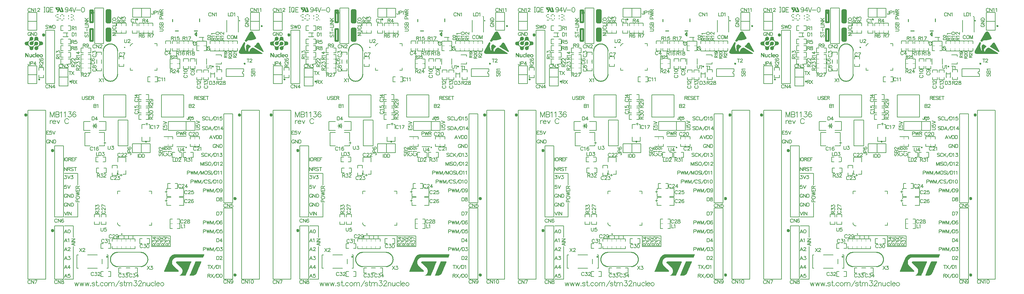
<source format=gto>
*
%FSLAX26Y26*%
%MOIN*%
%ADD10C,0.007000*%
%ADD11C,0.006000*%
%ADD12C,0.008000*%
%ADD13C,0.010000*%
%ADD14C,0.015000*%
%ADD15C,0.009840*%
%ADD16C,0.007870*%
%ADD17C,0.019690*%
%ADD18C,0.039370*%
%ADD19C,0.007874*%
%ADD20C,0.003150*%
%ADD21C,0.007992*%
%ADD22R,0.059310X0.059310*%
%ADD23R,0.033720X0.033720*%
%ADD24R,0.063200X0.063200*%
%ADD25R,0.075060X0.075060*%
%ADD26R,0.094740X0.094740*%
%ADD27R,0.046000X0.046000*%
%ADD28R,0.032000X0.032000*%
%ADD29R,0.067180X0.067180*%
%ADD30R,0.056000X0.056000*%
%ADD31R,0.066000X0.066000*%
%ADD32R,0.039620X0.039620*%
%ADD33R,0.051430X0.051430*%
%ADD34R,0.071120X0.071120*%
%ADD35C,0.071000*%
%ADD36C,0.076000*%
%ADD37C,0.071300*%
%ADD38R,0.071300X0.071300*%
%ADD39R,0.048000X0.048000*%
%ADD40R,0.045750X0.045750*%
%ADD41R,0.036000X0.036000*%
%ADD42R,0.023870X0.023870*%
%ADD43R,0.024660X0.024660*%
%ADD44C,0.020000*%
%IPPOS*%
%LN02i31889.gto*%
%LPD*%
G75*
G54D10*
X1750004Y1945850D02*
Y1953850D01*
X1853004D01*
Y1945850D02*
Y1953850D01*
X1750004Y1834850D02*
Y1842850D01*
Y1834850D02*
X1833004D01*
X1845004Y1846850D01*
G36*
X2716632Y2902646D02*
X2716057Y2902957D01*
X2715590Y2903330D01*
G02X2712057Y2904948I-356J3892D01*
G01X2711526Y2905383D01*
X2711057Y2905943D01*
X2710526Y2906378D01*
G02X2708526Y2907374I494J3501D01*
G02X2706057Y2908929I479J3499D01*
G01X2705526Y2909364D01*
G02X2703526Y2910359I494J3501D01*
G02X2701057Y2911915I479J3499D01*
G01X2700803Y2912101D01*
X2700466Y2912412D01*
G02X2698526Y2913407I553J3464D01*
G02X2696526Y2914403I494J3501D01*
G02X2694057Y2915958I479J3499D01*
G01X2693526Y2916393D01*
G02X2691057Y2917948I479J3499D01*
G01X2690526Y2918384D01*
G02X2688057Y2919939I479J3499D01*
G01X2687590Y2920312D01*
G02X2684057Y2921930I-356J3892D01*
G01X2683526Y2922365D01*
G02X2681057Y2923920I479J3499D01*
G01X2680526Y2924356D01*
G02X2678526Y2925351I494J3501D01*
G02X2675967Y2927030I467J3502D01*
G01X2675526Y2927404D01*
G02X2673526Y2928399I494J3501D01*
G02X2671057Y2929954I479J3499D01*
G01X2670526Y2930389D01*
G02X2668526Y2931385I494J3501D01*
G02X2666057Y2932940I479J3499D01*
G01X2665526Y2933375D01*
X2665057Y2933935D01*
X2664526Y2934370D01*
G02X2662590Y2935304I494J3501D01*
G02X2659057Y2936921I-356J3892D01*
G01X2658526Y2937356D01*
G02X2656057Y2938911I479J3499D01*
G01X2655803Y2939098D01*
X2655466Y2939409D01*
G02X2653057Y2940964I535J3472D01*
G01X2652526Y2941400D01*
G02X2650526Y2942395I494J3501D01*
G02X2648526Y2943390I494J3501D01*
G02X2646057Y2944945I479J3499D01*
G01X2645526Y2945381D01*
G02X2643526Y2946376I494J3501D01*
G02X2641057Y2947931I479J3499D01*
G01X2640526Y2948367D01*
G02X2638526Y2949362I494J3501D01*
G02X2636526Y2950357I494J3501D01*
G02X2634057Y2951912I479J3499D01*
G01X2633803Y2952099D01*
X2633466Y2952410D01*
G02X2631057Y2953965I535J3472D01*
G01X2630526Y2954400D01*
X2630057Y2954960D01*
X2629526Y2955396D01*
G02X2627526Y2956391I494J3501D01*
G02X2625526Y2957386I494J3501D01*
G02X2623057Y2958941I479J3499D01*
G01X2622526Y2959377D01*
X2622057Y2959937D01*
X2621526Y2960372D01*
X2621057Y2960932D01*
X2620526Y2961367D01*
X2620057Y2961927D01*
G02X2618535Y2965348I1947J2915D01*
G02X2620087Y2968770I3470J488D01*
G02X2621087Y2969765I2919J-1933D01*
G02X2623488Y2971320I2947J-1919D01*
G01X2623756Y2971569D01*
X2624087Y2971818D01*
X2624320Y2972129D01*
X2624550Y2972378D01*
X2625087Y2972813D01*
G02X2627550Y2974368I2938J-1925D01*
G02X2629550Y2975363I2484J-2485D01*
G01X2630087Y2975799D01*
G02X2631087Y2976794I2919J-1933D01*
G02X2633550Y2978349I2938J-1925D01*
G01X2634087Y2978785D01*
X2634538Y2979344D01*
G02X2636758Y2982144I3486J-485D01*
G02X2638000Y2983699I3247J-1319D01*
G01X2638538Y2984383D01*
G02X2640087Y2986809I3466J-506D01*
G01X2640538Y2987369D01*
G02X2641538Y2989359I3473J-498D01*
G02X2643087Y2991785I3466J-506D01*
G01X2643538Y2992345D01*
G02X2644538Y2994336I3473J-498D01*
G02X2646000Y2996700I3465J-509D01*
G02X2647087Y2997819I3232J-2051D01*
G02X2648087Y2998815I2919J-1933D01*
G01X2648538Y2999374D01*
G02X2650087Y3001800I3468J-507D01*
G02X2651087Y3002796I2919J-1933D01*
G02X2652087Y3003791I2919J-1933D01*
G02X2655615Y3005408I3108J-2122D01*
G02X2657772Y3006341I2388J-2561D01*
G01X2666057Y3006372D01*
G02X2669457Y3005346I502J-4481D01*
G02X2671920Y3003791I-582J-3650D01*
G02X2672920Y3002796I-2000J-3009D01*
G02X2674469Y3000370I-1954J-2955D01*
G02X2675469Y2998379I-2578J-2542D01*
G02X2676519Y2996264I-2557J-2587D01*
G01X2676920Y2995767D01*
G02X2678519Y2992283I-1896J-2979D01*
G01X2678920Y2991785D01*
G02X2680469Y2989359I-1917J-2932D01*
G02X2681469Y2987369I-2578J-2542D01*
G02X2682469Y2985378I-2578J-2542D01*
G01X2682920Y2984819D01*
G02X2684519Y2982268I-1934J-2989D01*
G02X2685469Y2980340I-2514J-2437D01*
G02X2686469Y2978349I-2578J-2542D01*
G01X2686920Y2977789D01*
G02X2688519Y2974306I-1897J-2979D01*
G02X2689469Y2972378I-2514J-2437D01*
G01X2689920Y2971818D01*
G02X2691519Y2969267I-1934J-2989D01*
G02X2692469Y2967339I-2514J-2437D01*
G02X2693469Y2965348I-2578J-2542D01*
G01X2693920Y2964789D01*
G02X2695469Y2962363I-1954J-2955D01*
G02X2696519Y2959315I-2516J-2571D01*
G01X2696920Y2958817D01*
X2697251Y2958568D01*
X2697738Y2958070D01*
X2698007Y2957697D01*
G02X2699519Y2954276I-1983J-2921D01*
G02X2700469Y2952348I-2514J-2437D01*
G01X2700920Y2951788D01*
G02X2702469Y2949362I-1954J-2955D01*
G02X2703469Y2947371I-2578J-2542D01*
G02X2704469Y2945381I-2578J-2542D01*
G01X2705007Y2944696D01*
G02X2706469Y2942333I-2003J-2872D01*
G02X2707469Y2940342I-2578J-2542D01*
G01X2707920Y2939782D01*
G02X2709469Y2937356I-1954J-2955D01*
G02X2710519Y2934308I-2516J-2571D01*
G01X2710920Y2933811D01*
G02X2712519Y2931260I-1897J-2966D01*
G02X2713469Y2929332I-2514J-2437D01*
G02X2714469Y2927341I-2578J-2542D01*
G01X2714920Y2926781D01*
G02X2716469Y2924356I-1954J-2955D01*
G02X2717469Y2922365I-2578J-2542D01*
G02X2718469Y2920374I-2578J-2542D01*
G01X2718920Y2919815D01*
G02X2720519Y2917264I-1934J-2989D01*
G02X2721519Y2914278I-2495J-2496D01*
G01X2721920Y2913781D01*
X2722251Y2913532D01*
X2722738Y2913034D01*
X2722920Y2912785D01*
G02X2724473Y2909364I-1916J-2932D01*
G01X2724498Y2908618D01*
X2724473Y2908369D01*
X2724498Y2907622D01*
G02X2721481Y2903393I-3467J-718D01*
G02X2719108Y2902366I-2479J2476D01*
G01X2717538Y2902397D01*
X2716972Y2902522D01*
X2716632Y2902646D01*
G37*
G36*
X2524632Y3017600D02*
X2524057Y3017911D01*
X2523526Y3018347D01*
G02X2520526Y3019404I-279J3993D01*
G02X2518590Y3020337I494J3501D01*
G02X2515526Y3021395I-330J4012D01*
G02X2512535Y3025376I478J3473D01*
G01X2512501Y3025874D01*
X2512535Y3026371D01*
X2512501Y3026869D01*
X2512535Y3027367D01*
X2512501Y3027864D01*
X2512535Y3028362D01*
G02X2514087Y3031783I3470J488D01*
G01X2514538Y3032343D01*
G02X2515538Y3034333I3473J-498D01*
G02X2517000Y3036697I3465J-509D01*
G01X2517538Y3037381D01*
G02X2518538Y3039372I3471J-497D01*
G02X2519538Y3041363I3471J-497D01*
G02X2521087Y3043789I3466J-506D01*
G02X2522087Y3044784I2919J-1933D01*
G01X2522535Y3045344D01*
G02X2524087Y3048765I3470J488D01*
G01X2524530Y3049325D01*
G02X2525538Y3051378I3479J-435D01*
G02X2526538Y3053368I3471J-497D01*
G02X2528087Y3055794I3466J-506D01*
G01X2528538Y3056354D01*
G02X2529538Y3058344I3473J-498D01*
G02X2531087Y3060770I3466J-506D01*
G01X2531530Y3061330D01*
G02X2532538Y3063383I3479J-435D01*
G02X2533538Y3065374I3471J-497D01*
G02X2535087Y3067800I3466J-506D01*
G01X2535538Y3068359D01*
G02X2537087Y3070785I3468J-507D01*
G01X2537535Y3071345D01*
G02X2539087Y3074767I3470J488D01*
G01X2539530Y3075326D01*
G02X2540538Y3077379I3479J-435D01*
G02X2542087Y3079805I3466J-506D01*
G01X2542538Y3080365D01*
G02X2543538Y3082356I3473J-498D01*
G02X2544538Y3084346I3471J-497D01*
G02X2546087Y3086772I3466J-506D01*
G01X2546538Y3087332D01*
G02X2547530Y3089322I3477J-490D01*
G02X2549087Y3091811I3474J-443D01*
G01X2549538Y3092370D01*
G02X2550538Y3094361I3473J-498D01*
G02X2551538Y3096352I3471J-497D01*
G02X2553087Y3098778I3466J-506D01*
G01X2553538Y3099337D01*
G02X2554530Y3101328I3477J-490D01*
G02X2555538Y3103381I3479J-435D01*
G02X2557087Y3105807I3466J-506D01*
G01X2557538Y3106367D01*
G02X2558538Y3108357I3473J-498D01*
G02X2560087Y3110783I3466J-506D01*
G01X2560538Y3111343D01*
G02X2561538Y3113333I3473J-498D01*
G02X2562530Y3115324I3475J-489D01*
G02X2564087Y3117812I3474J-443D01*
G01X2564538Y3118372D01*
G02X2566087Y3120798I3468J-507D01*
G01X2566538Y3121358D01*
G02X2569550Y3124344I3479J-498D01*
G01X2570087Y3124779D01*
G02X2571087Y3125774I2919J-1933D01*
G02X2573550Y3127330I2938J-1925D01*
G02X2575550Y3128325I2484J-2485D01*
G02X2577488Y3129320I2497J-2478D01*
G02X2579550Y3130378I2545J-2424D01*
G02X2581550Y3131373I2484J-2485D01*
G02X2584550Y3132368I2528J-2600D01*
G01X2585092Y3132804D01*
X2585688Y3133115D01*
X2586307Y3133301D01*
X2591156Y3133394D01*
G02X2594457Y3132368I453J-4368D01*
G02X2596920Y3130813I-582J-3650D01*
G02X2597920Y3129818I-2000J-3009D01*
G02X2599007Y3128698I-1990J-3020D01*
G01X2599519Y3128263D01*
X2599920Y3127765D01*
G02X2600920Y3126770I-2000J-3009D01*
G02X2601920Y3125774I-2000J-3009D01*
G02X2602920Y3124779I-2000J-3009D01*
G02X2604469Y3122353I-1954J-2955D01*
G01X2604920Y3121793D01*
G02X2605920Y3120798I-2000J-3009D01*
G02X2607469Y3118372I-1954J-2955D01*
G02X2608469Y3116381I-2578J-2542D01*
G01X2609007Y3115697D01*
G02X2610469Y3113333I-2003J-2872D01*
G02X2611469Y3111343I-2578J-2542D01*
G02X2612469Y3109352I-2578J-2542D01*
G02X2613469Y3107362I-2578J-2542D01*
G02X2614469Y3105371I-2578J-2542D01*
G02X2615469Y3103381I-2578J-2542D01*
G02X2616519Y3101266I-2557J-2587D01*
G02X2617469Y3099337I-2514J-2437D01*
G02X2618469Y3097347I-2578J-2542D01*
G02X2619469Y3095356I-2578J-2542D01*
G02X2620469Y3093366I-2578J-2542D01*
G02X2621469Y3091375I-2578J-2542D01*
G02X2622519Y3089260I-2557J-2587D01*
G01X2622920Y3088763D01*
G02X2624469Y3086337I-1917J-2932D01*
G02X2625469Y3084346I-2578J-2542D01*
G02X2626519Y3081298I-2516J-2571D01*
G01X2626920Y3080800D01*
G02X2628469Y3078374I-1917J-2932D01*
G02X2629469Y3076384I-2578J-2542D01*
G02X2630519Y3074269I-2557J-2587D01*
G02X2631469Y3072341I-2514J-2437D01*
G02X2632469Y3070350I-2578J-2542D01*
G02X2633469Y3068359I-2578J-2542D01*
G02X2634469Y3066369I-2578J-2542D01*
G02X2635469Y3064378I-2578J-2542D01*
G02X2636519Y3062263I-2557J-2587D01*
G01X2636920Y3061766D01*
G02X2638469Y3059340I-1917J-2932D01*
G02X2639473Y3056354I-2535J-2513D01*
G01X2639506Y3055856D01*
X2639473Y3055359D01*
X2639506Y3054861D01*
X2639473Y3054363D01*
G02X2637894Y3050880I-3478J-523D01*
G02X2635481Y3049387I-2898J1987D01*
G01X2634951Y3048952D01*
G02X2632481Y3047396I-2941J1933D01*
G01X2631951Y3046961D01*
G02X2628417Y3045344I-3005J1896D01*
G02X2626542Y3044411I-2481J2635D01*
G02X2624481Y3043353I-2548J2429D01*
G02X2620417Y3042296I-3069J3456D01*
G02X2617417Y3041300I-2570J2729D01*
G02X2615481Y3040367I-2422J2550D01*
G02X2612417Y3039310I-2644J2694D01*
G02X2610469Y3038377I-2414J2540D01*
G01X2606417Y3038315D01*
G02X2603417Y3037319I-2570J2729D01*
G02X2599417Y3036324I-2948J3311D01*
G02X2597469Y3035391I-2414J2540D01*
G01X2590417Y3035329D01*
G02X2588469Y3034396I-2414J2540D01*
G01X2582417Y3034333D01*
G02X2580469Y3033400I-2414J2539D01*
G01X2577417Y3033338D01*
G02X2575469Y3032405I-2414J2540D01*
G01X2569417Y3032343D01*
G02X2567469Y3031410I-2414J2540D01*
G01X2546481Y3031348D01*
X2545951Y3030912D01*
X2545417Y3030290D01*
X2544951Y3029917D01*
G02X2542481Y3028362I-2941J1933D01*
G01X2541951Y3027926D01*
X2541417Y3027304D01*
X2540951Y3026931D01*
X2540417Y3026309D01*
X2539951Y3025936D01*
X2539417Y3025314D01*
X2538951Y3024941D01*
X2538417Y3024319D01*
X2537951Y3023945D01*
X2537417Y3023323D01*
X2536951Y3022950D01*
X2536417Y3022328D01*
X2535951Y3021955D01*
X2535417Y3021333D01*
X2534951Y3020959D01*
X2534417Y3020337D01*
X2533951Y3019964D01*
G02X2531542Y3018409I-2995J1996D01*
G02X2528908Y3017320I-2539J2413D01*
G01X2525538Y3017352D01*
X2524972Y3017476D01*
X2524632Y3017600D01*
G37*
G36*
X2466632Y2879630D02*
X2466057Y2879941D01*
X2465526Y2880377D01*
G02X2463590Y2881310I494J3501D01*
G02X2460590Y2882305I-333J4015D01*
G02X2457526Y2883363I-330J4012D01*
G02X2455057Y2884918I479J3499D01*
G01X2454590Y2885291D01*
G02X2450967Y2887033I-541J3514D01*
G01X2450466Y2887468D01*
X2450057Y2887966D01*
G02X2448526Y2890392I1941J2920D01*
G02X2447526Y2892382I2471J2488D01*
G02X2446535Y2895368I2473J2479D01*
G01X2446504Y2895990D01*
X2446535Y2896363D01*
X2446504Y2896985D01*
X2446535Y2897359D01*
X2446504Y2897981D01*
X2446535Y2898354D01*
X2446504Y2898976D01*
X2446535Y2899349D01*
X2446504Y2899971D01*
X2446535Y2900344D01*
X2446504Y2900967D01*
X2446535Y2901340D01*
X2446504Y2901962D01*
X2446538Y2902335D01*
X2446504Y2903019D01*
X2446535Y2903393D01*
X2446504Y2904015D01*
X2446535Y2904388D01*
X2446504Y2905010D01*
X2446535Y2905383D01*
X2446504Y2906005D01*
X2446535Y2906378D01*
X2446504Y2907000D01*
X2446535Y2907374D01*
G02X2447538Y2910359I3472J495D01*
G02X2448535Y2912350I3473J-494D01*
G02X2450087Y2915771I3470J488D01*
G01X2450530Y2916331D01*
G02X2451538Y2918384I3479J-435D01*
G02X2452538Y2920374I3471J-497D01*
G02X2454087Y2922800I3466J-506D01*
G01X2454538Y2923360D01*
G02X2455535Y2925351I3474J-495D01*
G02X2457087Y2928772I3470J488D01*
G02X2458087Y2929767I2919J-1933D01*
G01X2458530Y2930327D01*
G02X2459535Y2932380I3480J-432D01*
G02X2461087Y2935801I3470J488D01*
G01X2461538Y2936361D01*
G02X2462538Y2938352I3473J-498D01*
G02X2463538Y2940342I3471J-497D01*
G02X2465087Y2942768I3466J-506D01*
G01X2465530Y2943328D01*
G02X2466538Y2945381I3479J-435D01*
G02X2467538Y2947371I3471J-497D01*
G02X2469087Y2949797I3466J-506D01*
G01X2469535Y2950357D01*
G02X2470538Y2953343I3472J495D01*
G02X2472087Y2955769I3468J-507D01*
G01X2472530Y2956329D01*
G02X2473538Y2958381I3479J-435D01*
G02X2474538Y2960372I3471J-497D01*
G02X2476087Y2962798I3466J-506D01*
G01X2476538Y2963358D01*
G02X2477535Y2965348I3474J-495D01*
G02X2479087Y2968770I3470J488D01*
G02X2480087Y2969765I2919J-1933D01*
G01X2480530Y2970325D01*
X2480535Y2970387D01*
G02X2481538Y2973373I3622J444D01*
G02X2483087Y2975799I3468J-507D01*
G01X2483538Y2976359D01*
G02X2484538Y2978349I3473J-498D01*
G02X2486087Y2980775I3466J-506D01*
G01X2486538Y2981335D01*
G02X2487530Y2983326I3477J-490D01*
G02X2488538Y2985378I3479J-435D01*
G02X2490087Y2987804I3466J-506D01*
G01X2490535Y2988364D01*
G02X2491538Y2991350I3472J495D01*
G02X2493087Y2993776I3468J-507D01*
G01X2493538Y2994336D01*
G02X2494530Y2996326I3477J-490D01*
G02X2495538Y2998379I3479J-435D01*
G02X2497087Y3000805I3466J-506D01*
G01X2497538Y3001365D01*
G02X2498535Y3003356I3474J-495D01*
G02X2500087Y3006777I3470J488D01*
G02X2501087Y3007772I2919J-1933D01*
G02X2502087Y3008767I2919J-1933D01*
G02X2503087Y3009763I2919J-1933D01*
G02X2506550Y3011349I2970J-1912D01*
G01X2510457D01*
G02X2513920Y3009763I492J-3500D01*
G02X2514920Y3008767I-2000J-3009D01*
G02X2516469Y3006341I-1954J-2955D01*
G02X2517473Y3003356I-2535J-2513D01*
G01X2517506Y3002858D01*
X2517473Y3002360D01*
X2517506Y3001863D01*
X2517473Y3001365D01*
X2517506Y3000867D01*
X2517473Y3000370D01*
X2517506Y2999872D01*
X2517473Y2999374D01*
G02X2516478Y2996326I-3486J-549D01*
G01X2516506Y2995891D01*
X2516473Y2995393D01*
G02X2515473Y2992345I-3485J-545D01*
G02X2514478Y2989297I-3483J-550D01*
G02X2513478Y2986311I-3490J-491D01*
G01X2513506Y2985876D01*
X2513473Y2985378D01*
X2513506Y2984881D01*
X2513473Y2984383D01*
X2513506Y2983885D01*
X2513473Y2983388D01*
G02X2512473Y2980340I-3485J-545D01*
G01X2512506Y2979842D01*
X2512473Y2979344D01*
X2512506Y2978847D01*
X2512473Y2978349D01*
X2512506Y2977852D01*
X2512473Y2977354D01*
G02X2511478Y2974306I-3486J-549D01*
G02X2510478Y2971320I-3490J-491D01*
G01X2510506Y2970885D01*
X2510473Y2970387D01*
G02X2509473Y2967339I-3485J-545D01*
G01X2509506Y2966841D01*
X2509473Y2966344D01*
X2509506Y2965846D01*
X2509473Y2965348D01*
X2509506Y2964851D01*
X2509473Y2964353D01*
G02X2510473Y2961367I-2472J-2488D01*
G01X2510506Y2960870D01*
X2510473Y2960372D01*
X2510506Y2959874D01*
X2510473Y2959377D01*
G02X2511473Y2956391I-2472J-2488D01*
G01X2511506Y2955893D01*
X2511469Y2955333D01*
G02X2512519Y2952285I-2516J-2571D01*
G02X2513473Y2949362I-2515J-2437D01*
G01X2513506Y2948864D01*
X2513473Y2948367D01*
X2513506Y2947869D01*
X2513473Y2947371D01*
X2513506Y2946874D01*
X2513473Y2946376D01*
G02X2514473Y2943390I-2472J-2488D01*
G01X2514506Y2942893D01*
X2514469Y2942333D01*
G02X2515469Y2940342I-2578J-2542D01*
G02X2516473Y2937356I-2535J-2513D01*
G01X2516506Y2936859D01*
X2516473Y2936361D01*
G02X2517473Y2933375I-2472J-2488D01*
G01X2517506Y2932878D01*
X2517473Y2932380D01*
X2517506Y2931882D01*
X2517473Y2931385D01*
X2517478Y2931322D01*
X2517519Y2931260D01*
G02X2518519Y2928274I-2495J-2496D01*
G02X2519519Y2925289I-2495J-2496D01*
G02X2520473Y2922365I-2515J-2437D01*
G01X2520506Y2921867D01*
X2520473Y2921370D01*
G02X2521519Y2918322I-2452J-2546D01*
G02X2522519Y2916269I-2493J-2484D01*
G02X2523473Y2913345I-2515J-2437D01*
G01X2523506Y2912848D01*
X2523473Y2912350D01*
G02X2524473Y2909364I-2472J-2488D01*
G01X2524506Y2908867D01*
X2524473Y2908369D01*
X2524920Y2907809D01*
X2525457Y2907374D01*
X2525530Y2907343D01*
X2525787D01*
X2525840Y2907374D01*
X2526535Y2908369D01*
X2526501Y2908867D01*
X2526535Y2909364D01*
G02X2527535Y2912350I3472J497D01*
G01X2527501Y2912848D01*
X2527535Y2913345D01*
X2527501Y2913843D01*
X2527535Y2914341D01*
X2527501Y2914838D01*
X2527538Y2915336D01*
X2527501Y2915896D01*
X2527535Y2916393D01*
X2527501Y2916891D01*
X2527535Y2917389D01*
X2527501Y2917886D01*
X2527535Y2918384D01*
X2527501Y2918881D01*
X2527535Y2919379D01*
X2527501Y2919877D01*
X2527535Y2920374D01*
G02X2528535Y2923360I3472J497D01*
G01X2528501Y2923858D01*
X2528535Y2924356D01*
X2528501Y2924853D01*
X2528535Y2925351D01*
X2528501Y2925848D01*
X2528530Y2926284D01*
G02X2527538Y2929332I2490J2495D01*
G01X2527501Y2929892D01*
X2527535Y2930389D01*
X2527501Y2930887D01*
X2527530Y2931322D01*
G02X2526503Y2934744I2457J2602D01*
G01X2526535Y2935366D01*
X2526501Y2935863D01*
X2526535Y2936361D01*
X2526501Y2936859D01*
X2526535Y2937356D01*
X2526501Y2937854D01*
X2526535Y2938352D01*
X2526501Y2938849D01*
X2526530Y2939285D01*
G02X2525538Y2942333I2490J2495D01*
G01X2525501Y2942893D01*
X2525535Y2943390D01*
X2525501Y2943888D01*
X2525535Y2944385D01*
X2525501Y2944883D01*
X2525535Y2945381D01*
X2525501Y2945878D01*
X2525535Y2946376D01*
X2525501Y2946874D01*
X2525535Y2947371D01*
X2525501Y2947869D01*
X2525535Y2948367D01*
X2525501Y2948864D01*
X2525535Y2949362D01*
X2525501Y2949859D01*
X2525535Y2950357D01*
X2525501Y2950855D01*
X2525535Y2951352D01*
G02X2526535Y2954338I3472J497D01*
G01X2526501Y2954836D01*
X2526538Y2955333D01*
X2526501Y2955893D01*
X2526535Y2956391D01*
X2526501Y2956889D01*
X2526535Y2957386D01*
X2526501Y2957884D01*
X2526535Y2958381D01*
X2526501Y2958879D01*
X2526535Y2959377D01*
X2526501Y2959874D01*
X2526530Y2960310D01*
X2526526Y2960372D01*
G02X2525526Y2962363I2472J2488D01*
G02X2524535Y2965348I2477J2480D01*
G02X2525538Y2968334I3472J495D01*
G02X2526538Y2971382I3466J551D01*
G02X2528087Y2973808I3468J-507D01*
G02X2529087Y2974804I2919J-1933D01*
G02X2530087Y2975799I2919J-1933D01*
G02X2531087Y2976794I2919J-1933D01*
G02X2532087Y2977789I2919J-1933D01*
G02X2533087Y2978785I2919J-1933D01*
G01X2533538Y2979344D01*
G02X2535087Y2981770I3468J-507D01*
G02X2536087Y2982766I2919J-1933D01*
G01X2537000Y2983699D01*
X2537429Y2984259D01*
X2537914Y2984694D01*
X2538087Y2984819D01*
G02X2541275Y2986343I2890J-1949D01*
G01X2548700Y2986311D01*
G02X2550457Y2985378I-696J-3433D01*
G02X2553007Y2983699I-578J-3653D01*
G01X2553457Y2983326D01*
G02X2555920Y2981770I-475J-3480D01*
G01X2556457Y2981335D01*
G02X2558920Y2979780I-582J-3650D01*
G02X2559920Y2978785I-2000J-3009D01*
G01X2560392Y2978411D01*
G02X2563457Y2977354I203J-4381D01*
G02X2565920Y2975799I-582J-3650D01*
G02X2566920Y2974804I-2000J-3009D01*
G01X2567457Y2974368D01*
G02X2569457Y2973373I-665J-3843D01*
G02X2571920Y2971818I-582J-3650D01*
G01X2572251Y2971569D01*
X2572519Y2971320D01*
G02X2574457Y2970325I-914J-4164D01*
G02X2576920Y2968770I-582J-3650D01*
G02X2578473Y2965348I-1918J-2933D01*
G01X2578506Y2964851D01*
X2578473Y2964353D01*
X2578506Y2963856D01*
X2578473Y2963358D01*
X2578506Y2962860D01*
X2578473Y2962363D01*
G02X2576894Y2958879I-3478J-523D01*
G01X2576654Y2958568D01*
X2576417Y2958319D01*
X2575951Y2957946D01*
G02X2573481Y2956391I-2941J1933D01*
G01X2572951Y2955956D01*
X2572417Y2955333D01*
X2571951Y2954960D01*
X2571417Y2954338D01*
X2570951Y2953965D01*
X2570417Y2953343D01*
X2569975Y2952970D01*
X2569757Y2952659D01*
X2569279Y2952161D01*
X2568951Y2951912D01*
X2568417Y2951290D01*
X2567951Y2950917D01*
G02X2565481Y2949362I-2941J1933D01*
G01X2564951Y2948926D01*
X2564417Y2948304D01*
X2563951Y2947931D01*
X2563481Y2947371D01*
G02X2561894Y2944883I-3486J473D01*
G01X2561654Y2944572D01*
X2561417Y2944323D01*
X2560951Y2943950D01*
X2560417Y2943328D01*
X2559951Y2942955D01*
X2559417Y2942333D01*
X2558951Y2941959D01*
X2558417Y2941337D01*
X2557951Y2940964D01*
X2557481Y2940404D01*
G02X2556481Y2938352I-3481J426D01*
G02X2554894Y2935863I-3486J473D01*
G01X2554481Y2935366D01*
G02X2553481Y2933375I-3472J498D01*
G01X2553478Y2933313D01*
G02X2552478Y2930327I-3490J-491D01*
G01X2552506Y2929892D01*
X2552469Y2929332D01*
X2552506Y2928834D01*
X2552473Y2928337D01*
X2552506Y2927839D01*
X2552473Y2927341D01*
X2552506Y2926844D01*
X2552473Y2926346D01*
X2552506Y2925848D01*
X2552473Y2925351D01*
X2552506Y2924853D01*
X2552473Y2924356D01*
X2552506Y2923858D01*
X2552473Y2923360D01*
X2552506Y2922863D01*
X2552473Y2922365D01*
G02X2553473Y2919379I-2472J-2488D01*
G01X2553506Y2918881D01*
X2553473Y2918384D01*
X2553506Y2917886D01*
X2553473Y2917389D01*
X2553506Y2916891D01*
X2553473Y2916393D01*
X2553506Y2915896D01*
X2553469Y2915336D01*
G02X2554519Y2912288I-2516J-2571D01*
G02X2555519Y2909302I-2495J-2496D01*
G02X2556469Y2907374I-2514J-2437D01*
G01X2556920Y2906814D01*
X2557457Y2906378D01*
G02X2559986Y2905787I458J-3746D01*
G01X2560049D01*
G02X2561087Y2906814I2931J-1927D01*
G01X2561538Y2907374D01*
G02X2562538Y2909364I3473J-498D01*
G02X2564087Y2911790I3466J-506D01*
G01X2564538Y2912350D01*
G02X2565538Y2914341I3473J-498D01*
G02X2566530Y2916331I3475J-489D01*
G01X2566535Y2916393D01*
G02X2567538Y2919379I3622J444D01*
G02X2568538Y2921370I3473J-498D01*
G02X2569538Y2923360I3471J-497D01*
G02X2571087Y2925786I3466J-506D01*
G01X2571538Y2926346D01*
G02X2572538Y2928337I3473J-498D01*
G02X2573530Y2930327I3475J-489D01*
G02X2575087Y2932815I3474J-443D01*
G02X2576087Y2933811I2919J-1933D01*
G02X2577087Y2934806I2919J-1933D01*
G02X2578087Y2935801I2919J-1933D01*
G02X2579087Y2936796I2919J-1933D01*
G02X2580087Y2937792I2919J-1933D01*
G02X2581087Y2938787I2919J-1933D01*
G02X2582087Y2939782I2919J-1933D01*
G02X2583087Y2940778I2919J-1933D01*
G02X2584087Y2941773I2919J-1933D01*
G02X2586550Y2943328I2938J-1925D01*
G01X2587087Y2943763D01*
X2588000Y2944696D01*
G02X2591550Y2946376I3072J-1901D01*
G01X2592087Y2946811D01*
G02X2594550Y2948367I2938J-1925D01*
G01X2595092Y2948802D01*
X2595688Y2949113D01*
X2596307Y2949300D01*
X2607332Y2949331D01*
G02X2610457Y2948367I614J-3556D01*
G02X2612920Y2946811I-582J-3650D01*
G01X2613457Y2946376D01*
G02X2616519Y2945319I468J-3607D01*
G02X2618920Y2943763I-755J-3796D01*
G01X2619457Y2943328D01*
G02X2621392Y2942395I-662J-3846D01*
G02X2624920Y2940778I298J-4006D01*
G01X2625457Y2940342D01*
G02X2627920Y2938787I-582J-3650D01*
G01X2628457Y2938352D01*
G02X2630920Y2936796I-582J-3650D01*
G01X2631457Y2936361D01*
G02X2633457Y2935366I-665J-3843D01*
G02X2635457Y2934370I-665J-3843D01*
G02X2637920Y2932815I-582J-3650D01*
G02X2639007Y2931696I-1990J-3020D01*
G01X2639392Y2931385D01*
G02X2642920Y2929767I298J-4006D01*
G02X2643920Y2928772I-2000J-3009D01*
G01X2644457Y2928337D01*
G02X2646457Y2927341I-665J-3843D01*
G02X2648920Y2925786I-582J-3650D01*
G01X2649457Y2925351D01*
G02X2651457Y2924356I-665J-3843D01*
G02X2653920Y2922800I-582J-3650D01*
G02X2654920Y2921805I-2000J-3009D01*
G01X2655457Y2921370D01*
G02X2657457Y2920374I-665J-3843D01*
G02X2659920Y2918819I-582J-3650D01*
G01X2660457Y2918384D01*
G02X2663920Y2916767I235J-4013D01*
G02X2664920Y2915771I-2000J-3009D01*
G01X2665457Y2915336D01*
G02X2667457Y2914341I-665J-3843D01*
G02X2669457Y2913345I-665J-3843D01*
G02X2671920Y2911790I-582J-3650D01*
G01X2672457Y2911355D01*
G02X2674920Y2909800I-582J-3650D01*
G01X2675457Y2909364D01*
G02X2677920Y2907809I-582J-3650D01*
G01X2678457Y2907374D01*
G02X2680457Y2906378I-665J-3843D01*
G02X2683007Y2904699I-578J-3653D01*
G01X2683457Y2904326D01*
G02X2685457Y2903330I-484J-3480D01*
G02X2687920Y2901775I-582J-3650D01*
G02X2688920Y2900780I-2000J-3009D01*
G01X2689392Y2900407D01*
G02X2692920Y2898789I298J-4006D01*
G01X2693457Y2898354D01*
G02X2695920Y2896799I-582J-3650D01*
G01X2696457Y2896363D01*
G02X2698457Y2895368I-665J-3843D01*
G02X2700920Y2893813I-582J-3650D01*
G02X2701920Y2892818I-2000J-3009D01*
G01X2702457Y2892382D01*
G02X2705920Y2890765I235J-4013D01*
G02X2706920Y2889770I-2000J-3009D01*
G02X2707920Y2888774I-2000J-3009D01*
G02X2708920Y2887779I-2000J-3009D01*
G02X2710473Y2884358I-1918J-2933D01*
G01X2710506Y2883860D01*
X2710473Y2883363D01*
G02X2707469Y2879381I-3469J-507D01*
G01X2467538D01*
X2466972Y2879506D01*
X2466632Y2879630D01*
G37*
G54D10*
X928809Y1880038D02*
X953809D01*
X941309Y1867538D02*
Y1892538D01*
X1696706Y1771850D02*
X1725179D01*
X1696706Y1717850D02*
Y1771850D01*
Y1717850D02*
X1725179D01*
X1776679D02*
X1802936Y1717850D01*
X1807579Y1722718D02*
Y1767023D01*
X1776679Y1771850D02*
X1802975D01*
X1802936Y1717850D02*
X1807579Y1722718D01*
X1802975Y1771850D02*
X1807579Y1767023D01*
X1109907Y1517299D02*
X1135107D01*
X1122507Y1504699D02*
Y1529899D01*
X2039004Y3022850D02*
Y3066850D01*
X2000004D02*
X2053004D01*
X2000004D02*
Y3021850D01*
X2053004D01*
Y3066850D02*
Y3021850D01*
X2130004Y2656850D02*
X2174004D01*
X2129004Y2617850D02*
Y2670850D01*
Y2617850D02*
X2174004D01*
Y2670850D01*
X2129004D02*
X2174004D01*
X1628712Y1317626D02*
Y1344026D01*
X1615512Y1330826D02*
X1641912D01*
X1628712Y1217626D02*
Y1244026D01*
X1615512Y1230826D02*
X1641912D01*
X1399504Y2093439D02*
X1424504D01*
X1412004Y2080939D02*
Y2105939D01*
X839706Y1720850D02*
X868179D01*
X839706Y1666850D02*
Y1720850D01*
Y1666850D02*
X868179D01*
X919679D02*
X945936Y1666850D01*
X950579Y1671718D02*
Y1716023D01*
X919679Y1720850D02*
X945975D01*
X945936Y1666850D02*
X950579Y1671718D01*
X945975Y1720850D02*
X950579Y1716023D01*
X514004Y3072850D02*
Y3116850D01*
X475004D02*
X528004D01*
X475004D02*
Y3071850D01*
X528004D01*
Y3116850D02*
Y3071850D01*
X106004Y3384850D02*
X104004Y3388850D01*
X100004Y3392850D01*
X97004Y3393850D01*
X89004D01*
X85004Y3392850D01*
X81004Y3388850D01*
X79004Y3384850D01*
X77004Y3378850D01*
Y3369850D01*
X79004Y3363850D01*
X81004Y3359850D01*
X85004Y3355850D01*
X89004Y3354850D01*
X97004D01*
X100004Y3355850D01*
X104004Y3359850D01*
X106004Y3363850D01*
X117004Y3393850D02*
Y3354850D01*
Y3393850D02*
X144004Y3354850D01*
Y3393850D02*
Y3354850D01*
X155004Y3386850D02*
X159004Y3388850D01*
X165004Y3393850D01*
Y3354850D01*
X186004Y3384850D02*
Y3386850D01*
X188004Y3390850D01*
X190004Y3392850D01*
X194004Y3393850D01*
X201004D01*
X205004Y3392850D01*
X207004Y3390850D01*
X209004Y3386850D01*
Y3382850D01*
X207004Y3378850D01*
X203004Y3373850D01*
X184004Y3354850D01*
X211004D01*
X797004Y2173850D02*
Y2134850D01*
Y2173850D02*
X810004D01*
X816004Y2172850D01*
X819004Y2168850D01*
X821004Y2164850D01*
X823004Y2158850D01*
Y2149850D01*
X821004Y2143850D01*
X819004Y2139850D01*
X816004Y2135850D01*
X810004Y2134850D01*
X797004D01*
X851004Y2173850D02*
X832004Y2147850D01*
X861004D01*
X851004Y2173850D02*
Y2134850D01*
X1880004Y2174535D02*
Y2150535D01*
X1878404Y2145735D01*
X1876804Y2144135D01*
X1873604Y2143335D01*
X1870404D01*
X1867204Y2144135D01*
X1865604Y2145735D01*
X1864804Y2150535D01*
Y2153735D01*
X1888004Y2158535D02*
X1901604D01*
X1906404Y2159335D01*
X1908004Y2160935D01*
X1908804Y2164135D01*
Y2168935D01*
X1908004Y2172135D01*
X1906404Y2173735D01*
X1901604Y2174535D01*
X1888004D01*
Y2143335D01*
X1934404Y2174535D02*
X1919204D01*
X1917604Y2160935D01*
X1919204Y2162535D01*
X1924004Y2164135D01*
X1928804D01*
X1932804Y2162535D01*
X1936004Y2159335D01*
X1937604Y2155335D01*
Y2152135D01*
X1936004Y2147335D01*
X1932804Y2144135D01*
X1928804Y2143335D01*
X1924004D01*
X1919204Y2144135D01*
X1917604Y2145735D01*
X1916004Y2148935D01*
X1965004Y1824850D02*
X1963004Y1828850D01*
X1959004Y1832850D01*
X1956004Y1833850D01*
X1948004D01*
X1944004Y1832850D01*
X1940004Y1828850D01*
X1938004Y1824850D01*
X1937004Y1818850D01*
Y1809850D01*
X1938004Y1803850D01*
X1940004Y1799850D01*
X1944004Y1795850D01*
X1948004Y1794850D01*
X1956004D01*
X1959004Y1795850D01*
X1963004Y1799850D01*
X1965004Y1803850D01*
X1978004Y1824850D02*
Y1826850D01*
X1980004Y1830850D01*
X1982004Y1832850D01*
X1986004Y1833850D01*
X1993004D01*
X1997004Y1832850D01*
X1999004Y1830850D01*
X2001004Y1826850D01*
Y1822850D01*
X1999004Y1818850D01*
X1995004Y1813850D01*
X1976004Y1794850D01*
X2003004D01*
X2012004Y1826850D02*
X2016004Y1828850D01*
X2021004Y1833850D01*
Y1794850D01*
X2200004Y2743850D02*
Y2704850D01*
X2187004Y2743850D02*
X2213004D01*
X2218004Y2736850D02*
X2222004Y2738850D01*
X2227004Y2743850D01*
Y2704850D01*
X2187004Y3034850D02*
X2227004D01*
X2187004D02*
Y3051850D01*
X2188004Y3056850D01*
X2190004Y3058850D01*
X2194004Y3060850D01*
X2198004D01*
X2202004Y3058850D01*
X2204004Y3056850D01*
X2206004Y3051850D01*
Y3034850D01*
Y3047850D02*
X2227004Y3060850D01*
X2194004Y3069850D02*
X2192004Y3073850D01*
X2187004Y3079850D01*
X2227004D01*
X2187004Y3110850D02*
X2188004Y3104850D01*
X2194004Y3100850D01*
X2204004Y3098850D01*
X2209004D01*
X2219004Y3100850D01*
X2225004Y3104850D01*
X2227004Y3110850D01*
Y3114850D01*
X2225004Y3119850D01*
X2219004Y3123850D01*
X2209004Y3125850D01*
X2204004D01*
X2194004Y3123850D01*
X2188004Y3119850D01*
X2187004Y3114850D01*
Y3110850D01*
X2137004Y3034850D02*
X2177004D01*
X2137004D02*
Y3051850D01*
X2138004Y3056850D01*
X2140004Y3058850D01*
X2144004Y3060850D01*
X2148004D01*
X2152004Y3058850D01*
X2154004Y3056850D01*
X2156004Y3051850D01*
Y3034850D01*
Y3047850D02*
X2177004Y3060850D01*
X2144004Y3069850D02*
X2142004Y3073850D01*
X2137004Y3079850D01*
X2177004D01*
X2144004Y3098850D02*
X2142004Y3102850D01*
X2137004Y3108850D01*
X2177004D01*
X2237004Y3034850D02*
X2277004D01*
X2237004D02*
Y3051850D01*
X2238004Y3056850D01*
X2240004Y3058850D01*
X2244004Y3060850D01*
X2248004D01*
X2252004Y3058850D01*
X2254004Y3056850D01*
X2256004Y3051850D01*
Y3034850D01*
Y3047850D02*
X2277004Y3060850D01*
X2244004Y3069850D02*
X2242004Y3073850D01*
X2237004Y3079850D01*
X2277004D01*
X2246004Y3100850D02*
X2244004D01*
X2240004Y3102850D01*
X2238004Y3104850D01*
X2237004Y3108850D01*
Y3116850D01*
X2238004Y3119850D01*
X2240004Y3121850D01*
X2244004Y3123850D01*
X2248004D01*
X2252004Y3121850D01*
X2257004Y3117850D01*
X2277004Y3098850D01*
Y3125850D01*
G54D11*
X2095769Y3041012D02*
X2128169D01*
X2095769D02*
Y3051542D01*
X2096579Y3056402D01*
X2099819Y3058832D01*
X2103059Y3060452D01*
X2107919Y3062072D01*
X2115209D01*
X2120069Y3060452D01*
X2123309Y3058832D01*
X2126549Y3056402D01*
X2128169Y3051542D01*
Y3041012D01*
X2103059Y3070982D02*
X2101439D01*
X2098199Y3072602D01*
X2096579Y3074222D01*
X2095769Y3077462D01*
Y3083132D01*
X2096579Y3086372D01*
X2098199Y3087992D01*
X2101439Y3089612D01*
X2104679D01*
X2107919Y3087992D01*
X2111969Y3084752D01*
X2128169Y3069362D01*
Y3091232D01*
G54D10*
X2117004Y2573850D02*
Y2534850D01*
Y2573850D02*
X2130004D01*
X2136004Y2572850D01*
X2139004Y2568850D01*
X2141004Y2564850D01*
X2143004Y2558850D01*
Y2549850D01*
X2141004Y2543850D01*
X2139004Y2539850D01*
X2136004Y2535850D01*
X2130004Y2534850D01*
X2117004D01*
X2156004Y2573850D02*
X2177004D01*
X2165004Y2558850D01*
X2171004D01*
X2175004Y2556850D01*
X2177004Y2554850D01*
X2179004Y2549850D01*
Y2545850D01*
X2177004Y2539850D01*
X2173004Y2535850D01*
X2167004Y2534850D01*
X2162004D01*
X2156004Y2535850D01*
X2154004Y2537850D01*
X2152004Y2541850D01*
X1553835Y1760370D02*
X1549835Y1756370D01*
X1548835Y1751370D01*
Y1743370D01*
X1549835Y1737370D01*
X1553835Y1734370D01*
X1557835D01*
X1561835Y1735370D01*
X1563835Y1737370D01*
X1565835Y1741370D01*
X1568835Y1753370D01*
X1570835Y1756370D01*
X1572835Y1758370D01*
X1576835Y1760370D01*
X1582835D01*
X1586835Y1756370D01*
X1588835Y1751370D01*
Y1743370D01*
X1586835Y1737370D01*
X1582835Y1734370D01*
X1548835Y1769370D02*
X1588835D01*
X1548835D02*
Y1786370D01*
X1549835Y1792370D01*
X1551835Y1794370D01*
X1555835Y1796370D01*
X1559835D01*
X1563835Y1794370D01*
X1565835Y1792370D01*
X1567835Y1786370D01*
Y1769370D02*
Y1786370D01*
X1568835Y1792370D01*
X1570835Y1794370D01*
X1574835Y1796370D01*
X1580835D01*
X1584835Y1794370D01*
X1586835Y1792370D01*
X1588835Y1786370D01*
Y1769370D01*
X1557835Y1807370D02*
X1555835D01*
X1551835Y1809370D01*
X1549835Y1810370D01*
X1548835Y1814370D01*
Y1822370D01*
X1549835Y1826370D01*
X1551835Y1828370D01*
X1555835Y1829370D01*
X1559835D01*
X1563835Y1828370D01*
X1568835Y1824370D01*
X1588835Y1805370D01*
Y1831370D01*
X2590269Y2654309D02*
X2586269Y2650309D01*
X2585269Y2645309D01*
Y2637309D01*
X2586269Y2631309D01*
X2590269Y2628309D01*
X2594269D01*
X2598269Y2629309D01*
X2600269Y2631309D01*
X2602269Y2635309D01*
X2605269Y2647309D01*
X2607269Y2650309D01*
X2609269Y2652309D01*
X2613269Y2654309D01*
X2619269D01*
X2623269Y2650309D01*
X2625269Y2645309D01*
Y2637309D01*
X2623269Y2631309D01*
X2619269Y2628309D01*
X2585269Y2663309D02*
X2625269D01*
X2585269D02*
Y2680309D01*
X2586269Y2686309D01*
X2588269Y2688309D01*
X2592269Y2690309D01*
X2596269D01*
X2600269Y2688309D01*
X2602269Y2686309D01*
X2604269Y2680309D01*
Y2663309D02*
Y2680309D01*
X2605269Y2686309D01*
X2607269Y2688309D01*
X2611269Y2690309D01*
X2617269D01*
X2621269Y2688309D01*
X2623269Y2686309D01*
X2625269Y2680309D01*
Y2663309D01*
X2592269Y2699309D02*
X2590269Y2703309D01*
X2585269Y2708309D01*
X2625269D01*
X977004Y1843850D02*
Y1815850D01*
X978004Y1809850D01*
X982004Y1805850D01*
X988004Y1804850D01*
X992004D01*
X997004Y1805850D01*
X1001004Y1809850D01*
X1003004Y1815850D01*
Y1843850D01*
X1018004D02*
X1039004D01*
X1028004Y1828850D01*
X1033004D01*
X1037004Y1826850D01*
X1039004Y1824850D01*
X1041004Y1819850D01*
Y1815850D01*
X1039004Y1809850D01*
X1035004Y1805850D01*
X1029004Y1804850D01*
X1024004D01*
X1018004Y1805850D01*
X1016004Y1807850D01*
X1014004Y1811850D01*
X1819881Y1006476D02*
X1817881Y1010476D01*
X1813881Y1014476D01*
X1810881Y1015476D01*
X1802881D01*
X1798881Y1014476D01*
X1794881Y1010476D01*
X1792881Y1006476D01*
X1791881Y1000476D01*
Y991476D01*
X1792881Y985476D01*
X1794881Y981476D01*
X1798881Y977476D01*
X1802881Y976476D01*
X1810881D01*
X1813881Y977476D01*
X1817881Y981476D01*
X1819881Y985476D01*
X1832881Y1006476D02*
Y1008476D01*
X1834881Y1012476D01*
X1836881Y1014476D01*
X1840881Y1015476D01*
X1847881D01*
X1851881Y1014476D01*
X1853881Y1012476D01*
X1855881Y1008476D01*
Y1004476D01*
X1853881Y1000476D01*
X1849881Y995476D01*
X1830881Y976476D01*
X1857881D01*
X1875881Y1015476D02*
X1870881Y1014476D01*
X1868881Y1010476D01*
Y1006476D01*
X1870881Y1002476D01*
X1874881Y1000476D01*
X1881881Y998476D01*
X1887881Y996476D01*
X1891881Y993476D01*
X1893881Y989476D01*
Y983476D01*
X1891881Y979476D01*
X1889881Y977476D01*
X1883881Y976476D01*
X1875881D01*
X1870881Y977476D01*
X1868881Y979476D01*
X1866881Y983476D01*
Y989476D01*
X1868881Y993476D01*
X1872881Y996476D01*
X1877881Y998476D01*
X1885881Y1000476D01*
X1889881Y1002476D01*
X1891881Y1006476D01*
Y1010476D01*
X1889881Y1014476D01*
X1883881Y1015476D01*
X1875881D01*
X2550004Y2823850D02*
Y2784850D01*
X2537004Y2823850D02*
X2563004D01*
X2570004Y2814850D02*
Y2816850D01*
X2572004Y2820850D01*
X2574004Y2822850D01*
X2577004Y2823850D01*
X2585004D01*
X2589004Y2822850D01*
X2591004Y2820850D01*
X2593004Y2816850D01*
Y2812850D01*
X2591004Y2808850D01*
X2587004Y2803850D01*
X2568004Y2784850D01*
X2595004D01*
X857004Y1531489D02*
Y1492489D01*
Y1531489D02*
X874004D01*
X879004Y1530489D01*
X881004Y1528489D01*
X883004Y1524489D01*
Y1520489D01*
X881004Y1516489D01*
X879004Y1514489D01*
X874004Y1512489D01*
X857004D01*
X870004D02*
X883004Y1492489D01*
X896004Y1531489D02*
X917004D01*
X905004Y1516489D01*
X911004D01*
X915004Y1514489D01*
X917004Y1512489D01*
X919004Y1507489D01*
Y1503489D01*
X917004Y1497489D01*
X913004Y1493489D01*
X907004Y1492489D01*
X902004D01*
X896004Y1493489D01*
X894004Y1495489D01*
X892004Y1499489D01*
X930004Y1522489D02*
Y1524489D01*
X932004Y1528489D01*
X933004Y1530489D01*
X937004Y1531489D01*
X945004D01*
X949004Y1530489D01*
X951004Y1528489D01*
X952004Y1524489D01*
Y1520489D01*
X951004Y1516489D01*
X947004Y1511489D01*
X928004Y1492489D01*
X954004D01*
X1327004Y3103850D02*
Y3064850D01*
Y3103850D02*
X1344004D01*
X1349004Y3102850D01*
X1351004Y3100850D01*
X1353004Y3096850D01*
Y3092850D01*
X1351004Y3088850D01*
X1349004Y3086850D01*
X1344004Y3084850D01*
X1327004D01*
X1340004D02*
X1353004Y3064850D01*
X1385004Y3098850D02*
X1383004Y3102850D01*
X1377004Y3103850D01*
X1374004D01*
X1368004Y3102850D01*
X1364004Y3096850D01*
X1362004Y3086850D01*
Y3077850D01*
X1364004Y3069850D01*
X1368004Y3065850D01*
X1374004Y3064850D01*
X1375004D01*
X1381004Y3065850D01*
X1385004Y3069850D01*
X1387004Y3075850D01*
Y3077850D01*
X1385004Y3083850D01*
X1381004Y3086850D01*
X1375004Y3088850D01*
X1374004D01*
X1368004Y3086850D01*
X1364004Y3083850D01*
X1362004Y3077850D01*
X1115004Y1754850D02*
X1113004Y1758850D01*
X1109004Y1762850D01*
X1106004Y1763850D01*
X1098004D01*
X1094004Y1762850D01*
X1090004Y1758850D01*
X1088004Y1754850D01*
X1087004Y1748850D01*
Y1739850D01*
X1088004Y1733850D01*
X1090004Y1729850D01*
X1094004Y1725850D01*
X1098004Y1724850D01*
X1106004D01*
X1109004Y1725850D01*
X1113004Y1729850D01*
X1115004Y1733850D01*
X1128004Y1754850D02*
Y1756850D01*
X1130004Y1760850D01*
X1132004Y1762850D01*
X1136004Y1763850D01*
X1143004D01*
X1147004Y1762850D01*
X1149004Y1760850D01*
X1151004Y1756850D01*
Y1752850D01*
X1149004Y1748850D01*
X1145004Y1743850D01*
X1126004Y1724850D01*
X1153004D01*
X1164004Y1754850D02*
Y1756850D01*
X1166004Y1760850D01*
X1168004Y1762850D01*
X1171004Y1763850D01*
X1179004D01*
X1183004Y1762850D01*
X1185004Y1760850D01*
X1187004Y1756850D01*
Y1752850D01*
X1185004Y1748850D01*
X1181004Y1743850D01*
X1162004Y1724850D01*
X1189004D01*
X1865004Y1334850D02*
X1863004Y1338850D01*
X1859004Y1342850D01*
X1856004Y1343850D01*
X1848004D01*
X1844004Y1342850D01*
X1840004Y1338850D01*
X1838004Y1334850D01*
X1837004Y1328850D01*
Y1319850D01*
X1838004Y1313850D01*
X1840004Y1309850D01*
X1844004Y1305850D01*
X1848004Y1304850D01*
X1856004D01*
X1859004Y1305850D01*
X1863004Y1309850D01*
X1865004Y1313850D01*
X1878004Y1334850D02*
Y1336850D01*
X1880004Y1340850D01*
X1882004Y1342850D01*
X1886004Y1343850D01*
X1893004D01*
X1897004Y1342850D01*
X1899004Y1340850D01*
X1901004Y1336850D01*
Y1332850D01*
X1899004Y1328850D01*
X1895004Y1323850D01*
X1876004Y1304850D01*
X1903004D01*
X1935004Y1343850D02*
X1916004D01*
X1914004Y1326850D01*
X1916004Y1328850D01*
X1921004Y1330850D01*
X1927004D01*
X1933004Y1328850D01*
X1937004Y1324850D01*
X1939004Y1319850D01*
Y1315850D01*
X1937004Y1309850D01*
X1933004Y1305850D01*
X1927004Y1304850D01*
X1921004D01*
X1916004Y1305850D01*
X1914004Y1307850D01*
X1912004Y1311850D01*
X1865004Y1234850D02*
X1863004Y1238850D01*
X1859004Y1242850D01*
X1856004Y1243850D01*
X1848004D01*
X1844004Y1242850D01*
X1840004Y1238850D01*
X1838004Y1234850D01*
X1837004Y1228850D01*
Y1219850D01*
X1838004Y1213850D01*
X1840004Y1209850D01*
X1844004Y1205850D01*
X1848004Y1204850D01*
X1856004D01*
X1859004Y1205850D01*
X1863004Y1209850D01*
X1865004Y1213850D01*
X1878004Y1234850D02*
Y1236850D01*
X1880004Y1240850D01*
X1882004Y1242850D01*
X1886004Y1243850D01*
X1893004D01*
X1897004Y1242850D01*
X1899004Y1240850D01*
X1901004Y1236850D01*
Y1232850D01*
X1899004Y1228850D01*
X1895004Y1223850D01*
X1876004Y1204850D01*
X1903004D01*
X1935004Y1238850D02*
X1933004Y1242850D01*
X1927004Y1243850D01*
X1923004D01*
X1918004Y1242850D01*
X1914004Y1236850D01*
X1912004Y1226850D01*
Y1217850D01*
X1914004Y1209850D01*
X1918004Y1205850D01*
X1923004Y1204850D01*
X1925004D01*
X1931004Y1205850D01*
X1935004Y1209850D01*
X1937004Y1215850D01*
Y1217850D01*
X1935004Y1223850D01*
X1931004Y1226850D01*
X1925004Y1228850D01*
X1923004D01*
X1918004Y1226850D01*
X1914004Y1223850D01*
X1912004Y1217850D01*
X1687004Y3073850D02*
Y3034850D01*
Y3073850D02*
X1704004D01*
X1709004Y3072850D01*
X1711004Y3070850D01*
X1713004Y3066850D01*
Y3062850D01*
X1711004Y3058850D01*
X1709004Y3056850D01*
X1704004Y3054850D01*
X1687004D01*
X1700004D02*
X1713004Y3034850D01*
X1722004Y3066850D02*
X1726004Y3068850D01*
X1732004Y3073850D01*
Y3034850D01*
X1774004Y3073850D02*
X1755004D01*
X1753004Y3056850D01*
X1755004Y3058850D01*
X1761004Y3060850D01*
X1767004D01*
X1772004Y3058850D01*
X1776004Y3054850D01*
X1778004Y3049850D01*
Y3045850D01*
X1776004Y3039850D01*
X1772004Y3035850D01*
X1767004Y3034850D01*
X1761004D01*
X1755004Y3035850D01*
X1753004Y3037850D01*
X1751004Y3041850D01*
X1817004Y3073850D02*
Y3034850D01*
Y3073850D02*
X1834004D01*
X1839004Y3072850D01*
X1841004Y3070850D01*
X1843004Y3066850D01*
Y3062850D01*
X1841004Y3058850D01*
X1839004Y3056850D01*
X1834004Y3054850D01*
X1817004D01*
X1830004D02*
X1843004Y3034850D01*
X1852004Y3066850D02*
X1856004Y3068850D01*
X1862004Y3073850D01*
Y3034850D01*
X1908004Y3073850D02*
X1889004Y3034850D01*
X1881004Y3073850D02*
X1908004D01*
X1857004Y2903850D02*
Y2864850D01*
Y2903850D02*
X1874004D01*
X1879004Y2902850D01*
X1881004Y2900850D01*
X1883004Y2896850D01*
Y2892850D01*
X1881004Y2888850D01*
X1879004Y2886850D01*
X1874004Y2884850D01*
X1857004D01*
X1870004D02*
X1883004Y2864850D01*
X1892004Y2896850D02*
X1896004Y2898850D01*
X1902004Y2903850D01*
Y2864850D01*
X1931004Y2903850D02*
X1925004Y2902850D01*
X1923004Y2898850D01*
Y2894850D01*
X1925004Y2890850D01*
X1929004Y2888850D01*
X1937004Y2886850D01*
X1942004Y2884850D01*
X1946004Y2881850D01*
X1948004Y2877850D01*
Y2871850D01*
X1946004Y2867850D01*
X1944004Y2865850D01*
X1939004Y2864850D01*
X1931004D01*
X1925004Y2865850D01*
X1923004Y2867850D01*
X1921004Y2871850D01*
Y2877850D01*
X1923004Y2881850D01*
X1927004Y2884850D01*
X1933004Y2886850D01*
X1940004Y2888850D01*
X1944004Y2890850D01*
X1946004Y2894850D01*
Y2898850D01*
X1944004Y2902850D01*
X1939004Y2903850D01*
X1931004D01*
X1747004Y2905961D02*
Y2866961D01*
Y2905961D02*
X1764004D01*
X1769004Y2904961D01*
X1771004Y2902961D01*
X1773004Y2898961D01*
Y2894961D01*
X1771004Y2890961D01*
X1769004Y2888961D01*
X1764004Y2886961D01*
X1747004D01*
X1760004D02*
X1773004Y2866961D01*
X1782004Y2898961D02*
X1786004Y2900961D01*
X1792004Y2905961D01*
Y2866961D01*
X1834004Y2900961D02*
X1832004Y2904961D01*
X1827004Y2905961D01*
X1823004D01*
X1817004Y2904961D01*
X1813004Y2898961D01*
X1811004Y2888961D01*
Y2879961D01*
X1813004Y2871961D01*
X1817004Y2867961D01*
X1823004Y2866961D01*
X1825004D01*
X1830004Y2867961D01*
X1834004Y2871961D01*
X1836004Y2877961D01*
Y2879961D01*
X1834004Y2885961D01*
X1830004Y2888961D01*
X1825004Y2890961D01*
X1823004D01*
X1817004Y2888961D01*
X1813004Y2885961D01*
X1811004Y2879961D01*
X2281915Y2839916D02*
X2313915D01*
X2281915D02*
Y2853516D01*
X2282715Y2857516D01*
X2284315Y2859116D01*
X2287515Y2860716D01*
X2290715D01*
X2293915Y2859116D01*
X2295515Y2857516D01*
X2297115Y2853516D01*
Y2839916D01*
Y2850316D02*
X2313915Y2860716D01*
X2287728Y2868979D02*
X2286128Y2872179D01*
X2282128Y2876979D01*
X2314128D01*
X2292178Y2905787D02*
X2296978Y2904187D01*
X2299378Y2900987D01*
X2300978Y2896987D01*
Y2895387D01*
X2299378Y2890587D01*
X2296978Y2887387D01*
X2292178Y2885787D01*
X2290578D01*
X2285778Y2887387D01*
X2282578Y2890587D01*
X2281778Y2895387D01*
Y2896987D01*
X2282578Y2900987D01*
X2285778Y2904187D01*
X2292178Y2905787D01*
X2299378D01*
X2307378Y2904187D01*
X2312178Y2900987D01*
X2313778Y2896987D01*
Y2893787D01*
X2312178Y2888987D01*
X2308978Y2887387D01*
X2333818Y2828772D02*
X2365818D01*
X2333818D02*
Y2842372D01*
X2334618Y2846372D01*
X2336218Y2847972D01*
X2339418Y2849572D01*
X2342618D01*
X2345818Y2847972D01*
X2347418Y2846372D01*
X2349018Y2842372D01*
Y2828772D01*
Y2839172D02*
X2365818Y2849572D01*
X2341018Y2858372D02*
X2339418D01*
X2336218Y2859972D01*
X2334618Y2861572D01*
X2333818Y2864772D01*
Y2870372D01*
X2334618Y2873572D01*
X2336218Y2875172D01*
X2339418Y2876772D01*
X2342618D01*
X2345818Y2875172D01*
X2349818Y2871972D01*
X2365818Y2856772D01*
Y2878372D01*
X2333818Y2894372D02*
X2334618Y2889572D01*
X2339418Y2887172D01*
X2347418Y2885572D01*
X2351418D01*
X2359418Y2887172D01*
X2364218Y2889572D01*
X2365818Y2894372D01*
Y2897572D01*
X2364218Y2902372D01*
X2359418Y2904772D01*
X2351418Y2906372D01*
X2347418D01*
X2339418Y2904772D01*
X2334618Y2902372D01*
X2333818Y2897572D01*
Y2894372D01*
X2386633Y2839035D02*
X2418633D01*
X2386633D02*
Y2852635D01*
X2387433Y2856635D01*
X2389033Y2858235D01*
X2392233Y2859835D01*
X2395433D01*
X2398633Y2858235D01*
X2400233Y2856635D01*
X2401833Y2852635D01*
Y2839035D01*
Y2849435D02*
X2418633Y2859835D01*
X2393833Y2868635D02*
X2392233D01*
X2389033Y2870235D01*
X2387433Y2871835D01*
X2386633Y2875035D01*
Y2880635D01*
X2387433Y2883835D01*
X2389033Y2885435D01*
X2392233Y2887035D01*
X2395433D01*
X2398633Y2885435D01*
X2402633Y2882235D01*
X2418633Y2867035D01*
Y2888635D01*
X2392233Y2895835D02*
X2390633Y2899035D01*
X2386633Y2903035D01*
X2418633D01*
X1676300Y2704703D02*
Y2665703D01*
Y2704703D02*
X1693300D01*
X1698300Y2703703D01*
X1700300Y2701703D01*
X1702300Y2697703D01*
Y2693703D01*
X1700300Y2689703D01*
X1698300Y2687703D01*
X1693300Y2685703D01*
X1676300D01*
X1689300D02*
X1702300Y2665703D01*
X1713300Y2695703D02*
Y2697703D01*
X1715300Y2701703D01*
X1717300Y2703703D01*
X1721300Y2704703D01*
X1728300D01*
X1732300Y2703703D01*
X1734300Y2701703D01*
X1736300Y2697703D01*
Y2693703D01*
X1734300Y2689703D01*
X1730300Y2684703D01*
X1711300Y2665703D01*
X1738300D01*
X1766300Y2704703D02*
X1747300Y2678703D01*
X1775300D01*
X1766300Y2704703D02*
Y2665703D01*
X677004Y2663850D02*
Y2624850D01*
Y2663850D02*
X694004D01*
X699004Y2662850D01*
X701004Y2660850D01*
X703004Y2656850D01*
Y2652850D01*
X701004Y2648850D01*
X699004Y2646850D01*
X694004Y2644850D01*
X677004D01*
X690004D02*
X703004Y2624850D01*
X714004Y2654850D02*
Y2656850D01*
X716004Y2660850D01*
X718004Y2662850D01*
X722004Y2663850D01*
X729004D01*
X733004Y2662850D01*
X735004Y2660850D01*
X737004Y2656850D01*
Y2652850D01*
X735004Y2648850D01*
X731004Y2643850D01*
X712004Y2624850D01*
X739004D01*
X774004Y2663850D02*
X755004Y2624850D01*
X748004Y2663850D02*
X774004D01*
X621261Y2694850D02*
X661261D01*
X621261D02*
Y2711850D01*
X622261Y2716850D01*
X624261Y2718850D01*
X628261Y2720850D01*
X632261D01*
X636261Y2718850D01*
X638261Y2716850D01*
X640261Y2711850D01*
Y2694850D01*
Y2707850D02*
X661261Y2720850D01*
X630261Y2731850D02*
X628261D01*
X624261Y2733850D01*
X622261Y2735850D01*
X621261Y2739850D01*
Y2746850D01*
X622261Y2750850D01*
X624261Y2752850D01*
X628261Y2754850D01*
X632261D01*
X636261Y2752850D01*
X641261Y2748850D01*
X661261Y2729850D01*
Y2756850D01*
X621261Y2769850D02*
Y2789850D01*
X636261Y2778850D01*
Y2784850D01*
X638261Y2788850D01*
X640261Y2789850D01*
X645261Y2791850D01*
X649261D01*
X655261Y2789850D01*
X659261Y2786850D01*
X661261Y2780850D01*
Y2774850D01*
X659261Y2769850D01*
X657261Y2767850D01*
X653261Y2765850D01*
G54D11*
X1676755Y2859950D02*
Y2828750D01*
Y2859950D02*
X1690355D01*
X1694355Y2859150D01*
X1695955Y2857550D01*
X1697555Y2854350D01*
Y2851150D01*
X1695955Y2847950D01*
X1694355Y2846350D01*
X1690355Y2844750D01*
X1676755D01*
X1687155D02*
X1697555Y2828750D01*
X1706355Y2852750D02*
Y2854350D01*
X1707955Y2857550D01*
X1709555Y2859150D01*
X1712755Y2859950D01*
X1718355D01*
X1721555Y2859150D01*
X1723155Y2857550D01*
X1724755Y2854350D01*
Y2851150D01*
X1723155Y2847950D01*
X1719955Y2843950D01*
X1704755Y2828750D01*
X1726355D01*
X1751955Y2859950D02*
X1736755D01*
X1735155Y2846350D01*
X1736755Y2847950D01*
X1740755Y2849550D01*
X1745555D01*
X1750355Y2847950D01*
X1752755Y2844750D01*
X1754355Y2840750D01*
Y2837550D01*
X1752755Y2832750D01*
X1750355Y2829550D01*
X1745555Y2828750D01*
X1740755D01*
X1736755Y2829550D01*
X1735155Y2831150D01*
X1733555Y2834350D01*
G54D10*
X621261Y2814850D02*
X661261D01*
X621261D02*
Y2831850D01*
X622261Y2836850D01*
X624261Y2838850D01*
X628261Y2840850D01*
X632261D01*
X636261Y2838850D01*
X638261Y2836850D01*
X640261Y2831850D01*
Y2814850D01*
Y2827850D02*
X661261Y2840850D01*
X628261Y2849850D02*
X626261Y2853850D01*
X621261Y2859850D01*
X661261D01*
X621261Y2897850D02*
X647261Y2878850D01*
Y2907850D01*
X621261Y2897850D02*
X661261D01*
X567004Y2734850D02*
X607004D01*
X567004D02*
Y2751850D01*
X568004Y2756850D01*
X570004Y2758850D01*
X574004Y2760850D01*
X578004D01*
X582004Y2758850D01*
X584004Y2756850D01*
X586004Y2751850D01*
Y2734850D01*
Y2747850D02*
X607004Y2760850D01*
X576004Y2771850D02*
X574004D01*
X570004Y2773850D01*
X568004Y2775850D01*
X567004Y2779850D01*
Y2786850D01*
X568004Y2790850D01*
X570004Y2792850D01*
X574004Y2794850D01*
X578004D01*
X582004Y2792850D01*
X587004Y2788850D01*
X607004Y2769850D01*
Y2796850D01*
X576004Y2807850D02*
X574004D01*
X570004Y2809850D01*
X568004Y2810850D01*
X567004Y2814850D01*
Y2822850D01*
X568004Y2826850D01*
X570004Y2828850D01*
X574004Y2829850D01*
X578004D01*
X582004Y2828850D01*
X587004Y2824850D01*
X607004Y2805850D01*
Y2831850D01*
X398004Y2824850D02*
X437004D01*
X398004D02*
Y2841850D01*
X399004Y2846850D01*
X401004Y2848850D01*
X405004Y2850850D01*
X409004D01*
X413004Y2848850D01*
X415004Y2846850D01*
X417004Y2841850D01*
Y2824850D01*
Y2837850D02*
X437004Y2850850D01*
X405004Y2859850D02*
X403004Y2863850D01*
X398004Y2869850D01*
X437004D01*
X398004Y2892850D02*
Y2913850D01*
X413004Y2902850D01*
Y2907850D01*
X415004Y2911850D01*
X417004Y2913850D01*
X422004Y2915850D01*
X426004D01*
X431004Y2913850D01*
X435004Y2909850D01*
X437004Y2904850D01*
Y2898850D01*
X435004Y2892850D01*
X433004Y2890850D01*
X429004Y2888850D01*
X567004Y2963850D02*
Y2924850D01*
Y2963850D02*
X584004D01*
X589004Y2962850D01*
X591004Y2960850D01*
X593004Y2956850D01*
Y2952850D01*
X591004Y2948850D01*
X589004Y2946850D01*
X584004Y2944850D01*
X567004D01*
X580004D02*
X593004Y2924850D01*
X612004Y2963850D02*
X606004Y2962850D01*
X604004Y2958850D01*
Y2954850D01*
X606004Y2950850D01*
X610004Y2948850D01*
X617004Y2946850D01*
X623004Y2944850D01*
X627004Y2941850D01*
X629004Y2937850D01*
Y2931850D01*
X627004Y2927850D01*
X625004Y2925850D01*
X619004Y2924850D01*
X612004D01*
X606004Y2925850D01*
X604004Y2927850D01*
X602004Y2931850D01*
Y2937850D01*
X604004Y2941850D01*
X608004Y2944850D01*
X614004Y2946850D01*
X621004Y2948850D01*
X625004Y2950850D01*
X627004Y2954850D01*
Y2958850D01*
X625004Y2962850D01*
X619004Y2963850D01*
X612004D01*
X567004Y3033850D02*
Y2994850D01*
Y3033850D02*
X584004D01*
X589004Y3032850D01*
X591004Y3030850D01*
X593004Y3026850D01*
Y3022850D01*
X591004Y3018850D01*
X589004Y3016850D01*
X584004Y3014850D01*
X567004D01*
X580004D02*
X593004Y2994850D01*
X625004Y3033850D02*
X606004D01*
X604004Y3016850D01*
X606004Y3018850D01*
X612004Y3020850D01*
X617004D01*
X623004Y3018850D01*
X627004Y3014850D01*
X629004Y3009850D01*
Y3005850D01*
X627004Y2999850D01*
X623004Y2995850D01*
X617004Y2994850D01*
X612004D01*
X606004Y2995850D01*
X604004Y2997850D01*
X602004Y3001850D01*
X697004Y2993850D02*
Y2954850D01*
Y2993850D02*
X714004D01*
X719004Y2992850D01*
X721004Y2990850D01*
X723004Y2986850D01*
Y2982850D01*
X721004Y2978850D01*
X719004Y2976850D01*
X714004Y2974850D01*
X697004D01*
X710004D02*
X723004Y2954850D01*
X757004Y2980850D02*
X755004Y2974850D01*
X751004Y2971850D01*
X745004Y2969850D01*
X744004D01*
X738004Y2971850D01*
X734004Y2974850D01*
X732004Y2980850D01*
Y2982850D01*
X734004Y2988850D01*
X738004Y2992850D01*
X744004Y2993850D01*
X745004D01*
X751004Y2992850D01*
X755004Y2988850D01*
X757004Y2980850D01*
Y2971850D01*
X755004Y2961850D01*
X751004Y2955850D01*
X745004Y2954850D01*
X742004D01*
X736004Y2955850D01*
X734004Y2959850D01*
X1082004Y3234850D02*
X1122004D01*
X1082004D02*
Y3251850D01*
X1083004Y3256850D01*
X1085004Y3258850D01*
X1089004Y3260850D01*
X1093004D01*
X1097004Y3258850D01*
X1099004Y3256850D01*
X1101004Y3251850D01*
Y3234850D01*
Y3247850D02*
X1122004Y3260850D01*
X1091004Y3271850D02*
X1089004D01*
X1085004Y3273850D01*
X1083004Y3275850D01*
X1082004Y3279850D01*
Y3286850D01*
X1083004Y3290850D01*
X1085004Y3292850D01*
X1089004Y3294850D01*
X1093004D01*
X1097004Y3292850D01*
X1102004Y3288850D01*
X1122004Y3269850D01*
Y3296850D01*
X572004Y3188850D02*
Y3149850D01*
Y3188850D02*
X589004D01*
X594004Y3187850D01*
X596004Y3185850D01*
X598004Y3181850D01*
Y3177850D01*
X596004Y3173850D01*
X594004Y3171850D01*
X589004Y3169850D01*
X572004D01*
X585004D02*
X598004Y3149850D01*
X607004Y3181850D02*
X611004Y3183850D01*
X617004Y3188850D01*
Y3149850D01*
X1483626Y2068031D02*
X1481626Y2072031D01*
X1477626Y2076031D01*
X1474626Y2077031D01*
X1466626D01*
X1462626Y2076031D01*
X1458626Y2072031D01*
X1456626Y2068031D01*
X1455626Y2062031D01*
Y2053031D01*
X1456626Y2047031D01*
X1458626Y2043031D01*
X1462626Y2039031D01*
X1466626Y2038031D01*
X1474626D01*
X1477626Y2039031D01*
X1481626Y2043031D01*
X1483626Y2047031D01*
X1494626Y2070031D02*
X1498626Y2072031D01*
X1504626Y2077031D01*
Y2038031D01*
X1550626Y2077031D02*
X1531626Y2038031D01*
X1524626Y2077031D02*
X1550626D01*
X1016620Y838890D02*
X1014620Y842890D01*
X1010620Y846890D01*
X1007620Y847890D01*
X999620D01*
X995620Y846890D01*
X991620Y842890D01*
X989620Y838890D01*
X988620Y832890D01*
Y823890D01*
X989620Y817890D01*
X991620Y813890D01*
X995620Y809890D01*
X999620Y808890D01*
X1007620D01*
X1010620Y809890D01*
X1014620Y813890D01*
X1016620Y817890D01*
X1029620Y838890D02*
Y840890D01*
X1031620Y844890D01*
X1033620Y846890D01*
X1037620Y847890D01*
X1044620D01*
X1048620Y846890D01*
X1050620Y844890D01*
X1052620Y840890D01*
Y836890D01*
X1050620Y832890D01*
X1046620Y827890D01*
X1027620Y808890D01*
X1054620D01*
X1088620Y834890D02*
X1086620Y828890D01*
X1082620Y825890D01*
X1076620Y823890D01*
X1074620D01*
X1069620Y825890D01*
X1065620Y828890D01*
X1063620Y834890D01*
Y836890D01*
X1065620Y842890D01*
X1069620Y846890D01*
X1074620Y847890D01*
X1076620D01*
X1082620Y846890D01*
X1086620Y842890D01*
X1088620Y834890D01*
Y825890D01*
X1086620Y815890D01*
X1082620Y809890D01*
X1076620Y808890D01*
X1072620D01*
X1067620Y809890D01*
X1065620Y813890D01*
X1887004Y2313850D02*
Y2274850D01*
Y2313850D02*
X1904004D01*
X1909004Y2312850D01*
X1911004Y2310850D01*
X1913004Y2306850D01*
Y2302850D01*
X1911004Y2298850D01*
X1909004Y2296850D01*
X1904004Y2294850D01*
X1887004D02*
X1904004D01*
X1909004Y2293850D01*
X1911004Y2291850D01*
X1913004Y2287850D01*
Y2281850D01*
X1911004Y2277850D01*
X1909004Y2275850D01*
X1904004Y2274850D01*
X1887004D01*
X1924004Y2304850D02*
Y2306850D01*
X1926004Y2310850D01*
X1928004Y2312850D01*
X1932004Y2313850D01*
X1939004D01*
X1943004Y2312850D01*
X1945004Y2310850D01*
X1947004Y2306850D01*
Y2302850D01*
X1945004Y2298850D01*
X1941004Y2293850D01*
X1922004Y2274850D01*
X1949004D01*
X817004Y2313850D02*
Y2274850D01*
Y2313850D02*
X834004D01*
X839004Y2312850D01*
X841004Y2310850D01*
X843004Y2306850D01*
Y2302850D01*
X841004Y2298850D01*
X839004Y2296850D01*
X834004Y2294850D01*
X817004D02*
X834004D01*
X839004Y2293850D01*
X841004Y2291850D01*
X843004Y2287850D01*
Y2281850D01*
X841004Y2277850D01*
X839004Y2275850D01*
X834004Y2274850D01*
X817004D01*
X852004Y2306850D02*
X856004Y2308850D01*
X862004Y2313850D01*
Y2274850D01*
X1417004Y493850D02*
X1443004Y454850D01*
Y493850D02*
X1417004Y454850D01*
X1456004Y493850D02*
X1477004D01*
X1465004Y478850D01*
X1471004D01*
X1475004Y476850D01*
X1477004Y474850D01*
X1479004Y469850D01*
Y465850D01*
X1477004Y459850D01*
X1473004Y455850D01*
X1467004Y454850D01*
X1462004D01*
X1456004Y455850D01*
X1454004Y457850D01*
X1452004Y461850D01*
X657004Y693850D02*
X683004Y654850D01*
Y693850D02*
X657004Y654850D01*
X694004Y684850D02*
Y686850D01*
X696004Y690850D01*
X698004Y692850D01*
X702004Y693850D01*
X709004D01*
X713004Y692850D01*
X715004Y690850D01*
X717004Y686850D01*
Y682850D01*
X715004Y678850D01*
X711004Y673850D01*
X692004Y654850D01*
X719004D01*
X877004Y2603850D02*
X903004Y2564850D01*
Y2603850D02*
X877004Y2564850D01*
X912004Y2596850D02*
X916004Y2598850D01*
X922004Y2603850D01*
Y2564850D01*
X1767004Y1823850D02*
Y1795850D01*
X1768004Y1789850D01*
X1772004Y1785850D01*
X1778004Y1784850D01*
X1782004D01*
X1787004Y1785850D01*
X1791004Y1789850D01*
X1793004Y1795850D01*
Y1823850D01*
X1823004D02*
X1804004Y1797850D01*
X1833004D01*
X1823004Y1823850D02*
Y1784850D01*
X2087004Y2753850D02*
Y2725850D01*
X2088004Y2719850D01*
X2092004Y2715850D01*
X2098004Y2714850D01*
X2102004D01*
X2107004Y2715850D01*
X2111004Y2719850D01*
X2113004Y2725850D01*
Y2753850D01*
X2121893Y2746147D02*
X2125893Y2748147D01*
X2131893Y2753147D01*
Y2714147D01*
X1162004Y3043850D02*
Y3015850D01*
X1163004Y3009850D01*
X1167004Y3005850D01*
X1173004Y3004850D01*
X1177004D01*
X1182004Y3005850D01*
X1186004Y3009850D01*
X1188004Y3015850D01*
Y3043850D01*
X1201004Y3034850D02*
Y3036850D01*
X1203004Y3040850D01*
X1205004Y3042850D01*
X1209004Y3043850D01*
X1216004D01*
X1220004Y3042850D01*
X1222004Y3040850D01*
X1224004Y3036850D01*
Y3032850D01*
X1222004Y3028850D01*
X1218004Y3023850D01*
X1199004Y3004850D01*
X1226004D01*
X1578173Y723681D02*
X1618173D01*
X1578173D02*
Y740681D01*
X1579173Y745681D01*
X1581173Y747681D01*
X1585173Y749681D01*
X1589173D01*
X1593173Y747681D01*
X1595173Y745681D01*
X1597173Y740681D01*
Y723681D01*
Y736681D02*
X1618173Y749681D01*
X1578173Y762681D02*
Y783681D01*
X1593173Y771681D01*
Y777681D01*
X1595173Y781681D01*
X1597173Y783681D01*
X1602173Y785681D01*
X1606173D01*
X1612173Y783681D01*
X1616173Y779681D01*
X1618173Y773681D01*
Y768681D01*
X1616173Y762681D01*
X1614173Y760681D01*
X1610173Y758681D01*
X1578173Y817681D02*
Y798681D01*
X1595173Y796681D01*
X1593173Y798681D01*
X1591173Y803681D01*
Y809681D01*
X1593173Y815681D01*
X1597173Y818681D01*
X1602173Y820681D01*
X1606173D01*
X1612173Y818681D01*
X1616173Y815681D01*
X1618173Y809681D01*
Y803681D01*
X1616173Y798681D01*
X1614173Y796681D01*
X1610173Y794681D01*
X2197004Y2573850D02*
Y2534850D01*
Y2573850D02*
X2214004D01*
X2219004Y2572850D01*
X2221004Y2570850D01*
X2223004Y2566850D01*
Y2562850D01*
X2221004Y2558850D01*
X2219004Y2556850D01*
X2214004Y2554850D01*
X2197004D01*
X2210004D02*
X2223004Y2534850D01*
X2234004Y2564850D02*
Y2566850D01*
X2236004Y2570850D01*
X2238004Y2572850D01*
X2242004Y2573850D01*
X2249004D01*
X2253004Y2572850D01*
X2255004Y2570850D01*
X2257004Y2566850D01*
Y2562850D01*
X2255004Y2558850D01*
X2251004Y2553850D01*
X2232004Y2534850D01*
X2259004D01*
X2277004Y2573850D02*
X2272004Y2572850D01*
X2270004Y2568850D01*
Y2564850D01*
X2272004Y2560850D01*
X2275004Y2558850D01*
X2283004Y2556850D01*
X2289004Y2554850D01*
X2292004Y2551850D01*
X2294004Y2547850D01*
Y2541850D01*
X2292004Y2537850D01*
X2291004Y2535850D01*
X2285004Y2534850D01*
X2277004D01*
X2272004Y2535850D01*
X2270004Y2537850D01*
X2268004Y2541850D01*
Y2547850D01*
X2270004Y2551850D01*
X2273004Y2554850D01*
X2279004Y2556850D01*
X2287004Y2558850D01*
X2291004Y2560850D01*
X2292004Y2564850D01*
Y2568850D01*
X2291004Y2572850D01*
X2285004Y2573850D01*
X2277004D01*
X837004Y1084850D02*
X877004D01*
X837004D02*
Y1101850D01*
X838004Y1106850D01*
X840004Y1108850D01*
X844004Y1110850D01*
X848004D01*
X852004Y1108850D01*
X854004Y1106850D01*
X856004Y1101850D01*
Y1084850D01*
Y1097850D02*
X877004Y1110850D01*
X837004Y1123850D02*
Y1144850D01*
X852004Y1132850D01*
Y1138850D01*
X854004Y1142850D01*
X856004Y1144850D01*
X861004Y1146850D01*
X865004D01*
X871004Y1144850D01*
X875004Y1140850D01*
X877004Y1134850D01*
Y1129850D01*
X875004Y1123850D01*
X873004Y1121850D01*
X869004Y1119850D01*
X837004Y1159850D02*
Y1179850D01*
X852004Y1168850D01*
Y1174850D01*
X854004Y1178850D01*
X856004Y1179850D01*
X861004Y1181850D01*
X865004D01*
X871004Y1179850D01*
X875004Y1176850D01*
X877004Y1170850D01*
Y1164850D01*
X875004Y1159850D01*
X873004Y1157850D01*
X869004Y1155850D01*
X1628173Y723681D02*
X1668173D01*
X1628173D02*
Y740681D01*
X1629173Y745681D01*
X1631173Y747681D01*
X1635173Y749681D01*
X1639173D01*
X1643173Y747681D01*
X1645173Y745681D01*
X1647173Y740681D01*
Y723681D01*
Y736681D02*
X1668173Y749681D01*
X1628173Y762681D02*
Y783681D01*
X1643173Y771681D01*
Y777681D01*
X1645173Y781681D01*
X1647173Y783681D01*
X1652173Y785681D01*
X1656173D01*
X1662173Y783681D01*
X1666173Y779681D01*
X1668173Y773681D01*
Y768681D01*
X1666173Y762681D01*
X1664173Y760681D01*
X1660173Y758681D01*
X1628173Y820681D02*
X1668173Y801681D01*
X1628173Y794681D02*
Y820681D01*
X1528173Y723681D02*
X1568173D01*
X1528173D02*
Y740681D01*
X1529173Y745681D01*
X1531173Y747681D01*
X1535173Y749681D01*
X1539173D01*
X1543173Y747681D01*
X1545173Y745681D01*
X1547173Y740681D01*
Y723681D01*
Y736681D02*
X1568173Y749681D01*
X1528173Y762681D02*
Y783681D01*
X1543173Y771681D01*
Y777681D01*
X1545173Y781681D01*
X1547173Y783681D01*
X1552173Y785681D01*
X1556173D01*
X1562173Y783681D01*
X1566173Y779681D01*
X1568173Y773681D01*
Y768681D01*
X1566173Y762681D01*
X1564173Y760681D01*
X1560173Y758681D01*
X1533173Y817681D02*
X1529173Y815681D01*
X1528173Y809681D01*
Y805681D01*
X1529173Y799681D01*
X1535173Y796681D01*
X1545173Y794681D01*
X1554173D01*
X1562173Y796681D01*
X1566173Y799681D01*
X1568173Y805681D01*
Y807681D01*
X1566173Y813681D01*
X1562173Y817681D01*
X1556173Y818681D01*
X1554173D01*
X1548173Y817681D01*
X1545173Y813681D01*
X1543173Y807681D01*
Y805681D01*
X1545173Y799681D01*
X1548173Y796681D01*
X1554173Y794681D01*
X1441336Y2274850D02*
X1481336D01*
X1441336D02*
Y2291850D01*
X1442336Y2296850D01*
X1444336Y2298850D01*
X1448336Y2300850D01*
X1452336D01*
X1456336Y2298850D01*
X1458336Y2296850D01*
X1460336Y2291850D01*
Y2274850D01*
Y2287850D02*
X1481336Y2300850D01*
X1450336Y2311850D02*
X1448336D01*
X1444336Y2313850D01*
X1442336Y2315850D01*
X1441336Y2319850D01*
Y2326850D01*
X1442336Y2330850D01*
X1444336Y2332850D01*
X1448336Y2334850D01*
X1452336D01*
X1456336Y2332850D01*
X1461336Y2328850D01*
X1481336Y2309850D01*
Y2336850D01*
X1454336Y2369850D02*
X1460336Y2368850D01*
X1463336Y2364850D01*
X1465336Y2358850D01*
Y2356850D01*
X1463336Y2350850D01*
X1460336Y2347850D01*
X1454336Y2345850D01*
X1452336D01*
X1446336Y2347850D01*
X1442336Y2350850D01*
X1441336Y2356850D01*
Y2358850D01*
X1442336Y2364850D01*
X1446336Y2368850D01*
X1454336Y2369850D01*
X1463336D01*
X1473336Y2368850D01*
X1479336Y2364850D01*
X1481336Y2358850D01*
Y2354850D01*
X1479336Y2349850D01*
X1475336Y2347850D01*
X1478173Y723681D02*
X1518173D01*
X1478173D02*
Y740681D01*
X1479173Y745681D01*
X1481173Y747681D01*
X1485173Y749681D01*
X1489173D01*
X1493173Y747681D01*
X1495173Y745681D01*
X1497173Y740681D01*
Y723681D01*
Y736681D02*
X1518173Y749681D01*
X1478173Y762681D02*
Y783681D01*
X1493173Y771681D01*
Y777681D01*
X1495173Y781681D01*
X1497173Y783681D01*
X1502173Y785681D01*
X1506173D01*
X1512173Y783681D01*
X1516173Y779681D01*
X1518173Y773681D01*
Y768681D01*
X1516173Y762681D01*
X1514173Y760681D01*
X1510173Y758681D01*
X1478173Y813681D02*
X1504173Y794681D01*
Y822681D01*
X1478173Y813681D02*
X1518173D01*
X1441336Y2144850D02*
X1481336D01*
X1441336D02*
Y2161850D01*
X1442336Y2166850D01*
X1444336Y2168850D01*
X1448336Y2170850D01*
X1452336D01*
X1456336Y2168850D01*
X1458336Y2166850D01*
X1460336Y2161850D01*
Y2144850D01*
Y2157850D02*
X1481336Y2170850D01*
X1441336Y2183850D02*
Y2204850D01*
X1456336Y2192850D01*
Y2198850D01*
X1458336Y2202850D01*
X1460336Y2204850D01*
X1465336Y2206850D01*
X1469336D01*
X1475336Y2204850D01*
X1479336Y2200850D01*
X1481336Y2194850D01*
Y2189850D01*
X1479336Y2183850D01*
X1477336Y2181850D01*
X1473336Y2179850D01*
X1441336Y2226850D02*
X1442336Y2220850D01*
X1448336Y2217850D01*
X1458336Y2215850D01*
X1463336D01*
X1473336Y2217850D01*
X1479336Y2220850D01*
X1481336Y2226850D01*
Y2230850D01*
X1479336Y2236850D01*
X1473336Y2239850D01*
X1463336Y2241850D01*
X1458336D01*
X1448336Y2239850D01*
X1442336Y2236850D01*
X1441336Y2230850D01*
Y2226850D01*
X1837004Y1710006D02*
Y1671006D01*
Y1710006D02*
X1854004D01*
X1859004Y1709006D01*
X1861004Y1707006D01*
X1863004Y1703006D01*
Y1699006D01*
X1861004Y1695006D01*
X1859004Y1693006D01*
X1854004Y1691006D01*
X1837004D01*
X1850004D02*
X1863004Y1671006D01*
X1876004Y1710006D02*
X1897004D01*
X1885004Y1695006D01*
X1891004D01*
X1895004Y1693006D01*
X1897004Y1691006D01*
X1899004Y1686006D01*
Y1682006D01*
X1897004Y1676006D01*
X1893004Y1672006D01*
X1887004Y1671006D01*
X1882004D01*
X1876004Y1672006D01*
X1874004Y1674006D01*
X1872004Y1678006D01*
X1908004Y1703006D02*
X1912004Y1705006D01*
X1917004Y1710006D01*
Y1671006D01*
X1132004Y3234850D02*
X1172004D01*
X1132004D02*
Y3251850D01*
X1133004Y3256850D01*
X1135004Y3258850D01*
X1139004Y3260850D01*
X1143004D01*
X1147004Y3258850D01*
X1149004Y3256850D01*
X1151004Y3251850D01*
Y3234850D01*
Y3247850D02*
X1172004Y3260850D01*
X1132004Y3273850D02*
Y3294850D01*
X1147004Y3282850D01*
Y3288850D01*
X1149004Y3292850D01*
X1151004Y3294850D01*
X1156004Y3296850D01*
X1160004D01*
X1166004Y3294850D01*
X1170004Y3290850D01*
X1172004Y3284850D01*
Y3279850D01*
X1170004Y3273850D01*
X1168004Y3271850D01*
X1164004Y3269850D01*
X1367004Y3273850D02*
Y3234850D01*
Y3273850D02*
X1384004D01*
X1389004Y3272850D01*
X1391004Y3270850D01*
X1393004Y3266850D01*
Y3262850D01*
X1391004Y3258850D01*
X1389004Y3256850D01*
X1384004Y3254850D01*
X1367004D01*
X1380004D02*
X1393004Y3234850D01*
X1421004Y3273850D02*
X1402004Y3247850D01*
X1431004D01*
X1421004Y3273850D02*
Y3234850D01*
X1427004Y3103850D02*
Y3064850D01*
Y3103850D02*
X1444004D01*
X1449004Y3102850D01*
X1451004Y3100850D01*
X1453004Y3096850D01*
Y3092850D01*
X1451004Y3088850D01*
X1449004Y3086850D01*
X1444004Y3084850D01*
X1427004D01*
X1440004D02*
X1453004Y3064850D01*
X1489004Y3103850D02*
X1470004Y3064850D01*
X1462004Y3103850D02*
X1489004D01*
X1707004Y1710006D02*
Y1671006D01*
X1729004D01*
X1734004Y1710006D02*
Y1671006D01*
Y1710006D02*
X1747004D01*
X1753004Y1709006D01*
X1757004Y1705006D01*
X1758004Y1701006D01*
X1760004Y1695006D01*
Y1686006D01*
X1758004Y1680006D01*
X1757004Y1676006D01*
X1753004Y1672006D01*
X1747004Y1671006D01*
X1734004D01*
X1771004Y1701006D02*
Y1703006D01*
X1773004Y1707006D01*
X1775004Y1709006D01*
X1779004Y1710006D01*
X1786004D01*
X1790004Y1709006D01*
X1792004Y1707006D01*
X1794004Y1703006D01*
Y1699006D01*
X1792004Y1695006D01*
X1788004Y1690006D01*
X1769004Y1671006D01*
X1796004D01*
X847004Y1773850D02*
Y1734850D01*
X869004D01*
X874004Y1773850D02*
Y1734850D01*
Y1773850D02*
X887004D01*
X893004Y1772850D01*
X897004Y1768850D01*
X898004Y1764850D01*
X900004Y1758850D01*
Y1749850D01*
X898004Y1743850D01*
X897004Y1739850D01*
X893004Y1735850D01*
X887004Y1734850D01*
X874004D01*
X913004Y1773850D02*
X934004D01*
X923004Y1758850D01*
X928004D01*
X932004Y1756850D01*
X934004Y1754850D01*
X936004Y1749850D01*
Y1745850D01*
X934004Y1739850D01*
X930004Y1735850D01*
X925004Y1734850D01*
X919004D01*
X913004Y1735850D01*
X911004Y1737850D01*
X909004Y1741850D01*
X2327004Y3343850D02*
Y3304850D01*
X2349004D01*
X2354004Y3343850D02*
Y3304850D01*
Y3343850D02*
X2367004D01*
X2373004Y3342850D01*
X2377004Y3338850D01*
X2378004Y3334850D01*
X2380004Y3328850D01*
Y3319850D01*
X2378004Y3313850D01*
X2377004Y3309850D01*
X2373004Y3305850D01*
X2367004Y3304850D01*
X2354004D01*
X2389004Y3336850D02*
X2393004Y3338850D01*
X2399004Y3343850D01*
Y3304850D01*
X1799335Y962838D02*
Y923838D01*
X1821335D01*
X1826335Y955838D02*
X1830335Y957838D01*
X1835335Y962838D01*
Y923838D01*
X1197004Y1763850D02*
X1227004D01*
X1233004Y1761850D01*
X1235004Y1759850D01*
X1237004Y1755850D01*
Y1751850D01*
X1235004Y1747850D01*
X1233004Y1745850D01*
X1227004Y1744850D01*
X1223004D01*
X1217004Y1773850D02*
Y1790850D01*
X1216004Y1796850D01*
X1214004Y1798850D01*
X1210004Y1799850D01*
X1204004D01*
X1200004Y1798850D01*
X1198004Y1796850D01*
X1197004Y1790850D01*
Y1773850D01*
X1237004D01*
X1202004Y1831850D02*
X1198004Y1829850D01*
X1197004Y1824850D01*
Y1820850D01*
X1198004Y1814850D01*
X1204004Y1810850D01*
X1214004Y1808850D01*
X1223004D01*
X1231004Y1810850D01*
X1235004Y1814850D01*
X1237004Y1820850D01*
Y1822850D01*
X1235004Y1827850D01*
X1231004Y1831850D01*
X1225004Y1833850D01*
X1223004D01*
X1217004Y1831850D01*
X1214004Y1827850D01*
X1212004Y1822850D01*
Y1820850D01*
X1214004Y1814850D01*
X1217004Y1810850D01*
X1223004Y1808850D01*
X1486004Y3363850D02*
Y3333850D01*
X1484004Y3327850D01*
X1482004Y3325850D01*
X1478004Y3324850D01*
X1474004D01*
X1470004Y3325850D01*
X1468004Y3327850D01*
X1467004Y3333850D01*
Y3337850D01*
X1496004Y3343850D02*
X1513004D01*
X1519004Y3344850D01*
X1521004Y3346850D01*
X1522004Y3350850D01*
Y3356850D01*
X1521004Y3360850D01*
X1519004Y3362850D01*
X1513004Y3363850D01*
X1496004D01*
Y3324850D01*
X1531004Y3356850D02*
X1535004Y3358850D01*
X1541004Y3363850D01*
Y3324850D01*
X455004Y2754850D02*
X453004Y2758850D01*
X449004Y2762850D01*
X446004Y2763850D01*
X438004D01*
X434004Y2762850D01*
X430004Y2758850D01*
X428004Y2754850D01*
X427004Y2748850D01*
Y2739850D01*
X428004Y2733850D01*
X430004Y2729850D01*
X434004Y2725850D01*
X438004Y2724850D01*
X446004D01*
X449004Y2725850D01*
X453004Y2729850D01*
X455004Y2733850D01*
X466004Y2763850D02*
Y2724850D01*
Y2763850D02*
X493004Y2724850D01*
Y2763850D02*
Y2724850D01*
X508004Y2763850D02*
X529004D01*
X517004Y2748850D01*
X523004D01*
X527004Y2746850D01*
X529004Y2744850D01*
X531004Y2739850D01*
Y2735850D01*
X529004Y2729850D01*
X525004Y2725850D01*
X519004Y2724850D01*
X514004D01*
X508004Y2725850D01*
X506004Y2727850D01*
X504004Y2731850D01*
X572004Y3118850D02*
Y3079850D01*
Y3118850D02*
X585004D01*
X591004Y3117850D01*
X594004Y3113850D01*
X596004Y3109850D01*
X598004Y3103850D01*
Y3094850D01*
X596004Y3088850D01*
X594004Y3084850D01*
X591004Y3080850D01*
X585004Y3079850D01*
X572004D01*
X607004Y3111850D02*
X611004Y3113850D01*
X617004Y3118850D01*
Y3079850D01*
X2135004Y3334850D02*
X2133004Y3338850D01*
X2129004Y3342850D01*
X2126004Y3343850D01*
X2118004D01*
X2114004Y3342850D01*
X2110004Y3338850D01*
X2108004Y3334850D01*
X2107004Y3328850D01*
Y3319850D01*
X2108004Y3313850D01*
X2110004Y3309850D01*
X2114004Y3305850D01*
X2118004Y3304850D01*
X2126004D01*
X2129004Y3305850D01*
X2133004Y3309850D01*
X2135004Y3313850D01*
X2146004Y3343850D02*
Y3304850D01*
Y3343850D02*
X2173004Y3304850D01*
Y3343850D02*
Y3304850D01*
X2184004Y3336850D02*
X2188004Y3338850D01*
X2194004Y3343850D01*
Y3304850D01*
X835004Y2974850D02*
X833004Y2978850D01*
X829004Y2982850D01*
X826004Y2983850D01*
X818004D01*
X814004Y2982850D01*
X810004Y2978850D01*
X808004Y2974850D01*
X807004Y2968850D01*
Y2959850D01*
X808004Y2953850D01*
X810004Y2949850D01*
X814004Y2945850D01*
X818004Y2944850D01*
X826004D01*
X829004Y2945850D01*
X833004Y2949850D01*
X835004Y2953850D01*
X846004Y2983850D02*
Y2944850D01*
Y2983850D02*
X873004Y2944850D01*
Y2983850D02*
Y2944850D01*
X886004Y2974850D02*
Y2976850D01*
X888004Y2980850D01*
X890004Y2982850D01*
X894004Y2983850D01*
X901004D01*
X905004Y2982850D01*
X907004Y2980850D01*
X909004Y2976850D01*
Y2972850D01*
X907004Y2968850D01*
X903004Y2963850D01*
X884004Y2944850D01*
X911004D01*
X306004Y2524850D02*
X304004Y2528850D01*
X300004Y2532850D01*
X297004Y2533850D01*
X289004D01*
X285004Y2532850D01*
X281004Y2528850D01*
X279004Y2524850D01*
X277004Y2518850D01*
Y2509850D01*
X279004Y2503850D01*
X281004Y2499850D01*
X285004Y2495850D01*
X289004Y2494850D01*
X297004D01*
X300004Y2495850D01*
X304004Y2499850D01*
X306004Y2503850D01*
X317004Y2533850D02*
Y2494850D01*
Y2533850D02*
X344004Y2494850D01*
Y2533850D02*
Y2494850D01*
X374004Y2533850D02*
X355004Y2507850D01*
X384004D01*
X374004Y2533850D02*
Y2494850D01*
X1364196Y729195D02*
X1362196Y733195D01*
X1358196Y737195D01*
X1355196Y738195D01*
X1347196D01*
X1343196Y737195D01*
X1339196Y733195D01*
X1337196Y729195D01*
X1336196Y723195D01*
Y714195D01*
X1337196Y708195D01*
X1339196Y704195D01*
X1343196Y700195D01*
X1347196Y699195D01*
X1355196D01*
X1358196Y700195D01*
X1362196Y704195D01*
X1364196Y708195D01*
X1379196Y738195D02*
X1400196D01*
X1389196Y723195D01*
X1394196D01*
X1398196Y721195D01*
X1400196Y719195D01*
X1402196Y714195D01*
Y710195D01*
X1400196Y704195D01*
X1396196Y700195D01*
X1391196Y699195D01*
X1385196D01*
X1379196Y700195D01*
X1377196Y702195D01*
X1375196Y706195D01*
X1422196Y738195D02*
X1417196Y737195D01*
X1413196Y731195D01*
X1411196Y721195D01*
Y716195D01*
X1413196Y706195D01*
X1417196Y700195D01*
X1422196Y699195D01*
X1426196D01*
X1432196Y700195D01*
X1436196Y706195D01*
X1438196Y716195D01*
Y721195D01*
X1436196Y731195D01*
X1432196Y737195D01*
X1426196Y738195D01*
X1422196D01*
X1657835Y1762370D02*
X1653835Y1760370D01*
X1649835Y1756370D01*
X1648835Y1753370D01*
Y1745370D01*
X1649835Y1741370D01*
X1653835Y1737370D01*
X1657835Y1735370D01*
X1663835Y1734370D01*
X1672835D01*
X1678835Y1735370D01*
X1682835Y1737370D01*
X1686835Y1741370D01*
X1688835Y1745370D01*
Y1753370D01*
X1686835Y1756370D01*
X1682835Y1760370D01*
X1678835Y1762370D01*
X1655835Y1773370D02*
X1653835Y1777370D01*
X1648835Y1783370D01*
X1688835D01*
X1661835Y1827370D02*
X1667835Y1825370D01*
X1670835Y1822370D01*
X1672835Y1816370D01*
Y1814370D01*
X1670835Y1808370D01*
X1667835Y1805370D01*
X1661835Y1803370D01*
X1659835D01*
X1653835Y1805370D01*
X1649835Y1808370D01*
X1648835Y1814370D01*
Y1816370D01*
X1649835Y1822370D01*
X1653835Y1825370D01*
X1661835Y1827370D01*
X1670835D01*
X1680835Y1825370D01*
X1686835Y1822370D01*
X1688835Y1816370D01*
Y1812370D01*
X1686835Y1806370D01*
X1682835Y1805370D01*
X1915004Y1989850D02*
X1913004Y1993850D01*
X1909004Y1997850D01*
X1906004Y1998850D01*
X1898004D01*
X1894004Y1997850D01*
X1890004Y1993850D01*
X1888004Y1989850D01*
X1887004Y1983850D01*
Y1974850D01*
X1888004Y1968850D01*
X1890004Y1964850D01*
X1894004Y1960850D01*
X1898004Y1959850D01*
X1906004D01*
X1909004Y1960850D01*
X1913004Y1964850D01*
X1915004Y1968850D01*
X1928004Y1989850D02*
Y1991850D01*
X1930004Y1995850D01*
X1932004Y1997850D01*
X1936004Y1998850D01*
X1943004D01*
X1947004Y1997850D01*
X1949004Y1995850D01*
X1951004Y1991850D01*
Y1987850D01*
X1949004Y1983850D01*
X1945004Y1978850D01*
X1926004Y1959850D01*
X1953004D01*
X1973004Y1998850D02*
X1968004Y1997850D01*
X1964004Y1991850D01*
X1962004Y1981850D01*
Y1976850D01*
X1964004Y1966850D01*
X1968004Y1960850D01*
X1973004Y1959850D01*
X1977004D01*
X1983004Y1960850D01*
X1987004Y1966850D01*
X1989004Y1976850D01*
Y1981850D01*
X1987004Y1991850D01*
X1983004Y1997850D01*
X1977004Y1998850D01*
X1973004D01*
X1607835Y1762370D02*
X1603835Y1760370D01*
X1599835Y1756370D01*
X1598835Y1753370D01*
Y1745370D01*
X1599835Y1741370D01*
X1603835Y1737370D01*
X1607835Y1735370D01*
X1613835Y1734370D01*
X1622835D01*
X1628835Y1735370D01*
X1632835Y1737370D01*
X1636835Y1741370D01*
X1638835Y1745370D01*
Y1753370D01*
X1636835Y1756370D01*
X1632835Y1760370D01*
X1628835Y1762370D01*
X1605835Y1773370D02*
X1603835Y1777370D01*
X1598835Y1783370D01*
X1638835D01*
X1598835Y1812370D02*
X1599835Y1806370D01*
X1603835Y1805370D01*
X1607835D01*
X1611835Y1806370D01*
X1613835Y1810370D01*
X1615835Y1818370D01*
X1617835Y1824370D01*
X1620835Y1827370D01*
X1624835Y1829370D01*
X1630835D01*
X1634835Y1827370D01*
X1636835Y1825370D01*
X1638835Y1820370D01*
Y1812370D01*
X1636835Y1806370D01*
X1634835Y1805370D01*
X1630835Y1803370D01*
X1624835D01*
X1620835Y1805370D01*
X1617835Y1808370D01*
X1615835Y1814370D01*
X1613835Y1822370D01*
X1611835Y1825370D01*
X1607835Y1827370D01*
X1603835D01*
X1599835Y1825370D01*
X1598835Y1820370D01*
Y1812370D01*
X805004Y1824850D02*
X803004Y1828850D01*
X799004Y1832850D01*
X796004Y1833850D01*
X788004D01*
X784004Y1832850D01*
X780004Y1828850D01*
X778004Y1824850D01*
X777004Y1818850D01*
Y1809850D01*
X778004Y1803850D01*
X780004Y1799850D01*
X784004Y1795850D01*
X788004Y1794850D01*
X796004D01*
X799004Y1795850D01*
X803004Y1799850D01*
X805004Y1803850D01*
X816004Y1826850D02*
X820004Y1828850D01*
X826004Y1833850D01*
Y1794850D01*
X868004Y1828850D02*
X867004Y1832850D01*
X861004Y1833850D01*
X857004D01*
X851004Y1832850D01*
X848004Y1826850D01*
X846004Y1816850D01*
Y1807850D01*
X848004Y1799850D01*
X851004Y1795850D01*
X857004Y1794850D01*
X859004D01*
X865004Y1795850D01*
X868004Y1799850D01*
X870004Y1805850D01*
Y1807850D01*
X868004Y1813850D01*
X865004Y1816850D01*
X859004Y1818850D01*
X857004D01*
X851004Y1816850D01*
X848004Y1813850D01*
X846004Y1807850D01*
X1035004Y1494850D02*
X1033004Y1498850D01*
X1029004Y1502850D01*
X1026004Y1503850D01*
X1018004D01*
X1014004Y1502850D01*
X1010004Y1498850D01*
X1008004Y1494850D01*
X1007004Y1488850D01*
Y1479850D01*
X1008004Y1473850D01*
X1010004Y1469850D01*
X1014004Y1465850D01*
X1018004Y1464850D01*
X1026004D01*
X1029004Y1465850D01*
X1033004Y1469850D01*
X1035004Y1473850D01*
X1048004Y1494850D02*
Y1496850D01*
X1050004Y1500850D01*
X1052004Y1502850D01*
X1056004Y1503850D01*
X1063004D01*
X1067004Y1502850D01*
X1069004Y1500850D01*
X1071004Y1496850D01*
Y1492850D01*
X1069004Y1488850D01*
X1065004Y1483850D01*
X1046004Y1464850D01*
X1073004D01*
X1086004Y1503850D02*
X1107004D01*
X1095004Y1488850D01*
X1101004D01*
X1105004Y1486850D01*
X1107004Y1484850D01*
X1109004Y1479850D01*
Y1475850D01*
X1107004Y1469850D01*
X1103004Y1465850D01*
X1097004Y1464850D01*
X1091004D01*
X1086004Y1465850D01*
X1084004Y1467850D01*
X1082004Y1471850D01*
X1795004Y1404850D02*
X1793004Y1408850D01*
X1789004Y1412850D01*
X1786004Y1413850D01*
X1778004D01*
X1774004Y1412850D01*
X1770004Y1408850D01*
X1768004Y1404850D01*
X1767004Y1398850D01*
Y1389850D01*
X1768004Y1383850D01*
X1770004Y1379850D01*
X1774004Y1375850D01*
X1778004Y1374850D01*
X1786004D01*
X1789004Y1375850D01*
X1793004Y1379850D01*
X1795004Y1383850D01*
X1808004Y1404850D02*
Y1406850D01*
X1810004Y1410850D01*
X1812004Y1412850D01*
X1816004Y1413850D01*
X1823004D01*
X1827004Y1412850D01*
X1829004Y1410850D01*
X1831004Y1406850D01*
Y1402850D01*
X1829004Y1398850D01*
X1825004Y1393850D01*
X1806004Y1374850D01*
X1833004D01*
X1861004Y1413850D02*
X1842004Y1387850D01*
X1870004D01*
X1861004Y1413850D02*
Y1374850D01*
X916004Y1112850D02*
X912004Y1110850D01*
X908004Y1106850D01*
X907004Y1103850D01*
Y1095850D01*
X908004Y1091850D01*
X912004Y1087850D01*
X916004Y1085850D01*
X922004Y1084850D01*
X931004D01*
X937004Y1085850D01*
X941004Y1087850D01*
X945004Y1091850D01*
X947004Y1095850D01*
Y1103850D01*
X945004Y1106850D01*
X941004Y1110850D01*
X937004Y1112850D01*
X916004Y1125850D02*
X914004D01*
X910004Y1127850D01*
X908004Y1129850D01*
X907004Y1133850D01*
Y1140850D01*
X908004Y1144850D01*
X910004Y1146850D01*
X914004Y1148850D01*
X918004D01*
X922004Y1146850D01*
X927004Y1142850D01*
X947004Y1123850D01*
Y1150850D01*
X907004Y1186850D02*
X947004Y1167850D01*
X907004Y1159850D02*
Y1186850D01*
X1284271Y2371117D02*
X1280271Y2369117D01*
X1276271Y2365117D01*
X1275271Y2362117D01*
Y2354117D01*
X1276271Y2350117D01*
X1280271Y2346117D01*
X1284271Y2344117D01*
X1290271Y2343117D01*
X1299271D01*
X1305271Y2344117D01*
X1309271Y2346117D01*
X1313271Y2350117D01*
X1315271Y2354117D01*
Y2362117D01*
X1313271Y2365117D01*
X1309271Y2369117D01*
X1305271Y2371117D01*
X1282271Y2380384D02*
X1280271Y2384384D01*
X1275271Y2390384D01*
X1315271D01*
X1275271Y2417253D02*
X1301271Y2398253D01*
Y2426253D01*
X1275271Y2417253D02*
X1315271D01*
X1245004Y398485D02*
X1243004Y402485D01*
X1239004Y406485D01*
X1236004Y407485D01*
X1228004D01*
X1224004Y406485D01*
X1220004Y402485D01*
X1218004Y398485D01*
X1217004Y392485D01*
Y384485D01*
X1218004Y378485D01*
X1220004Y374485D01*
X1224004Y370485D01*
X1228004Y368485D01*
X1236004D01*
X1239004Y370485D01*
X1243004Y374485D01*
X1245004Y378485D01*
X1260004Y407485D02*
X1281004D01*
X1270004Y392485D01*
X1275004D01*
X1279004Y390485D01*
X1281004Y388485D01*
X1283004Y384485D01*
Y380485D01*
X1281004Y374485D01*
X1277004Y370485D01*
X1272004Y368485D01*
X1266004D01*
X1260004Y370485D01*
X1258004Y372485D01*
X1256004Y376485D01*
X1311004Y407485D02*
X1292004Y382485D01*
X1320004D01*
X1311004Y407485D02*
Y368485D01*
X1125004Y398485D02*
X1123004Y402485D01*
X1119004Y406485D01*
X1116004Y407485D01*
X1108004D01*
X1104004Y406485D01*
X1100004Y402485D01*
X1098004Y398485D01*
X1097004Y392485D01*
Y384485D01*
X1098004Y378485D01*
X1100004Y374485D01*
X1104004Y370485D01*
X1108004Y368485D01*
X1116004D01*
X1119004Y370485D01*
X1123004Y374485D01*
X1125004Y378485D01*
X1140004Y407485D02*
X1161004D01*
X1150004Y392485D01*
X1155004D01*
X1159004Y390485D01*
X1161004Y388485D01*
X1163004Y384485D01*
Y380485D01*
X1161004Y374485D01*
X1157004Y370485D01*
X1152004Y368485D01*
X1146004D01*
X1140004Y370485D01*
X1138004Y372485D01*
X1136004Y376485D01*
X1176004Y407485D02*
X1197004D01*
X1185004Y392485D01*
X1191004D01*
X1195004Y390485D01*
X1197004Y388485D01*
X1199004Y384485D01*
Y380485D01*
X1197004Y374485D01*
X1193004Y370485D01*
X1187004Y368485D01*
X1181004D01*
X1176004Y370485D01*
X1174004Y372485D01*
X1172004Y376485D01*
X815004Y414850D02*
X813004Y418850D01*
X809004Y422850D01*
X806004Y423850D01*
X798004D01*
X794004Y422850D01*
X790004Y418850D01*
X788004Y414850D01*
X787004Y408850D01*
Y399850D01*
X788004Y394850D01*
X790004Y390850D01*
X794004Y386850D01*
X798004Y384850D01*
X806004D01*
X809004Y386850D01*
X813004Y390850D01*
X815004Y394850D01*
X830004Y423850D02*
X851004D01*
X840004Y408850D01*
X845004D01*
X849004Y406850D01*
X851004Y404850D01*
X853004Y399850D01*
Y395850D01*
X851004Y390850D01*
X847004Y386850D01*
X842004Y384850D01*
X836004D01*
X830004Y386850D01*
X828004Y388850D01*
X826004Y392850D01*
X864004Y414850D02*
Y416850D01*
X866004Y420850D01*
X868004Y422850D01*
X871004Y423850D01*
X879004D01*
X883004Y422850D01*
X885004Y420850D01*
X887004Y416850D01*
Y412850D01*
X885004Y408850D01*
X881004Y403850D01*
X862004Y384850D01*
X889004D01*
X1286004Y2232850D02*
X1282004Y2230850D01*
X1278004Y2226850D01*
X1277004Y2223850D01*
Y2215850D01*
X1278004Y2211850D01*
X1282004Y2207850D01*
X1286004Y2205850D01*
X1292004Y2204850D01*
X1301004D01*
X1307004Y2205850D01*
X1311004Y2207850D01*
X1315004Y2211850D01*
X1317004Y2215850D01*
Y2223850D01*
X1315004Y2226850D01*
X1311004Y2230850D01*
X1307004Y2232850D01*
X1284004Y2243850D02*
X1282004Y2247850D01*
X1277004Y2253850D01*
X1317004D01*
X1277004Y2295850D02*
Y2276850D01*
X1294004Y2275850D01*
X1292004Y2276850D01*
X1290004Y2282850D01*
Y2288850D01*
X1292004Y2294850D01*
X1296004Y2297850D01*
X1301004Y2299850D01*
X1305004D01*
X1311004Y2297850D01*
X1315004Y2294850D01*
X1317004Y2288850D01*
Y2282850D01*
X1315004Y2276850D01*
X1313004Y2275850D01*
X1309004Y2273850D01*
X932428Y786314D02*
X930428Y790314D01*
X926428Y794314D01*
X923428Y795314D01*
X915428D01*
X911428Y794314D01*
X907428Y790314D01*
X905428Y786314D01*
X904428Y780314D01*
Y771314D01*
X905428Y765314D01*
X907428Y761314D01*
X911428Y757314D01*
X915428Y756314D01*
X923428D01*
X926428Y757314D01*
X930428Y761314D01*
X932428Y765314D01*
X947428Y795314D02*
X968428D01*
X957428Y780314D01*
X962428D01*
X966428Y778314D01*
X968428Y776314D01*
X970428Y771314D01*
Y767314D01*
X968428Y761314D01*
X964428Y757314D01*
X959428Y756314D01*
X953428D01*
X947428Y757314D01*
X945428Y759314D01*
X943428Y763314D01*
X979428Y788314D02*
X983428Y790314D01*
X988428Y795314D01*
Y756314D01*
X1986004Y2521295D02*
X1982004Y2519295D01*
X1978004Y2515295D01*
X1977004Y2512295D01*
Y2504295D01*
X1978004Y2500295D01*
X1982004Y2496295D01*
X1986004Y2494295D01*
X1992004Y2493295D01*
X2001004D01*
X2007004Y2494295D01*
X2011004Y2496295D01*
X2015004Y2500295D01*
X2017004Y2504295D01*
Y2512295D01*
X2015004Y2515295D01*
X2011004Y2519295D01*
X2007004Y2521295D01*
X1984004Y2532295D02*
X1982004Y2536295D01*
X1977004Y2542295D01*
X2017004D01*
X1986004Y2555850D02*
X1984004D01*
X1980004Y2556850D01*
X1978004Y2558850D01*
X1977004Y2562850D01*
Y2570850D01*
X1978004Y2574850D01*
X1980004Y2575850D01*
X1984004Y2577850D01*
X1988004D01*
X1992004Y2575850D01*
X1997004Y2572850D01*
X2017004Y2553850D01*
Y2579850D01*
X1916707Y2670739D02*
X1912707Y2668739D01*
X1908707Y2664739D01*
X1907707Y2661739D01*
Y2653739D01*
X1908707Y2649739D01*
X1912707Y2645739D01*
X1916707Y2643739D01*
X1922707Y2642739D01*
X1931707D01*
X1937707Y2643739D01*
X1941707Y2645739D01*
X1945707Y2649739D01*
X1947707Y2653739D01*
Y2661739D01*
X1945707Y2664739D01*
X1941707Y2668739D01*
X1937707Y2670739D01*
X1920707Y2704628D02*
X1926707Y2702628D01*
X1929707Y2698628D01*
X1931707Y2693628D01*
Y2691628D01*
X1929707Y2685628D01*
X1926707Y2681628D01*
X1920707Y2679628D01*
X1918707D01*
X1912707Y2681628D01*
X1908707Y2685628D01*
X1907707Y2691628D01*
Y2693628D01*
X1908707Y2698628D01*
X1912707Y2702628D01*
X1920707Y2704628D01*
X1929707D01*
X1939707Y2702628D01*
X1945707Y2698628D01*
X1947707Y2693628D01*
Y2689628D01*
X1945707Y2683628D01*
X1941707Y2681628D01*
G54D11*
X2096006Y2938705D02*
X2093285Y2937344D01*
X2090563Y2934622D01*
X2089883Y2932581D01*
Y2927138D01*
X2090563Y2924416D01*
X2093285Y2921695D01*
X2096006Y2920334D01*
X2100089Y2919653D01*
X2106212D01*
X2110295Y2920334D01*
X2113016Y2921695D01*
X2115738Y2924416D01*
X2117099Y2927138D01*
Y2932581D01*
X2115738Y2934622D01*
X2113016Y2937344D01*
X2110295Y2938705D01*
X2089883Y2961838D02*
Y2948911D01*
X2101450Y2947550D01*
X2100089Y2948911D01*
X2098728Y2952993D01*
Y2957076D01*
X2100089Y2960478D01*
X2102810Y2963199D01*
X2106212Y2964560D01*
X2108934D01*
X2113016Y2963199D01*
X2115738Y2960478D01*
X2117099Y2957076D01*
Y2952993D01*
X2115738Y2948911D01*
X2114377Y2947550D01*
X2111656Y2946189D01*
G54D10*
X2066004Y2521295D02*
X2062004Y2519295D01*
X2058004Y2515295D01*
X2057004Y2512295D01*
Y2504295D01*
X2058004Y2500295D01*
X2062004Y2496295D01*
X2066004Y2494295D01*
X2072004Y2493295D01*
X2081004D01*
X2087004Y2494295D01*
X2091004Y2496295D01*
X2095004Y2500295D01*
X2097004Y2504295D01*
Y2512295D01*
X2095004Y2515295D01*
X2091004Y2519295D01*
X2087004Y2521295D01*
X2064004Y2532295D02*
X2062004Y2536295D01*
X2057004Y2542295D01*
X2097004D01*
X2057004Y2556850D02*
Y2577850D01*
X2072004Y2566850D01*
Y2572850D01*
X2074004Y2575850D01*
X2076004Y2577850D01*
X2081004Y2579850D01*
X2085004D01*
X2091004Y2577850D01*
X2095004Y2574850D01*
X2097004Y2568850D01*
Y2562850D01*
X2095004Y2556850D01*
X2093004Y2555850D01*
X2089004Y2553850D01*
G54D11*
X1942717Y2994912D02*
X1940029Y2993568D01*
X1937341Y2990880D01*
X1936669Y2988864D01*
Y2983488D01*
X1937341Y2980800D01*
X1940029Y2978112D01*
X1942717Y2976768D01*
X1946749Y2976096D01*
X1952797D01*
X1956829Y2976768D01*
X1959517Y2978112D01*
X1962205Y2980800D01*
X1963549Y2983488D01*
Y2988864D01*
X1962205Y2990880D01*
X1959517Y2993568D01*
X1956829Y2994912D01*
X1942717Y3003648D02*
X1941373D01*
X1938685Y3004992D01*
X1937341Y3006336D01*
X1936669Y3009024D01*
Y3013728D01*
X1937341Y3016416D01*
X1938685Y3017760D01*
X1941373Y3019104D01*
X1944061D01*
X1946749Y3017760D01*
X1950109Y3015072D01*
X1963549Y3002304D01*
Y3020448D01*
G54D10*
X1130004Y2884850D02*
X1128004Y2888850D01*
X1124004Y2892850D01*
X1121004Y2893850D01*
X1113004D01*
X1109004Y2892850D01*
X1105004Y2888850D01*
X1103004Y2884850D01*
X1102004Y2878850D01*
Y2869850D01*
X1103004Y2863850D01*
X1105004Y2859850D01*
X1109004Y2855850D01*
X1113004Y2854850D01*
X1121004D01*
X1124004Y2855850D01*
X1128004Y2859850D01*
X1130004Y2863850D01*
X1168004Y2893850D02*
X1149004Y2854850D01*
X1141004Y2893850D02*
X1168004D01*
X1265004Y3264850D02*
X1263004Y3268850D01*
X1259004Y3272850D01*
X1256004Y3273850D01*
X1248004D01*
X1244004Y3272850D01*
X1240004Y3268850D01*
X1238004Y3264850D01*
X1237004Y3258850D01*
Y3249850D01*
X1238004Y3243850D01*
X1240004Y3239850D01*
X1244004Y3235850D01*
X1248004Y3234850D01*
X1256004D01*
X1259004Y3235850D01*
X1263004Y3239850D01*
X1265004Y3243850D01*
X1276004Y3266850D02*
X1280004Y3268850D01*
X1286004Y3273850D01*
Y3234850D01*
X1645004Y2899850D02*
X1643004Y2903850D01*
X1639004Y2907850D01*
X1636004Y2908850D01*
X1628004D01*
X1624004Y2907850D01*
X1620004Y2903850D01*
X1618004Y2899850D01*
X1617004Y2893850D01*
Y2884850D01*
X1618004Y2878850D01*
X1620004Y2874850D01*
X1624004Y2870850D01*
X1628004Y2869850D01*
X1636004D01*
X1639004Y2870850D01*
X1643004Y2874850D01*
X1645004Y2878850D01*
X1675004Y2908850D02*
X1656004Y2882850D01*
X1685004D01*
X1675004Y2908850D02*
Y2869850D01*
X1565004Y2604850D02*
X1563004Y2608850D01*
X1559004Y2612850D01*
X1556004Y2613850D01*
X1548004D01*
X1544004Y2612850D01*
X1540004Y2608850D01*
X1538004Y2604850D01*
X1537004Y2598850D01*
Y2589850D01*
X1538004Y2583850D01*
X1540004Y2579850D01*
X1544004Y2575850D01*
X1548004Y2574850D01*
X1556004D01*
X1559004Y2575850D01*
X1563004Y2579850D01*
X1565004Y2583850D01*
X1576004Y2606850D02*
X1580004Y2608850D01*
X1586004Y2613850D01*
Y2574850D01*
X1606004Y2606850D02*
X1609004Y2608850D01*
X1615004Y2613850D01*
Y2574850D01*
X796004Y2792850D02*
X792004Y2790850D01*
X788004Y2786850D01*
X787004Y2783850D01*
Y2775850D01*
X788004Y2771850D01*
X792004Y2767850D01*
X796004Y2765850D01*
X802004Y2764850D01*
X811004D01*
X817004Y2765850D01*
X821004Y2767850D01*
X825004Y2771850D01*
X827004Y2775850D01*
Y2783850D01*
X825004Y2786850D01*
X821004Y2790850D01*
X817004Y2792850D01*
X792004Y2826850D02*
X788004Y2824850D01*
X787004Y2819850D01*
Y2815850D01*
X788004Y2809850D01*
X794004Y2805850D01*
X804004Y2803850D01*
X813004D01*
X821004Y2805850D01*
X825004Y2809850D01*
X827004Y2815850D01*
Y2817850D01*
X825004Y2822850D01*
X821004Y2826850D01*
X815004Y2828850D01*
X813004D01*
X807004Y2826850D01*
X804004Y2822850D01*
X802004Y2817850D01*
Y2815850D01*
X804004Y2809850D01*
X807004Y2805850D01*
X813004Y2803850D01*
X1836707Y2640739D02*
X1832707Y2638739D01*
X1828707Y2634739D01*
X1827707Y2631739D01*
Y2623739D01*
X1828707Y2619739D01*
X1832707Y2615739D01*
X1836707Y2613739D01*
X1842707Y2612739D01*
X1851707D01*
X1857707Y2613739D01*
X1861707Y2615739D01*
X1865707Y2619739D01*
X1867707Y2623739D01*
Y2631739D01*
X1865707Y2634739D01*
X1861707Y2638739D01*
X1857707Y2640739D01*
X1834707Y2651739D02*
X1832707Y2655739D01*
X1827707Y2661739D01*
X1867707D01*
X1827707Y2690628D02*
X1828707Y2684628D01*
X1834707Y2681628D01*
X1844707Y2679628D01*
X1849707D01*
X1859707Y2681628D01*
X1865707Y2684628D01*
X1867707Y2690628D01*
Y2694628D01*
X1865707Y2700628D01*
X1859707Y2703628D01*
X1849707Y2705628D01*
X1844707D01*
X1834707Y2703628D01*
X1828707Y2700628D01*
X1827707Y2694628D01*
Y2690628D01*
X812722Y2873671D02*
X808722Y2871671D01*
X804722Y2867671D01*
X803722Y2864671D01*
Y2856671D01*
X804722Y2852671D01*
X808722Y2848671D01*
X812722Y2846671D01*
X818722Y2845671D01*
X827722D01*
X833722Y2846671D01*
X837722Y2848671D01*
X841722Y2852671D01*
X843722Y2856671D01*
Y2864671D01*
X841722Y2867671D01*
X837722Y2871671D01*
X833722Y2873671D01*
X803722Y2888671D02*
Y2909671D01*
X818722Y2898671D01*
Y2903671D01*
X820722Y2907671D01*
X822722Y2909671D01*
X827722Y2911671D01*
X831722D01*
X837722Y2909671D01*
X841722Y2905671D01*
X843722Y2900671D01*
Y2894671D01*
X841722Y2888671D01*
X839722Y2886671D01*
X835722Y2884671D01*
X812722Y2712850D02*
X808722Y2710850D01*
X804722Y2706850D01*
X803722Y2703850D01*
Y2695850D01*
X804722Y2691850D01*
X808722Y2687850D01*
X812722Y2685850D01*
X818722Y2684850D01*
X827722D01*
X833722Y2685850D01*
X837722Y2687850D01*
X841722Y2691850D01*
X843722Y2695850D01*
Y2703850D01*
X841722Y2706850D01*
X837722Y2710850D01*
X833722Y2712850D01*
X803722Y2733850D02*
X804722Y2727850D01*
X808722Y2725850D01*
X812722D01*
X816722Y2727850D01*
X818722Y2731850D01*
X820722Y2739850D01*
X822722Y2744850D01*
X825722Y2748850D01*
X829722Y2750850D01*
X835722D01*
X839722Y2748850D01*
X841722Y2746850D01*
X843722Y2740850D01*
Y2733850D01*
X841722Y2727850D01*
X839722Y2725850D01*
X835722Y2723850D01*
X829722D01*
X825722Y2725850D01*
X822722Y2729850D01*
X820722Y2735850D01*
X818722Y2742850D01*
X816722Y2746850D01*
X812722Y2748850D01*
X808722D01*
X804722Y2746850D01*
X803722Y2740850D01*
Y2733850D01*
X897004Y923850D02*
Y895850D01*
X898004Y889850D01*
X902004Y885850D01*
X908004Y884850D01*
X912004D01*
X917004Y885850D01*
X921004Y889850D01*
X923004Y895850D01*
Y923850D01*
X957004D02*
X938004D01*
X936004Y906850D01*
X938004Y908850D01*
X944004Y910850D01*
X949004D01*
X955004Y908850D01*
X959004Y904850D01*
X961004Y899850D01*
Y895850D01*
X959004Y889850D01*
X955004Y885850D01*
X949004Y884850D01*
X944004D01*
X938004Y885850D01*
X936004Y887850D01*
X934004Y891850D01*
X404531Y326156D02*
X402531Y330156D01*
X398531Y334156D01*
X395531Y335156D01*
X387531D01*
X383531Y334156D01*
X379531Y330156D01*
X377531Y326156D01*
X375531Y320156D01*
Y311156D01*
X377531Y305156D01*
X379531Y301156D01*
X383531Y297156D01*
X387531Y295156D01*
X395531D01*
X398531Y297156D01*
X402531Y301156D01*
X404531Y305156D01*
X415531Y335156D02*
Y295156D01*
Y335156D02*
X441531Y295156D01*
Y335156D02*
Y295156D01*
X462531Y335156D02*
X456531Y334156D01*
X454531Y330156D01*
Y326156D01*
X456531Y322156D01*
X460531Y320156D01*
X467531Y318156D01*
X473531Y316156D01*
X477531Y313156D01*
X479531Y309156D01*
Y303156D01*
X477531Y299156D01*
X475531Y297156D01*
X469531Y295156D01*
X462531D01*
X456531Y297156D01*
X454531Y299156D01*
X452531Y303156D01*
Y309156D01*
X454531Y313156D01*
X458531Y316156D01*
X463531Y318156D01*
X471531Y320156D01*
X475531Y322156D01*
X477531Y326156D01*
Y330156D01*
X475531Y334156D01*
X469531Y335156D01*
X462531D01*
X2305004Y329466D02*
X2303004Y333466D01*
X2299004Y337466D01*
X2296004Y338466D01*
X2288004D01*
X2284004Y337466D01*
X2280004Y333466D01*
X2278004Y329466D01*
X2277004Y323466D01*
Y314466D01*
X2278004Y308466D01*
X2280004Y304466D01*
X2284004Y300466D01*
X2288004Y298466D01*
X2296004D01*
X2299004Y300466D01*
X2303004Y304466D01*
X2305004Y308466D01*
X2316004Y338466D02*
Y298466D01*
Y338466D02*
X2343004Y298466D01*
Y338466D02*
Y298466D01*
X2379004Y325466D02*
X2377004Y319466D01*
X2373004Y316466D01*
X2367004Y314466D01*
X2365004D01*
X2360004Y316466D01*
X2356004Y319466D01*
X2354004Y325466D01*
Y327466D01*
X2356004Y333466D01*
X2360004Y337466D01*
X2365004Y338466D01*
X2367004D01*
X2373004Y337466D01*
X2377004Y333466D01*
X2379004Y325466D01*
Y316466D01*
X2377004Y306466D01*
X2373004Y300466D01*
X2367004Y298466D01*
X2364004D01*
X2358004Y300466D01*
X2356004Y304466D01*
X2505004Y329466D02*
X2503004Y333466D01*
X2499004Y337466D01*
X2496004Y338466D01*
X2488004D01*
X2484004Y337466D01*
X2480004Y333466D01*
X2478004Y329466D01*
X2477004Y323466D01*
Y314466D01*
X2478004Y308466D01*
X2480004Y304466D01*
X2484004Y300466D01*
X2488004Y298466D01*
X2496004D01*
X2499004Y300466D01*
X2503004Y304466D01*
X2505004Y308466D01*
X2516004Y338466D02*
Y298466D01*
Y338466D02*
X2543004Y298466D01*
Y338466D02*
Y298466D01*
X2554004Y331466D02*
X2558004Y333466D01*
X2564004Y338466D01*
Y298466D01*
X2595004Y338466D02*
X2589004Y337466D01*
X2585004Y331466D01*
X2583004Y321466D01*
Y316466D01*
X2585004Y306466D01*
X2589004Y300466D01*
X2595004Y298466D01*
X2599004D01*
X2604004Y300466D01*
X2608004Y306466D01*
X2610004Y316466D01*
Y321466D01*
X2608004Y331466D01*
X2604004Y337466D01*
X2599004Y338466D01*
X2595004D01*
X104531Y326156D02*
X102531Y330156D01*
X98531Y334156D01*
X95531Y335156D01*
X87531D01*
X83531Y334156D01*
X79531Y330156D01*
X77531Y326156D01*
X75531Y320156D01*
Y311156D01*
X77531Y305156D01*
X79531Y301156D01*
X83531Y297156D01*
X87531Y295156D01*
X95531D01*
X98531Y297156D01*
X102531Y301156D01*
X104531Y305156D01*
X115531Y335156D02*
Y295156D01*
Y335156D02*
X142531Y295156D01*
Y335156D02*
Y295156D01*
X180531Y335156D02*
X161531Y295156D01*
X153531Y335156D02*
X180531D01*
X406004Y1014850D02*
X404004Y1018850D01*
X400004Y1022850D01*
X397004Y1023850D01*
X389004D01*
X385004Y1022850D01*
X381004Y1018850D01*
X379004Y1014850D01*
X377004Y1008850D01*
Y999850D01*
X379004Y993850D01*
X381004Y989850D01*
X385004Y985850D01*
X389004Y984850D01*
X397004D01*
X400004Y985850D01*
X404004Y989850D01*
X406004Y993850D01*
X417004Y1023850D02*
Y984850D01*
Y1023850D02*
X443004Y984850D01*
Y1023850D02*
Y984850D01*
X477004Y1018850D02*
X475004Y1022850D01*
X469004Y1023850D01*
X465004D01*
X460004Y1022850D01*
X456004Y1016850D01*
X454004Y1006850D01*
Y997850D01*
X456004Y989850D01*
X460004Y985850D01*
X465004Y984850D01*
X467004D01*
X473004Y985850D01*
X477004Y989850D01*
X479004Y995850D01*
Y997850D01*
X477004Y1003850D01*
X473004Y1006850D01*
X467004Y1008850D01*
X465004D01*
X460004Y1006850D01*
X456004Y1003850D01*
X454004Y997850D01*
X2305004Y1184850D02*
X2303004Y1188850D01*
X2299004Y1192850D01*
X2296004Y1193850D01*
X2288004D01*
X2284004Y1192850D01*
X2280004Y1188850D01*
X2278004Y1184850D01*
X2277004Y1178850D01*
Y1169850D01*
X2278004Y1163850D01*
X2280004Y1159850D01*
X2284004Y1155850D01*
X2288004Y1154850D01*
X2296004D01*
X2299004Y1155850D01*
X2303004Y1159850D01*
X2305004Y1163850D01*
X2316004Y1193850D02*
Y1154850D01*
Y1193850D02*
X2343004Y1154850D01*
Y1193850D02*
Y1154850D01*
X2377004Y1193850D02*
X2358004D01*
X2356004Y1176850D01*
X2358004Y1178850D01*
X2364004Y1180850D01*
X2369004D01*
X2375004Y1178850D01*
X2379004Y1174850D01*
X2381004Y1169850D01*
Y1165850D01*
X2379004Y1159850D01*
X2375004Y1155850D01*
X2369004Y1154850D01*
X2364004D01*
X2358004Y1155850D01*
X2356004Y1157850D01*
X2354004Y1161850D01*
X2605004Y3384850D02*
X2603004Y3388850D01*
X2599004Y3392850D01*
X2596004Y3393850D01*
X2588004D01*
X2584004Y3392850D01*
X2580004Y3388850D01*
X2578004Y3384850D01*
X2577004Y3378850D01*
Y3369850D01*
X2578004Y3363850D01*
X2580004Y3359850D01*
X2584004Y3355850D01*
X2588004Y3354850D01*
X2596004D01*
X2599004Y3355850D01*
X2603004Y3359850D01*
X2605004Y3363850D01*
X2616004Y3393850D02*
Y3354850D01*
Y3393850D02*
X2643004Y3354850D01*
Y3393850D02*
Y3354850D01*
X2654004Y3386850D02*
X2658004Y3388850D01*
X2664004Y3393850D01*
Y3354850D01*
X2683004Y3386850D02*
X2687004Y3388850D01*
X2693004Y3393850D01*
Y3354850D01*
X97004Y2793850D02*
Y2763850D01*
X95004Y2757850D01*
X93004Y2755850D01*
X89004Y2754850D01*
X85004D01*
X81004Y2755850D01*
X79004Y2757850D01*
X77004Y2763850D01*
Y2767850D01*
X107004Y2773850D02*
X124004D01*
X130004Y2774850D01*
X132004Y2776850D01*
X133004Y2780850D01*
Y2786850D01*
X132004Y2790850D01*
X130004Y2792850D01*
X124004Y2793850D01*
X107004D01*
Y2754850D01*
X161004Y2793850D02*
X142004Y2767850D01*
X171004D01*
X161004Y2793850D02*
Y2754850D01*
X208004Y2734850D02*
X247004D01*
X208004D02*
Y2751850D01*
X209004Y2756850D01*
X211004Y2758850D01*
X215004Y2760850D01*
X219004D01*
X223004Y2758850D01*
X225004Y2756850D01*
X227004Y2751850D01*
Y2734850D01*
Y2747850D02*
X247004Y2760850D01*
X217004Y2771850D02*
X215004D01*
X211004Y2773850D01*
X209004Y2775850D01*
X208004Y2779850D01*
Y2786850D01*
X209004Y2790850D01*
X211004Y2792850D01*
X215004Y2794850D01*
X219004D01*
X223004Y2792850D01*
X228004Y2788850D01*
X247004Y2769850D01*
Y2796850D01*
X213004Y2828850D02*
X209004Y2826850D01*
X208004Y2820850D01*
Y2816850D01*
X209004Y2810850D01*
X215004Y2807850D01*
X225004Y2805850D01*
X234004D01*
X242004Y2807850D01*
X246004Y2810850D01*
X247004Y2816850D01*
Y2818850D01*
X246004Y2824850D01*
X242004Y2828850D01*
X236004Y2829850D01*
X234004D01*
X228004Y2828850D01*
X225004Y2824850D01*
X223004Y2818850D01*
Y2816850D01*
X225004Y2810850D01*
X228004Y2807850D01*
X234004Y2805850D01*
X2047004Y883850D02*
X2064004D01*
X2069004Y884850D01*
X2071004Y886850D01*
X2073004Y890850D01*
Y896850D01*
X2071004Y900850D01*
X2069004Y902850D01*
X2064004Y903850D01*
X2047004D01*
Y864850D01*
X2082004Y903850D02*
X2092004Y864850D01*
X2101004Y903850D02*
X2092004Y864850D01*
X2101004Y903850D02*
X2111004Y864850D01*
X2120004Y903850D02*
X2111004Y864850D01*
X2128004Y903850D02*
Y864850D01*
Y903850D02*
X2143004Y864850D01*
X2159004Y903850D02*
X2143004Y864850D01*
X2159004Y903850D02*
Y864850D01*
X2170004Y858850D02*
X2197004Y903850D01*
X2199004D02*
Y864850D01*
Y903850D02*
X2213004D01*
X2218004Y902850D01*
X2222004Y898850D01*
X2224004Y894850D01*
X2226004Y888850D01*
Y879850D01*
X2224004Y873850D01*
X2222004Y869850D01*
X2218004Y865850D01*
X2213004Y864850D01*
X2199004D01*
X2258004Y903850D02*
X2239004D01*
X2237004Y886850D01*
X2239004Y888850D01*
X2245004Y890850D01*
X2250004D01*
X2256004Y888850D01*
X2260004Y884850D01*
X2262004Y879850D01*
Y875850D01*
X2260004Y869850D01*
X2256004Y865850D01*
X2250004Y864850D01*
X2245004D01*
X2239004Y865850D01*
X2237004Y867850D01*
X2235004Y871850D01*
X2197004Y803850D02*
Y764850D01*
Y803850D02*
X2210004D01*
X2216004Y802850D01*
X2219004Y798850D01*
X2221004Y794850D01*
X2223004Y788850D01*
Y779850D01*
X2221004Y773850D01*
X2219004Y769850D01*
X2216004Y765850D01*
X2210004Y764850D01*
X2197004D01*
X2251004Y803850D02*
X2232004Y777850D01*
X2261004D01*
X2251004Y803850D02*
Y764850D01*
X2047004Y683850D02*
X2064004D01*
X2069004Y684850D01*
X2071004Y686850D01*
X2073004Y690850D01*
Y696850D01*
X2071004Y700850D01*
X2069004Y702850D01*
X2064004Y703850D01*
X2047004D01*
Y664850D01*
X2082004Y703850D02*
X2092004Y664850D01*
X2101004Y703850D02*
X2092004Y664850D01*
X2101004Y703850D02*
X2111004Y664850D01*
X2120004Y703850D02*
X2111004Y664850D01*
X2128004Y703850D02*
Y664850D01*
Y703850D02*
X2143004Y664850D01*
X2159004Y703850D02*
X2143004Y664850D01*
X2159004Y703850D02*
Y664850D01*
X2170004Y658850D02*
X2197004Y703850D01*
X2199004D02*
Y664850D01*
Y703850D02*
X2213004D01*
X2218004Y702850D01*
X2222004Y698850D01*
X2224004Y694850D01*
X2226004Y688850D01*
Y679850D01*
X2224004Y673850D01*
X2222004Y669850D01*
X2218004Y665850D01*
X2213004Y664850D01*
X2199004D01*
X2239004Y703850D02*
X2260004D01*
X2248004Y688850D01*
X2254004D01*
X2258004Y686850D01*
X2260004Y684850D01*
X2262004Y679850D01*
Y675850D01*
X2260004Y669850D01*
X2256004Y665850D01*
X2250004Y664850D01*
X2245004D01*
X2239004Y665850D01*
X2237004Y667850D01*
X2235004Y671850D01*
X2197004Y603850D02*
Y564850D01*
Y603850D02*
X2210004D01*
X2216004Y602850D01*
X2219004Y598850D01*
X2221004Y594850D01*
X2223004Y588850D01*
Y579850D01*
X2221004Y573850D01*
X2219004Y569850D01*
X2216004Y565850D01*
X2210004Y564850D01*
X2197004D01*
X2234004Y594850D02*
Y596850D01*
X2236004Y600850D01*
X2238004Y602850D01*
X2242004Y603850D01*
X2249004D01*
X2253004Y602850D01*
X2255004Y600850D01*
X2257004Y596850D01*
Y592850D01*
X2255004Y588850D01*
X2251004Y583850D01*
X2232004Y564850D01*
X2259004D01*
X2110004Y503850D02*
Y464850D01*
X2097004Y503850D02*
X2123004D01*
X2128004D02*
X2155004Y464850D01*
Y503850D02*
X2128004Y464850D01*
X2164004Y458850D02*
X2190004Y503850D01*
X2193004D02*
Y464850D01*
Y503850D02*
X2206004D01*
X2212004Y502850D01*
X2216004Y498850D01*
X2218004Y494850D01*
X2220004Y488850D01*
Y479850D01*
X2218004Y473850D01*
X2216004Y469850D01*
X2212004Y465850D01*
X2206004Y464850D01*
X2193004D01*
X2228004Y496850D02*
X2232004Y498850D01*
X2238004Y503850D01*
Y464850D01*
X2097004Y403850D02*
Y364850D01*
Y403850D02*
X2114004D01*
X2119004Y402850D01*
X2121004Y400850D01*
X2123004Y396850D01*
Y393850D01*
X2121004Y389850D01*
X2119004Y387850D01*
X2114004Y385850D01*
X2097004D01*
X2110004D02*
X2123004Y364850D01*
X2132004Y403850D02*
X2159004Y364850D01*
Y403850D02*
X2132004Y364850D01*
X2168004Y359850D02*
X2194004Y403850D01*
X2197004D02*
Y364850D01*
Y403850D02*
X2210004D01*
X2216004Y402850D01*
X2220004Y398850D01*
X2222004Y394850D01*
X2224004Y389850D01*
Y380850D01*
X2222004Y374850D01*
X2220004Y370850D01*
X2216004Y366850D01*
X2210004Y364850D01*
X2197004D01*
X2244004Y403850D02*
X2238004Y402850D01*
X2235004Y396850D01*
X2233004Y387850D01*
Y382850D01*
X2235004Y372850D01*
X2238004Y366850D01*
X2244004Y364850D01*
X2248004D01*
X2254004Y366850D01*
X2257004Y372850D01*
X2259004Y382850D01*
Y387850D01*
X2257004Y396850D01*
X2254004Y402850D01*
X2248004Y403850D01*
X2244004D01*
X2047004Y983850D02*
X2064004D01*
X2069004Y984850D01*
X2071004Y986850D01*
X2073004Y990850D01*
Y996850D01*
X2071004Y1000850D01*
X2069004Y1002850D01*
X2064004Y1003850D01*
X2047004D01*
Y964850D01*
X2082004Y1003850D02*
X2092004Y964850D01*
X2101004Y1003850D02*
X2092004Y964850D01*
X2101004Y1003850D02*
X2111004Y964850D01*
X2120004Y1003850D02*
X2111004Y964850D01*
X2128004Y1003850D02*
Y964850D01*
Y1003850D02*
X2143004Y964850D01*
X2159004Y1003850D02*
X2143004Y964850D01*
X2159004Y1003850D02*
Y964850D01*
X2170004Y958850D02*
X2197004Y1003850D01*
X2199004D02*
Y964850D01*
Y1003850D02*
X2213004D01*
X2218004Y1002850D01*
X2222004Y998850D01*
X2224004Y994850D01*
X2226004Y988850D01*
Y979850D01*
X2224004Y973850D01*
X2222004Y969850D01*
X2218004Y965850D01*
X2213004Y964850D01*
X2199004D01*
X2258004Y998850D02*
X2256004Y1002850D01*
X2250004Y1003850D01*
X2246004D01*
X2241004Y1002850D01*
X2237004Y996850D01*
X2235004Y986850D01*
Y977850D01*
X2237004Y969850D01*
X2241004Y965850D01*
X2246004Y964850D01*
X2248004D01*
X2254004Y965850D01*
X2258004Y969850D01*
X2260004Y975850D01*
Y977850D01*
X2258004Y983850D01*
X2254004Y986850D01*
X2248004Y988850D01*
X2246004D01*
X2241004Y986850D01*
X2237004Y983850D01*
X2235004Y977850D01*
X2197004Y1103850D02*
Y1064850D01*
Y1103850D02*
X2210004D01*
X2216004Y1102850D01*
X2219004Y1098850D01*
X2221004Y1094850D01*
X2223004Y1088850D01*
Y1079850D01*
X2221004Y1073850D01*
X2219004Y1069850D01*
X2216004Y1065850D01*
X2210004Y1064850D01*
X2197004D01*
X2259004Y1103850D02*
X2240004Y1064850D01*
X2232004Y1103850D02*
X2259004D01*
X2197004Y1263850D02*
Y1224850D01*
Y1263850D02*
X2210004D01*
X2216004Y1262850D01*
X2219004Y1258850D01*
X2221004Y1254850D01*
X2223004Y1248850D01*
Y1239850D01*
X2221004Y1233850D01*
X2219004Y1229850D01*
X2216004Y1225850D01*
X2210004Y1224850D01*
X2197004D01*
X2242004Y1263850D02*
X2236004Y1262850D01*
X2234004Y1258850D01*
Y1254850D01*
X2236004Y1250850D01*
X2240004Y1248850D01*
X2247004Y1246850D01*
X2253004Y1244850D01*
X2257004Y1241850D01*
X2259004Y1237850D01*
Y1231850D01*
X2257004Y1227850D01*
X2255004Y1225850D01*
X2249004Y1224850D01*
X2242004D01*
X2236004Y1225850D01*
X2234004Y1227850D01*
X2232004Y1231850D01*
Y1237850D01*
X2234004Y1241850D01*
X2238004Y1244850D01*
X2244004Y1246850D01*
X2251004Y1248850D01*
X2255004Y1250850D01*
X2257004Y1254850D01*
Y1258850D01*
X2255004Y1262850D01*
X2249004Y1263850D01*
X2242004D01*
X2047004Y1343850D02*
X2064004D01*
X2069004Y1344850D01*
X2071004Y1346850D01*
X2073004Y1350850D01*
Y1356850D01*
X2071004Y1360850D01*
X2069004Y1362850D01*
X2064004Y1363850D01*
X2047004D01*
Y1324850D01*
X2082004Y1363850D02*
X2092004Y1324850D01*
X2101004Y1363850D02*
X2092004Y1324850D01*
X2101004Y1363850D02*
X2111004Y1324850D01*
X2120004Y1363850D02*
X2111004Y1324850D01*
X2128004Y1363850D02*
Y1324850D01*
Y1363850D02*
X2143004Y1324850D01*
X2159004Y1363850D02*
X2143004Y1324850D01*
X2159004Y1363850D02*
Y1324850D01*
X2170004Y1318850D02*
X2197004Y1363850D01*
X2199004D02*
Y1324850D01*
Y1363850D02*
X2213004D01*
X2218004Y1362850D01*
X2222004Y1358850D01*
X2224004Y1354850D01*
X2226004Y1348850D01*
Y1339850D01*
X2224004Y1333850D01*
X2222004Y1329850D01*
X2218004Y1325850D01*
X2213004Y1324850D01*
X2199004D01*
X2260004Y1350850D02*
X2258004Y1344850D01*
X2254004Y1341850D01*
X2248004Y1339850D01*
X2246004D01*
X2241004Y1341850D01*
X2237004Y1344850D01*
X2235004Y1350850D01*
Y1352850D01*
X2237004Y1358850D01*
X2241004Y1362850D01*
X2246004Y1363850D01*
X2248004D01*
X2254004Y1362850D01*
X2258004Y1358850D01*
X2260004Y1350850D01*
Y1341850D01*
X2258004Y1331850D01*
X2254004Y1325850D01*
X2248004Y1324850D01*
X2245004D01*
X2239004Y1325850D01*
X2237004Y1329850D01*
X1907004Y1443850D02*
X1924004D01*
X1929004Y1444850D01*
X1931004Y1446850D01*
X1933004Y1450850D01*
Y1456850D01*
X1931004Y1460850D01*
X1929004Y1462850D01*
X1924004Y1463850D01*
X1907004D01*
Y1424850D01*
X1942004Y1463850D02*
X1952004Y1424850D01*
X1961004Y1463850D02*
X1952004Y1424850D01*
X1961004Y1463850D02*
X1971004Y1424850D01*
X1980004Y1463850D02*
X1971004Y1424850D01*
X1988004Y1463850D02*
Y1424850D01*
Y1463850D02*
X2003004Y1424850D01*
X2019004Y1463850D02*
X2003004Y1424850D01*
X2019004Y1463850D02*
Y1424850D01*
X2030004Y1418850D02*
X2057004Y1463850D01*
X2088004Y1454850D02*
X2086004Y1458850D01*
X2082004Y1462850D01*
X2078004Y1463850D01*
X2071004D01*
X2067004Y1462850D01*
X2063004Y1458850D01*
X2061004Y1454850D01*
X2059004Y1448850D01*
Y1439850D01*
X2061004Y1433850D01*
X2063004Y1429850D01*
X2067004Y1425850D01*
X2071004Y1424850D01*
X2078004D01*
X2082004Y1425850D01*
X2086004Y1429850D01*
X2088004Y1433850D01*
X2126004Y1458850D02*
X2122004Y1462850D01*
X2116004Y1463850D01*
X2109004D01*
X2103004Y1462850D01*
X2099004Y1458850D01*
Y1454850D01*
X2101004Y1450850D01*
X2103004Y1448850D01*
X2107004Y1446850D01*
X2118004Y1443850D01*
X2122004Y1441850D01*
X2124004Y1439850D01*
X2126004Y1435850D01*
Y1429850D01*
X2122004Y1425850D01*
X2116004Y1424850D01*
X2109004D01*
X2103004Y1425850D01*
X2099004Y1429850D01*
X2135004Y1418850D02*
X2161004Y1463850D01*
X2164004D02*
Y1424850D01*
Y1463850D02*
X2177004D01*
X2183004Y1462850D01*
X2187004Y1458850D01*
X2189004Y1454850D01*
X2191004Y1448850D01*
Y1439850D01*
X2189004Y1433850D01*
X2187004Y1429850D01*
X2183004Y1425850D01*
X2177004Y1424850D01*
X2164004D01*
X2200004Y1456850D02*
X2204004Y1458850D01*
X2209004Y1463850D01*
Y1424850D01*
X2241004Y1463850D02*
X2235004Y1462850D01*
X2231004Y1456850D01*
X2229004Y1446850D01*
Y1441850D01*
X2231004Y1431850D01*
X2235004Y1425850D01*
X2241004Y1424850D01*
X2244004D01*
X2250004Y1425850D01*
X2254004Y1431850D01*
X2256004Y1441850D01*
Y1446850D01*
X2254004Y1456850D01*
X2250004Y1462850D01*
X2244004Y1463850D01*
X2241004D01*
X1867004Y1543850D02*
X1884004D01*
X1889004Y1544850D01*
X1891004Y1546850D01*
X1893004Y1550850D01*
Y1556850D01*
X1891004Y1560850D01*
X1889004Y1562850D01*
X1884004Y1563850D01*
X1867004D01*
Y1524850D01*
X1902004Y1563850D02*
X1912004Y1524850D01*
X1921004Y1563850D02*
X1912004Y1524850D01*
X1921004Y1563850D02*
X1931004Y1524850D01*
X1940004Y1563850D02*
X1931004Y1524850D01*
X1948004Y1563850D02*
Y1524850D01*
Y1563850D02*
X1963004Y1524850D01*
X1979004Y1563850D02*
X1963004Y1524850D01*
X1979004Y1563850D02*
Y1524850D01*
X1990004Y1518850D02*
X2017004Y1563850D01*
X2019004D02*
Y1524850D01*
Y1563850D02*
X2035004Y1524850D01*
X2050004Y1563850D02*
X2035004Y1524850D01*
X2050004Y1563850D02*
Y1524850D01*
X2073004Y1563850D02*
X2069004Y1562850D01*
X2065004Y1558850D01*
X2063004Y1554850D01*
X2061004Y1548850D01*
Y1539850D01*
X2063004Y1533850D01*
X2065004Y1529850D01*
X2069004Y1525850D01*
X2073004Y1524850D01*
X2080004D01*
X2084004Y1525850D01*
X2088004Y1529850D01*
X2090004Y1533850D01*
X2092004Y1539850D01*
Y1548850D01*
X2090004Y1554850D01*
X2088004Y1558850D01*
X2084004Y1562850D01*
X2080004Y1563850D01*
X2073004D01*
X2128004Y1558850D02*
X2124004Y1562850D01*
X2118004Y1563850D01*
X2111004D01*
X2105004Y1562850D01*
X2101004Y1558850D01*
Y1554850D01*
X2103004Y1550850D01*
X2105004Y1548850D01*
X2109004Y1546850D01*
X2120004Y1543850D01*
X2124004Y1541850D01*
X2126004Y1539850D01*
X2128004Y1535850D01*
Y1529850D01*
X2124004Y1525850D01*
X2118004Y1524850D01*
X2111004D01*
X2105004Y1525850D01*
X2101004Y1529850D01*
X2137004Y1563850D02*
Y1524850D01*
X2145004Y1518850D02*
X2172004Y1563850D01*
X2174004D02*
Y1524850D01*
Y1563850D02*
X2188004D01*
X2193004Y1562850D01*
X2197004Y1558850D01*
X2199004Y1554850D01*
X2201004Y1548850D01*
Y1539850D01*
X2199004Y1533850D01*
X2197004Y1529850D01*
X2193004Y1525850D01*
X2188004Y1524850D01*
X2174004D01*
X2210004Y1556850D02*
X2214004Y1558850D01*
X2220004Y1563850D01*
Y1524850D01*
X2239004Y1556850D02*
X2243004Y1558850D01*
X2249004Y1563850D01*
Y1524850D01*
X2017004Y1663850D02*
Y1624850D01*
Y1663850D02*
X2032004Y1624850D01*
X2047004Y1663850D02*
X2032004Y1624850D01*
X2047004Y1663850D02*
Y1624850D01*
X2058004Y1663850D02*
Y1624850D01*
X2093004Y1658850D02*
X2090004Y1662850D01*
X2084004Y1663850D01*
X2076004D01*
X2071004Y1662850D01*
X2067004Y1658850D01*
Y1654850D01*
X2069004Y1650850D01*
X2071004Y1648850D01*
X2074004Y1646850D01*
X2086004Y1643850D01*
X2090004Y1641850D01*
X2092004Y1639850D01*
X2093004Y1635850D01*
Y1629850D01*
X2090004Y1625850D01*
X2084004Y1624850D01*
X2076004D01*
X2071004Y1625850D01*
X2067004Y1629850D01*
X2114004Y1663850D02*
X2110004Y1662850D01*
X2106004Y1658850D01*
X2104004Y1654850D01*
X2102004Y1648850D01*
Y1639850D01*
X2104004Y1633850D01*
X2106004Y1629850D01*
X2110004Y1625850D01*
X2114004Y1624850D01*
X2121004D01*
X2125004Y1625850D01*
X2129004Y1629850D01*
X2131004Y1633850D01*
X2133004Y1639850D01*
Y1648850D01*
X2131004Y1654850D01*
X2129004Y1658850D01*
X2125004Y1662850D01*
X2121004Y1663850D01*
X2114004D01*
X2142004Y1618850D02*
X2169004Y1663850D01*
X2172004D02*
Y1624850D01*
Y1663850D02*
X2185004D01*
X2191004Y1662850D01*
X2194004Y1658850D01*
X2196004Y1654850D01*
X2198004Y1648850D01*
Y1639850D01*
X2196004Y1633850D01*
X2194004Y1629850D01*
X2191004Y1625850D01*
X2185004Y1624850D01*
X2172004D01*
X2207004Y1656850D02*
X2211004Y1658850D01*
X2217004Y1663850D01*
Y1624850D01*
X2238004Y1654850D02*
Y1656850D01*
X2240004Y1660850D01*
X2242004Y1662850D01*
X2246004Y1663850D01*
X2254004D01*
X2257004Y1662850D01*
X2259004Y1660850D01*
X2261004Y1656850D01*
Y1652850D01*
X2259004Y1648850D01*
X2256004Y1643850D01*
X2236004Y1624850D01*
X2263004D01*
X2053004Y1758850D02*
X2049004Y1762850D01*
X2044004Y1763850D01*
X2036004D01*
X2030004Y1762850D01*
X2027004Y1758850D01*
Y1754850D01*
X2028004Y1750850D01*
X2030004Y1748850D01*
X2034004Y1746850D01*
X2046004Y1743850D01*
X2049004Y1741850D01*
X2051004Y1739850D01*
X2053004Y1735850D01*
Y1729850D01*
X2049004Y1725850D01*
X2044004Y1724850D01*
X2036004D01*
X2030004Y1725850D01*
X2027004Y1729850D01*
X2091004Y1754850D02*
X2089004Y1758850D01*
X2085004Y1762850D01*
X2081004Y1763850D01*
X2074004D01*
X2070004Y1762850D01*
X2066004Y1758850D01*
X2064004Y1754850D01*
X2062004Y1748850D01*
Y1739850D01*
X2064004Y1733850D01*
X2066004Y1729850D01*
X2070004Y1725850D01*
X2074004Y1724850D01*
X2081004D01*
X2085004Y1725850D01*
X2089004Y1729850D01*
X2091004Y1733850D01*
X2102004Y1763850D02*
Y1724850D01*
X2129004Y1763850D02*
X2102004Y1737850D01*
X2111004Y1746850D02*
X2129004Y1724850D01*
X2138004Y1718850D02*
X2164004Y1763850D01*
X2167004D02*
Y1724850D01*
Y1763850D02*
X2180004D01*
X2186004Y1762850D01*
X2190004Y1758850D01*
X2192004Y1754850D01*
X2194004Y1748850D01*
Y1739850D01*
X2192004Y1733850D01*
X2190004Y1729850D01*
X2186004Y1725850D01*
X2180004Y1724850D01*
X2167004D01*
X2202004Y1756850D02*
X2206004Y1758850D01*
X2212004Y1763850D01*
Y1724850D01*
X2236004Y1763850D02*
X2257004D01*
X2245004Y1748850D01*
X2251004D01*
X2255004Y1746850D01*
X2257004Y1744850D01*
X2258004Y1739850D01*
Y1735850D01*
X2257004Y1729850D01*
X2253004Y1725850D01*
X2247004Y1724850D01*
X2241004D01*
X2236004Y1725850D01*
X2234004Y1727850D01*
X2232004Y1731850D01*
X2185004Y1854850D02*
X2183004Y1858850D01*
X2179004Y1862850D01*
X2176004Y1863850D01*
X2168004D01*
X2164004Y1862850D01*
X2160004Y1858850D01*
X2158004Y1854850D01*
X2157004Y1848850D01*
Y1839850D01*
X2158004Y1833850D01*
X2160004Y1829850D01*
X2164004Y1825850D01*
X2168004Y1824850D01*
X2176004D01*
X2179004Y1825850D01*
X2183004Y1829850D01*
X2185004Y1833850D01*
Y1839850D01*
X2176004D02*
X2185004D01*
X2194004Y1863850D02*
Y1824850D01*
Y1863850D02*
X2221004Y1824850D01*
Y1863850D02*
Y1824850D01*
X2232004Y1863850D02*
Y1824850D01*
Y1863850D02*
X2245004D01*
X2251004Y1862850D01*
X2255004Y1858850D01*
X2257004Y1854850D01*
X2259004Y1848850D01*
Y1839850D01*
X2257004Y1833850D01*
X2255004Y1829850D01*
X2251004Y1825850D01*
X2245004Y1824850D01*
X2232004D01*
X2147004Y1924850D02*
X2132004Y1963850D01*
X2117004Y1924850D01*
X2122004Y1937850D02*
X2141004D01*
X2156004Y1963850D02*
X2172004Y1924850D01*
X2187004Y1963850D02*
X2172004Y1924850D01*
X2192004Y1963850D02*
Y1924850D01*
Y1963850D02*
X2205004D01*
X2211004Y1962850D01*
X2215004Y1958850D01*
X2217004Y1954850D01*
X2219004Y1948850D01*
Y1939850D01*
X2217004Y1933850D01*
X2215004Y1929850D01*
X2211004Y1925850D01*
X2205004Y1924850D01*
X2192004D01*
X2228004Y1963850D02*
Y1924850D01*
Y1963850D02*
X2241004D01*
X2247004Y1962850D01*
X2250004Y1958850D01*
X2252004Y1954850D01*
X2254004Y1948850D01*
Y1939850D01*
X2252004Y1933850D01*
X2250004Y1929850D01*
X2247004Y1925850D01*
X2241004Y1924850D01*
X2228004D01*
X2063004Y2058850D02*
X2059004Y2062850D01*
X2054004Y2063850D01*
X2046004D01*
X2040004Y2062850D01*
X2037004Y2058850D01*
Y2054850D01*
X2038004Y2050850D01*
X2040004Y2048850D01*
X2044004Y2046850D01*
X2056004Y2043850D01*
X2059004Y2041850D01*
X2061004Y2039850D01*
X2063004Y2035850D01*
Y2029850D01*
X2059004Y2025850D01*
X2054004Y2024850D01*
X2046004D01*
X2040004Y2025850D01*
X2037004Y2029850D01*
X2072004Y2063850D02*
Y2024850D01*
Y2063850D02*
X2085004D01*
X2091004Y2062850D01*
X2095004Y2058850D01*
X2097004Y2054850D01*
X2099004Y2048850D01*
Y2039850D01*
X2097004Y2033850D01*
X2095004Y2029850D01*
X2091004Y2025850D01*
X2085004Y2024850D01*
X2072004D01*
X2138004D02*
X2123004Y2063850D01*
X2108004Y2024850D01*
X2113004Y2037850D02*
X2132004D01*
X2148004Y2018850D02*
X2174004Y2063850D01*
X2177004D02*
Y2024850D01*
Y2063850D02*
X2190004D01*
X2196004Y2062850D01*
X2200004Y2058850D01*
X2202004Y2054850D01*
X2204004Y2048850D01*
Y2039850D01*
X2202004Y2033850D01*
X2200004Y2029850D01*
X2196004Y2025850D01*
X2190004Y2024850D01*
X2177004D01*
X2212004Y2056850D02*
X2216004Y2058850D01*
X2222004Y2063850D01*
Y2024850D01*
X2261004Y2063850D02*
X2242004Y2037850D01*
X2270004D01*
X2261004Y2063850D02*
Y2024850D01*
X2063004Y2168850D02*
X2059004Y2172850D01*
X2054004Y2173850D01*
X2046004D01*
X2040004Y2172850D01*
X2037004Y2168850D01*
Y2164850D01*
X2038004Y2160850D01*
X2040004Y2158850D01*
X2044004Y2156850D01*
X2056004Y2153850D01*
X2059004Y2151850D01*
X2061004Y2149850D01*
X2063004Y2145850D01*
Y2139850D01*
X2059004Y2135850D01*
X2054004Y2134850D01*
X2046004D01*
X2040004Y2135850D01*
X2037004Y2139850D01*
X2101004Y2164850D02*
X2099004Y2168850D01*
X2095004Y2172850D01*
X2091004Y2173850D01*
X2084004D01*
X2080004Y2172850D01*
X2076004Y2168850D01*
X2074004Y2164850D01*
X2072004Y2158850D01*
Y2149850D01*
X2074004Y2143850D01*
X2076004Y2139850D01*
X2080004Y2135850D01*
X2084004Y2134850D01*
X2091004D01*
X2095004Y2135850D01*
X2099004Y2139850D01*
X2101004Y2143850D01*
X2112004Y2173850D02*
Y2134850D01*
X2135004D01*
X2139004Y2128850D02*
X2166004Y2173850D01*
X2168004D02*
Y2134850D01*
Y2173850D02*
X2182004D01*
X2188004Y2172850D01*
X2191004Y2168850D01*
X2193004Y2164850D01*
X2195004Y2158850D01*
Y2149850D01*
X2193004Y2143850D01*
X2191004Y2139850D01*
X2188004Y2135850D01*
X2182004Y2134850D01*
X2168004D01*
X2204004Y2166850D02*
X2208004Y2168850D01*
X2214004Y2173850D01*
Y2134850D01*
X2256004Y2173850D02*
X2237004D01*
X2235004Y2156850D01*
X2237004Y2158850D01*
X2243004Y2160850D01*
X2249004D01*
X2254004Y2158850D01*
X2258004Y2154850D01*
X2260004Y2149850D01*
Y2145850D01*
X2258004Y2139850D01*
X2254004Y2135850D01*
X2249004Y2134850D01*
X2243004D01*
X2237004Y2135850D01*
X2235004Y2137850D01*
X2233004Y2141850D01*
X515004Y1194850D02*
X513004Y1198850D01*
X509004Y1202850D01*
X506004Y1203850D01*
X498004D01*
X494004Y1202850D01*
X490004Y1198850D01*
X488004Y1194850D01*
X487004Y1188850D01*
Y1179850D01*
X488004Y1173850D01*
X490004Y1169850D01*
X494004Y1165850D01*
X498004Y1164850D01*
X506004D01*
X509004Y1165850D01*
X513004Y1169850D01*
X515004Y1173850D01*
Y1179850D01*
X506004D02*
X515004D01*
X524004Y1203850D02*
Y1164850D01*
Y1203850D02*
X551004Y1164850D01*
Y1203850D02*
Y1164850D01*
X562004Y1203850D02*
Y1164850D01*
Y1203850D02*
X575004D01*
X581004Y1202850D01*
X585004Y1198850D01*
X587004Y1194850D01*
X589004Y1188850D01*
Y1179850D01*
X587004Y1173850D01*
X585004Y1169850D01*
X581004Y1165850D01*
X575004Y1164850D01*
X562004D01*
X517004Y364850D02*
X502004Y403850D01*
X487004Y364850D01*
X492004Y378850D02*
X511004D01*
X549004Y403850D02*
X530004D01*
X528004Y387850D01*
X530004Y389850D01*
X536004Y391850D01*
X542004D01*
X547004Y389850D01*
X551004Y385850D01*
X553004Y380850D01*
Y376850D01*
X551004Y370850D01*
X547004Y366850D01*
X542004Y364850D01*
X536004D01*
X530004Y366850D01*
X528004Y368850D01*
X526004Y372850D01*
X517004Y464850D02*
X502004Y503850D01*
X487004Y464850D01*
X492004Y477850D02*
X511004D01*
X545004Y503850D02*
X526004Y477850D01*
X555004D01*
X545004Y503850D02*
Y464850D01*
X517004Y564850D02*
X502004Y603850D01*
X487004Y564850D01*
X492004Y577850D02*
X511004D01*
X530004Y603850D02*
X551004D01*
X540004Y588850D01*
X545004D01*
X549004Y586850D01*
X551004Y584850D01*
X553004Y579850D01*
Y575850D01*
X551004Y569850D01*
X547004Y565850D01*
X542004Y564850D01*
X536004D01*
X530004Y565850D01*
X528004Y567850D01*
X526004Y571850D01*
X517004Y664850D02*
X502004Y703850D01*
X487004Y664850D01*
X492004Y677850D02*
X511004D01*
X528004Y694850D02*
Y696850D01*
X530004Y700850D01*
X532004Y702850D01*
X536004Y703850D01*
X543004D01*
X547004Y702850D01*
X549004Y700850D01*
X551004Y696850D01*
Y692850D01*
X549004Y688850D01*
X545004Y683850D01*
X526004Y664850D01*
X553004D01*
X517004Y764850D02*
X502004Y803850D01*
X487004Y764850D01*
X492004Y777850D02*
X511004D01*
X526004Y796850D02*
X530004Y798850D01*
X536004Y803850D01*
Y764850D01*
X517004Y864850D02*
X502004Y903850D01*
X487004Y864850D01*
X492004Y877850D02*
X511004D01*
X538004Y903850D02*
X532004Y902850D01*
X528004Y896850D01*
X526004Y886850D01*
Y881850D01*
X528004Y871850D01*
X532004Y865850D01*
X538004Y864850D01*
X542004D01*
X547004Y865850D01*
X551004Y871850D01*
X553004Y881850D01*
Y886850D01*
X551004Y896850D01*
X547004Y902850D01*
X542004Y903850D01*
X538004D01*
X607004Y754850D02*
X567004Y739850D01*
X607004Y724850D01*
X593004Y729850D02*
Y748850D01*
X567004Y763850D02*
X607004D01*
X567004Y772850D02*
X607004D01*
X567004D02*
X607004Y798850D01*
X567004D02*
X607004D01*
X487004Y1103850D02*
X502004Y1064850D01*
X517004Y1103850D02*
X502004Y1064850D01*
X524948Y1105323D02*
Y1066323D01*
X537365Y1103850D02*
Y1064850D01*
Y1103850D02*
X564365Y1064850D01*
Y1103850D02*
Y1064850D01*
X509004Y1403850D02*
X490004D01*
X488004Y1386850D01*
X490004Y1388850D01*
X496004Y1390850D01*
X502004D01*
X507004Y1388850D01*
X511004Y1384850D01*
X513004Y1379850D01*
Y1375850D01*
X511004Y1369850D01*
X507004Y1365850D01*
X502004Y1364850D01*
X496004D01*
X490004Y1365850D01*
X488004Y1367850D01*
X487004Y1371850D01*
X522004Y1403850D02*
X537004Y1364850D01*
X553004Y1403850D02*
X537004Y1364850D01*
X490004Y1513850D02*
X511004D01*
X500004Y1498850D01*
X506004D01*
X509004Y1496850D01*
X511004Y1494850D01*
X513004Y1489850D01*
Y1485850D01*
X511004Y1479850D01*
X507004Y1475850D01*
X502004Y1474850D01*
X496004D01*
X490004Y1475850D01*
X488004Y1477850D01*
X487004Y1481850D01*
X522004Y1513850D02*
X537004Y1474850D01*
X553004Y1513850D02*
X537004Y1474850D01*
X562004Y1513850D02*
X582004D01*
X571004Y1498850D01*
X577004D01*
X581004Y1496850D01*
X582004Y1494850D01*
X584004Y1489850D01*
Y1485850D01*
X582004Y1479850D01*
X579004Y1475850D01*
X573004Y1474850D01*
X567004D01*
X562004Y1475850D01*
X560004Y1477850D01*
X558004Y1481850D01*
X487004Y1603850D02*
Y1564850D01*
Y1603850D02*
X513004Y1564850D01*
Y1603850D02*
Y1564850D01*
X524004Y1603850D02*
Y1564850D01*
Y1603850D02*
X541004D01*
X547004Y1602850D01*
X549004Y1600850D01*
X551004Y1596850D01*
Y1592850D01*
X549004Y1588850D01*
X547004Y1586850D01*
X541004Y1584850D01*
X524004D01*
X538004D02*
X551004Y1564850D01*
X586004Y1598850D02*
X583004Y1602850D01*
X577004Y1603850D01*
X569004D01*
X564004Y1602850D01*
X560004Y1598850D01*
Y1594850D01*
X562004Y1590850D01*
X564004Y1588850D01*
X567004Y1586850D01*
X579004Y1583850D01*
X583004Y1581850D01*
X585004Y1579850D01*
X586004Y1575850D01*
Y1569850D01*
X583004Y1565850D01*
X577004Y1564850D01*
X569004D01*
X564004Y1565850D01*
X560004Y1569850D01*
X609004Y1603850D02*
Y1564850D01*
X595004Y1603850D02*
X622004D01*
X515004Y1294850D02*
X513004Y1298850D01*
X509004Y1302850D01*
X506004Y1303850D01*
X498004D01*
X494004Y1302850D01*
X490004Y1298850D01*
X488004Y1294850D01*
X487004Y1288850D01*
Y1279850D01*
X488004Y1273850D01*
X490004Y1269850D01*
X494004Y1265850D01*
X498004Y1264850D01*
X506004D01*
X509004Y1265850D01*
X513004Y1269850D01*
X515004Y1273850D01*
Y1279850D01*
X506004D02*
X515004D01*
X524004Y1303850D02*
Y1264850D01*
Y1303850D02*
X551004Y1264850D01*
Y1303850D02*
Y1264850D01*
X562004Y1303850D02*
Y1264850D01*
Y1303850D02*
X575004D01*
X581004Y1302850D01*
X585004Y1298850D01*
X587004Y1294850D01*
X589004Y1288850D01*
Y1279850D01*
X587004Y1273850D01*
X585004Y1269850D01*
X581004Y1265850D01*
X575004Y1264850D01*
X562004D01*
X487004Y1713850D02*
Y1674850D01*
X506004Y1713850D02*
X503004Y1712850D01*
X499004Y1708850D01*
X497004Y1704850D01*
X495004Y1698850D01*
Y1689850D01*
X497004Y1683850D01*
X499004Y1679850D01*
X503004Y1675850D01*
X506004Y1674850D01*
X514004D01*
X518004Y1675850D01*
X522004Y1679850D01*
X523004Y1683850D01*
X525004Y1689850D01*
Y1698850D01*
X523004Y1704850D01*
X522004Y1708850D01*
X518004Y1712850D01*
X514004Y1713850D01*
X506004D01*
X535004D02*
Y1674850D01*
Y1713850D02*
X552004D01*
X558004Y1712850D01*
X559004Y1710850D01*
X561004Y1706850D01*
Y1702850D01*
X559004Y1698850D01*
X558004Y1696850D01*
X552004Y1694850D01*
X535004D01*
X548004D02*
X561004Y1674850D01*
X595004Y1713850D02*
X570004D01*
Y1674850D01*
X595004D01*
X570004Y1694850D02*
X586004D01*
X602004Y1713850D02*
Y1674850D01*
Y1713850D02*
X626004D01*
X602004Y1694850D02*
X617004D01*
X637004Y1214850D02*
Y1231850D01*
X636004Y1236850D01*
X634004Y1238850D01*
X630004Y1240850D01*
X624004D01*
X620004Y1238850D01*
X618004Y1236850D01*
X617004Y1231850D01*
Y1214850D01*
X657004D01*
X617004Y1261850D02*
X618004Y1257850D01*
X622004Y1253850D01*
X626004Y1251850D01*
X632004Y1249850D01*
X641004D01*
X647004Y1251850D01*
X651004Y1253850D01*
X655004Y1257850D01*
X657004Y1261850D01*
Y1268850D01*
X655004Y1272850D01*
X651004Y1276850D01*
X647004Y1278850D01*
X641004Y1280850D01*
X632004D01*
X626004Y1278850D01*
X622004Y1276850D01*
X618004Y1272850D01*
X617004Y1268850D01*
Y1261850D01*
Y1289850D02*
X657004Y1298850D01*
X617004Y1308850D02*
X657004Y1298850D01*
X617004Y1308850D02*
X657004Y1317850D01*
X617004Y1327850D02*
X657004Y1317850D01*
X617004Y1360850D02*
Y1335850D01*
X657004D01*
Y1360850D01*
X636004Y1335850D02*
Y1350850D01*
X617004Y1366850D02*
X657004D01*
X617004D02*
Y1384850D01*
X618004Y1389850D01*
X620004Y1391850D01*
X624004Y1393850D01*
X628004D01*
X632004Y1391850D01*
X634004Y1389850D01*
X636004Y1384850D01*
Y1366850D01*
Y1380850D02*
X657004Y1393850D01*
X316004Y1904850D02*
X314004Y1908850D01*
X310004Y1912850D01*
X307004Y1913850D01*
X299004D01*
X295004Y1912850D01*
X291004Y1908850D01*
X289004Y1904850D01*
X287004Y1898850D01*
Y1889850D01*
X289004Y1883850D01*
X291004Y1879850D01*
X295004Y1875850D01*
X299004Y1874850D01*
X307004D01*
X310004Y1875850D01*
X314004Y1879850D01*
X316004Y1883850D01*
Y1889850D01*
X307004D02*
X316004D01*
X325004Y1913850D02*
Y1874850D01*
Y1913850D02*
X352004Y1874850D01*
Y1913850D02*
Y1874850D01*
X363004Y1913850D02*
Y1874850D01*
Y1913850D02*
X376004D01*
X382004Y1912850D01*
X386004Y1908850D01*
X388004Y1904850D01*
X390004Y1898850D01*
Y1889850D01*
X388004Y1883850D01*
X386004Y1879850D01*
X382004Y1875850D01*
X376004Y1874850D01*
X363004D01*
X312004Y2013850D02*
X287004D01*
Y1974850D01*
X312004D01*
X287004Y1994850D02*
X303004D01*
X342004Y2013850D02*
X323004D01*
X321004Y1996850D01*
X323004Y1998850D01*
X328004Y2000850D01*
X334004D01*
X340004Y1998850D01*
X344004Y1994850D01*
X346004Y1989850D01*
Y1985850D01*
X344004Y1979850D01*
X340004Y1975850D01*
X334004Y1974850D01*
X328004D01*
X323004Y1975850D01*
X321004Y1977850D01*
X319004Y1981850D01*
X355004Y2013850D02*
X370004Y1974850D01*
X385004Y2013850D02*
X370004Y1974850D01*
G54D12*
X717004Y1844850D02*
Y1994850D01*
Y1844850D02*
X777004D01*
X717004Y1994850D02*
X777004D01*
X877004Y1844850D02*
X937004D01*
Y1859850D01*
X877004Y1994850D02*
X937004D01*
Y1899850D02*
Y1994850D01*
X627004Y469850D02*
X642004D01*
X627004D02*
Y479850D01*
Y619850D02*
X642004D01*
X627004Y609850D02*
Y619850D01*
X962004D02*
X977004D01*
X962004Y469850D02*
X977004D01*
Y619850D01*
X627004Y479850D02*
Y609850D01*
X747004Y619850D02*
X857004D01*
X747004Y469850D02*
X857004D01*
X910004Y511850D02*
Y576850D01*
X1577004Y2419850D02*
X1827004D01*
X1577004Y2169850D02*
Y2419850D01*
Y2169850D02*
X1827004D01*
Y2419850D01*
X1177004Y1525850D02*
Y1570850D01*
X1087004Y1525850D02*
Y1570850D01*
Y1665850D02*
Y1715850D01*
X1177004D01*
Y1665850D02*
Y1715850D01*
X1142004Y1525850D02*
X1177004D01*
X1087004D02*
X1102004D01*
X2229587Y2997625D02*
Y3025400D01*
X2174420D02*
X2229587D01*
X2174420Y2997625D02*
Y3025400D01*
Y2914300D02*
Y2942075D01*
Y2914300D02*
X2229587D01*
Y2942075D01*
X842004Y2044850D02*
Y2094850D01*
X817004Y2069850D02*
X842004Y2094850D01*
X817004Y2069850D02*
X842004Y2044850D01*
X817004D02*
Y2094850D01*
X802004Y2069850D02*
X852004D01*
X702004Y2019850D02*
X777004D01*
X702004D02*
Y2119850D01*
X777004D01*
X877004Y2019850D02*
X952004D01*
X877004Y2119850D02*
X952004D01*
Y2019850D02*
Y2119850D01*
X2179587Y2997625D02*
Y3025400D01*
X2124420D02*
X2179587D01*
X2124420Y2997625D02*
Y3025400D01*
Y2914300D02*
Y2942075D01*
Y2914300D02*
X2179587D01*
Y2942075D01*
X2279587Y2997625D02*
Y3025400D01*
X2224420D02*
X2279587D01*
X2224420Y2997625D02*
Y3025400D01*
Y2914300D02*
Y2942075D01*
Y2914300D02*
X2279587D01*
Y2942075D01*
X929544Y1542350D02*
X957084D01*
Y1597350D01*
X929544D02*
X957084D01*
X846924D02*
X874464D01*
X846924Y1542350D02*
Y1597350D01*
Y1542350D02*
X874464D01*
X1379587Y3197625D02*
Y3225400D01*
X1324420D02*
X1379587D01*
X1324420Y3197625D02*
Y3225400D01*
Y3114300D02*
Y3142075D01*
Y3114300D02*
X1379587D01*
Y3142075D01*
X1637004Y1274850D02*
X1682004D01*
X1637004Y1364850D02*
X1682004D01*
X1777004D02*
X1827004D01*
Y1274850D02*
Y1364850D01*
X1777004Y1274850D02*
X1827004D01*
X1637004D02*
Y1309850D01*
Y1349850D02*
Y1364850D01*
Y1174850D02*
X1682004D01*
X1637004Y1264850D02*
X1682004D01*
X1777004D02*
X1827004D01*
Y1174850D02*
Y1264850D01*
X1777004Y1174850D02*
X1827004D01*
X1637004D02*
Y1209850D01*
Y1249850D02*
Y1264850D01*
X1754587Y2997625D02*
Y3025400D01*
X1699420D02*
X1754587D01*
X1699420Y2997625D02*
Y3025400D01*
Y2914300D02*
Y2942075D01*
Y2914300D02*
X1754587D01*
Y2942075D01*
X1879587Y2997625D02*
Y3025400D01*
X1824420D02*
X1879587D01*
X1824420Y2997625D02*
Y3025400D01*
Y2914300D02*
Y2942075D01*
Y2914300D02*
X1879587D01*
Y2942075D01*
X1929587Y2997625D02*
Y3025400D01*
X1874420D02*
X1929587D01*
X1874420Y2997625D02*
Y3025400D01*
Y2914300D02*
Y2942075D01*
Y2914300D02*
X1929587D01*
Y2942075D01*
X1829587Y2997625D02*
Y3025400D01*
X1774420D02*
X1829587D01*
X1774420Y2997625D02*
Y3025400D01*
Y2914300D02*
Y2942075D01*
Y2914300D02*
X1829587D01*
Y2942075D01*
X2329587Y2997625D02*
Y3025400D01*
X2274420D02*
X2329587D01*
X2274420Y2997625D02*
Y3025400D01*
Y2914300D02*
Y2942075D01*
Y2914300D02*
X2329587D01*
Y2942075D01*
X2379587Y2997625D02*
Y3025400D01*
X2324420D02*
X2379587D01*
X2324420Y2997625D02*
Y3025400D01*
Y2914300D02*
Y2942075D01*
Y2914300D02*
X2379587D01*
Y2942075D01*
X2429587Y2997625D02*
Y3025400D01*
X2374420D02*
X2429587D01*
X2374420Y2997625D02*
Y3025400D01*
Y2914300D02*
Y2942075D01*
Y2914300D02*
X2429587D01*
Y2942075D01*
X1754544Y2717350D02*
X1782084D01*
Y2772350D01*
X1754544D02*
X1782084D01*
X1671924D02*
X1699464D01*
X1671924Y2717350D02*
Y2772350D01*
Y2717350D02*
X1699464D01*
X754544Y2667350D02*
X782084D01*
Y2722350D01*
X754544D02*
X782084D01*
X671924D02*
X699464D01*
X671924Y2667350D02*
Y2722350D01*
Y2667350D02*
X699464D01*
X754544Y2717350D02*
X782084D01*
Y2772350D01*
X754544D02*
X782084D01*
X671924D02*
X699464D01*
X671924Y2717350D02*
Y2772350D01*
Y2717350D02*
X699464D01*
X1754544Y2767350D02*
X1782084D01*
Y2822350D01*
X1754544D02*
X1782084D01*
X1671924D02*
X1699464D01*
X1671924Y2767350D02*
Y2822350D01*
Y2767350D02*
X1699464D01*
X754544Y2817350D02*
X782084D01*
Y2872350D01*
X754544D02*
X782084D01*
X671924D02*
X699464D01*
X671924Y2817350D02*
Y2872350D01*
Y2817350D02*
X699464D01*
X529544Y2767350D02*
X557084D01*
Y2822350D01*
X529544D02*
X557084D01*
X446924D02*
X474464D01*
X446924Y2767350D02*
Y2822350D01*
Y2767350D02*
X474464D01*
X529544Y2842350D02*
X557084D01*
Y2897350D01*
X529544D02*
X557084D01*
X446924D02*
X474464D01*
X446924Y2842350D02*
Y2897350D01*
Y2842350D02*
X474464D01*
X529544Y2917350D02*
X557084D01*
Y2972350D01*
X529544D02*
X557084D01*
X446924D02*
X474464D01*
X446924Y2917350D02*
Y2972350D01*
Y2917350D02*
X474464D01*
X529544Y2992350D02*
X557084D01*
Y3047350D01*
X529544D02*
X557084D01*
X446924D02*
X474464D01*
X446924Y2992350D02*
Y3047350D01*
Y2992350D02*
X474464D01*
X754544Y2892350D02*
X782084D01*
Y2947350D01*
X754544D02*
X782084D01*
X671924D02*
X699464D01*
X671924Y2892350D02*
Y2947350D01*
Y2892350D02*
X699464D01*
X1129587Y3197625D02*
Y3225400D01*
X1074420D02*
X1129587D01*
X1074420Y3197625D02*
Y3225400D01*
Y3114300D02*
Y3142075D01*
Y3114300D02*
X1129587D01*
Y3142075D01*
X529544Y3142350D02*
X557084D01*
Y3197350D01*
X529544D02*
X557084D01*
X446924D02*
X474464D01*
X446924Y3142350D02*
Y3197350D01*
Y3142350D02*
X474464D01*
X1357004Y2039850D02*
Y2084850D01*
X1447004Y2039850D02*
Y2084850D01*
Y1894850D02*
Y1944850D01*
X1357004Y1894850D02*
X1447004D01*
X1357004D02*
Y1944850D01*
Y2084850D02*
X1392004D01*
X1432004D02*
X1447004D01*
X927004Y2169850D02*
X1177004D01*
Y2419850D01*
X927004D02*
X1177004D01*
X927004Y2169850D02*
Y2419850D01*
X1229587Y772625D02*
Y800400D01*
X1174420D02*
X1229587D01*
X1174420Y772625D02*
Y800400D01*
Y689300D02*
Y717075D01*
Y689300D02*
X1229587D01*
Y717075D01*
X2254587Y2674625D02*
Y2702400D01*
X2199420D02*
X2254587D01*
X2199420Y2674625D02*
Y2702400D01*
Y2591300D02*
Y2619075D01*
Y2591300D02*
X2254587D01*
Y2619075D01*
X879587Y1047625D02*
Y1075400D01*
X824420D02*
X879587D01*
X824420Y1047625D02*
Y1075400D01*
Y964300D02*
Y992075D01*
Y964300D02*
X879587D01*
Y992075D01*
X1279587Y772625D02*
Y800400D01*
X1224420D02*
X1279587D01*
X1224420Y772625D02*
Y800400D01*
Y689300D02*
Y717075D01*
Y689300D02*
X1279587D01*
Y717075D01*
X1179587Y772625D02*
Y800400D01*
X1124420D02*
X1179587D01*
X1124420Y772625D02*
Y800400D01*
Y689300D02*
Y717075D01*
Y689300D02*
X1179587D01*
Y717075D01*
X1404544Y2292350D02*
X1432084D01*
Y2347350D01*
X1404544D02*
X1432084D01*
X1321924D02*
X1349464D01*
X1321924Y2292350D02*
Y2347350D01*
Y2292350D02*
X1349464D01*
X1129587Y772625D02*
Y800400D01*
X1074420D02*
X1129587D01*
X1074420Y772625D02*
Y800400D01*
Y689300D02*
Y717075D01*
Y689300D02*
X1129587D01*
Y717075D01*
X1404544Y2142350D02*
X1432084D01*
Y2197350D01*
X1404544D02*
X1432084D01*
X1321924D02*
X1349464D01*
X1321924Y2142350D02*
Y2197350D01*
Y2142350D02*
X1349464D01*
X1904544Y1717350D02*
X1932084D01*
Y1772350D01*
X1904544D02*
X1932084D01*
X1821924D02*
X1849464D01*
X1821924Y1717350D02*
Y1772350D01*
Y1717350D02*
X1849464D01*
X1179587Y3197625D02*
Y3225400D01*
X1124420D02*
X1179587D01*
X1124420Y3197625D02*
Y3225400D01*
Y3114300D02*
Y3142075D01*
Y3114300D02*
X1179587D01*
Y3142075D01*
X1429587Y3197625D02*
Y3225400D01*
X1374420D02*
X1429587D01*
X1374420Y3197625D02*
Y3225400D01*
Y3114300D02*
Y3142075D01*
Y3114300D02*
X1429587D01*
Y3142075D01*
X1479587Y3197625D02*
Y3225400D01*
X1424420D02*
X1479587D01*
X1424420Y3197625D02*
Y3225400D01*
Y3114300D02*
Y3142075D01*
Y3114300D02*
X1479587D01*
Y3142075D01*
X254587Y2697625D02*
Y2725400D01*
X199420D02*
X254587D01*
X199420Y2697625D02*
Y2725400D01*
Y2614300D02*
Y2642075D01*
Y2614300D02*
X254587D01*
Y2642075D01*
G54D13*
X967004Y599850D03*
X966004D01*
D03*
Y600850D01*
D03*
D03*
Y601850D01*
D03*
D03*
D03*
X965004Y602850D01*
D03*
D03*
D03*
X964004Y603850D01*
D03*
D03*
X963004D01*
D03*
D03*
X962004D01*
D03*
D03*
X961004D01*
D03*
D03*
X960004D01*
D03*
D03*
X959004D01*
D03*
D03*
X958004Y602850D01*
D03*
D03*
D03*
X957004Y601850D01*
D03*
D03*
D03*
Y600850D01*
D03*
D03*
Y599850D01*
D03*
D03*
Y598850D01*
D03*
Y597850D01*
D03*
D03*
Y596850D01*
D03*
D03*
D03*
X958004Y595850D01*
D03*
D03*
D03*
X959004Y594850D01*
D03*
D03*
X960004D01*
D03*
D03*
X961004D01*
D03*
D03*
X962004D01*
D03*
D03*
X963004D01*
D03*
D03*
X964004D01*
D03*
D03*
X965004Y595850D01*
D03*
D03*
D03*
X966004Y596850D01*
D03*
D03*
D03*
Y597850D01*
D03*
D03*
Y598850D01*
D03*
X967004Y599850D01*
X1342004Y489850D03*
X1347004D01*
X1353004D01*
X1358004Y490850D01*
X1364004Y492850D01*
X1369004Y494850D01*
X1374004Y496850D01*
X1379004Y498850D01*
X1384004Y501850D01*
X1389004Y504850D01*
X1393004Y507850D01*
X1397004Y511850D01*
X1401004Y515850D01*
X1405004Y519850D01*
X1408004Y524850D01*
X1411004Y529850D01*
X1414004Y534850D01*
X1416004Y539850D01*
X1418004Y544850D01*
X1419004Y549850D01*
X1421004Y555850D01*
Y560850D01*
X1422004Y566850D01*
Y571850D01*
X1421004Y577850D01*
Y583850D01*
X1419004Y588850D01*
X1418004Y593850D01*
X1416004Y599850D01*
X1414004Y604850D01*
X1411004Y609850D01*
X1408004Y613850D01*
X1405004Y618850D01*
X1401004Y622850D01*
X1397004Y626850D01*
X1393004Y630850D01*
X1389004Y633850D01*
X1384004Y637850D01*
X1379004Y639850D01*
X1374004Y642850D01*
X1369004Y644850D01*
X1364004Y646850D01*
X1358004Y647850D01*
X1353004Y648850D01*
X1347004Y649850D01*
X1342004D01*
X1082004D03*
X1076004D01*
X1071004Y648850D01*
X1065004Y647850D01*
X1060004Y646850D01*
X1054004Y644850D01*
X1049004Y642850D01*
X1044004Y639850D01*
X1039004Y637850D01*
X1035004Y633850D01*
X1030004Y630850D01*
X1026004Y626850D01*
X1022004Y622850D01*
X1019004Y618850D01*
X1016004Y613850D01*
X1013004Y609850D01*
X1010004Y604850D01*
X1008004Y599850D01*
X1006004Y593850D01*
X1004004Y588850D01*
X1003004Y583850D01*
X1002004Y577850D01*
Y571850D01*
Y566850D01*
Y560850D01*
X1003004Y555850D01*
X1004004Y549850D01*
X1006004Y544850D01*
X1008004Y539850D01*
X1010004Y534850D01*
X1013004Y529850D01*
X1016004Y524850D01*
X1019004Y519850D01*
X1022004Y515850D01*
X1026004Y511850D01*
X1030004Y507850D01*
X1035004Y504850D01*
X1039004Y501850D01*
X1044004Y498850D01*
X1049004Y496850D01*
X1054004Y494850D01*
X1060004Y492850D01*
X1065004Y490850D01*
X1071004Y489850D01*
X1076004D01*
X1082004D01*
X208004Y2594850D03*
D03*
D03*
X207004Y2595850D01*
D03*
D03*
Y2596850D01*
D03*
D03*
Y2597850D01*
X206004D01*
D03*
D03*
Y2598850D01*
X205004D01*
D03*
D03*
X204004D01*
D03*
Y2599850D01*
X203004D01*
D03*
D03*
X202004D01*
D03*
D03*
X201004D01*
Y2598850D01*
D03*
X200004D01*
D03*
D03*
X199004D01*
Y2597850D01*
D03*
D03*
X198004D01*
Y2596850D01*
D03*
D03*
Y2595850D01*
D03*
D03*
X197004Y2594850D01*
D03*
D03*
Y2593850D01*
D03*
X198004D01*
Y2592850D01*
D03*
D03*
Y2591850D01*
D03*
D03*
X199004Y2590850D01*
D03*
D03*
D03*
X200004Y2589850D01*
D03*
D03*
X201004D01*
D03*
D03*
X202004D01*
D03*
D03*
X203004D01*
D03*
D03*
X204004D01*
D03*
D03*
X205004D01*
D03*
D03*
X206004Y2590850D01*
D03*
D03*
D03*
X207004Y2591850D01*
D03*
D03*
Y2592850D01*
D03*
D03*
Y2593850D01*
X208004D01*
D03*
Y2594850D01*
X2707004Y3194850D03*
D03*
D03*
X2706004Y3195850D01*
D03*
D03*
Y3196850D01*
D03*
D03*
Y3197850D01*
X2705004D01*
D03*
D03*
Y3198850D01*
X2704004D01*
D03*
D03*
X2703004D01*
D03*
Y3199850D01*
X2702004D01*
D03*
D03*
X2701004D01*
D03*
D03*
X2700004D01*
Y3198850D01*
D03*
X2699004D01*
D03*
D03*
X2698004D01*
Y3197850D01*
D03*
D03*
X2697004D01*
Y3196850D01*
D03*
D03*
Y3195850D01*
D03*
D03*
X2696004Y3194850D01*
D03*
D03*
Y3193850D01*
D03*
X2697004D01*
Y3192850D01*
D03*
D03*
Y3191850D01*
D03*
D03*
X2698004Y3190850D01*
D03*
D03*
D03*
X2699004Y3189850D01*
D03*
D03*
X2700004D01*
D03*
D03*
X2701004D01*
D03*
D03*
X2702004D01*
D03*
D03*
X2703004D01*
D03*
D03*
X2704004D01*
D03*
D03*
X2705004Y3190850D01*
D03*
D03*
D03*
X2706004Y3191850D01*
D03*
D03*
Y3192850D01*
D03*
D03*
Y3193850D01*
X2707004D01*
D03*
Y3194850D01*
X557004Y2569850D03*
D03*
D03*
X556004Y2570850D01*
D03*
D03*
Y2571850D01*
D03*
D03*
Y2572850D01*
X555004D01*
D03*
D03*
Y2573850D01*
X554004D01*
D03*
D03*
X553004D01*
D03*
Y2574850D01*
X552004D01*
D03*
D03*
X551004D01*
D03*
D03*
X550004D01*
Y2573850D01*
D03*
X549004D01*
D03*
D03*
X548004D01*
Y2572850D01*
D03*
D03*
X547004D01*
Y2571850D01*
D03*
D03*
Y2570850D01*
D03*
D03*
X546004Y2569850D01*
D03*
D03*
Y2568850D01*
D03*
X547004D01*
Y2567850D01*
D03*
D03*
Y2566850D01*
D03*
D03*
X548004Y2565850D01*
D03*
D03*
D03*
X549004Y2564850D01*
D03*
D03*
X550004D01*
D03*
D03*
X551004D01*
D03*
D03*
X552004D01*
D03*
D03*
X553004D01*
D03*
D03*
X554004D01*
D03*
D03*
X555004Y2565850D01*
D03*
D03*
D03*
X556004Y2566850D01*
D03*
D03*
Y2567850D01*
D03*
D03*
Y2568850D01*
X557004D01*
D03*
Y2569850D01*
X1307004Y3269850D03*
D03*
D03*
Y3270850D01*
X1306004D01*
D03*
Y3271850D01*
D03*
D03*
D03*
X1305004Y3272850D01*
D03*
D03*
Y3273850D01*
X1304004D01*
D03*
D03*
X1303004D01*
D03*
D03*
X1302004Y3274850D01*
D03*
D03*
X1301004D01*
D03*
D03*
X1300004Y3273850D01*
D03*
D03*
X1299004D01*
D03*
D03*
X1298004D01*
Y3272850D01*
D03*
D03*
X1297004Y3271850D01*
D03*
D03*
D03*
Y3270850D01*
D03*
D03*
Y3269850D01*
D03*
D03*
Y3268850D01*
D03*
Y3267850D01*
D03*
D03*
Y3266850D01*
D03*
D03*
D03*
X1298004Y3265850D01*
D03*
D03*
Y3264850D01*
X1299004D01*
D03*
D03*
X1300004D01*
D03*
D03*
X1301004Y3263850D01*
D03*
D03*
X1302004D01*
D03*
D03*
X1303004Y3264850D01*
D03*
D03*
X1304004D01*
D03*
D03*
X1305004D01*
Y3265850D01*
D03*
D03*
X1306004Y3266850D01*
D03*
D03*
D03*
Y3267850D01*
D03*
X1307004D01*
Y3268850D01*
D03*
Y3269850D01*
X1407004Y1894850D03*
X1406004D01*
D03*
Y1895850D01*
D03*
D03*
Y1896850D01*
D03*
D03*
D03*
X1405004Y1897850D01*
D03*
D03*
Y1898850D01*
X1404004D01*
D03*
D03*
X1403004D01*
D03*
D03*
X1402004Y1899850D01*
D03*
D03*
X1401004D01*
D03*
D03*
X1400004Y1898850D01*
D03*
D03*
X1399004D01*
D03*
D03*
X1398004D01*
Y1897850D01*
D03*
D03*
X1397004Y1896850D01*
D03*
D03*
D03*
Y1895850D01*
D03*
X1396004D01*
Y1894850D01*
D03*
D03*
Y1893850D01*
D03*
Y1892850D01*
X1397004D01*
D03*
Y1891850D01*
D03*
D03*
D03*
X1398004Y1890850D01*
D03*
D03*
Y1889850D01*
X1399004D01*
D03*
D03*
X1400004D01*
D03*
D03*
X1401004Y1888850D01*
D03*
D03*
X1402004D01*
D03*
D03*
X1403004Y1889850D01*
D03*
D03*
X1404004D01*
D03*
D03*
X1405004D01*
Y1890850D01*
D03*
D03*
X1406004Y1891850D01*
D03*
D03*
D03*
Y1892850D01*
D03*
D03*
Y1893850D01*
D03*
X1407004Y1894850D01*
X1082004Y2913850D03*
Y2919850D01*
X1081004Y2924850D01*
X1080004Y2930850D01*
X1079004Y2935850D01*
X1077004Y2941850D01*
X1075004Y2946850D01*
X1072004Y2951850D01*
X1070004Y2956850D01*
X1066004Y2960850D01*
X1063004Y2965850D01*
X1059004Y2969850D01*
X1055004Y2973850D01*
X1051004Y2976850D01*
X1046004Y2979850D01*
X1042004Y2982850D01*
X1037004Y2985850D01*
X1032004Y2987850D01*
X1026004Y2989850D01*
X1021004Y2991850D01*
X1016004Y2992850D01*
X1010004Y2993850D01*
X1004004D01*
X999004D01*
X993004D01*
X988004Y2992850D01*
X982004Y2991850D01*
X977004Y2989850D01*
X972004Y2987850D01*
X967004Y2985850D01*
X962004Y2982850D01*
X957004Y2979850D01*
X952004Y2976850D01*
X948004Y2973850D01*
X944004Y2969850D01*
X940004Y2965850D01*
X937004Y2960850D01*
X934004Y2956850D01*
X931004Y2951850D01*
X929004Y2946850D01*
X927004Y2941850D01*
X925004Y2935850D01*
X923004Y2930850D01*
X922004Y2924850D01*
Y2919850D01*
Y2913850D01*
Y2653850D03*
Y2648850D01*
Y2642850D01*
X923004Y2637850D01*
X925004Y2631850D01*
X927004Y2626850D01*
X929004Y2621850D01*
X931004Y2616850D01*
X934004Y2611850D01*
X937004Y2606850D01*
X940004Y2602850D01*
X944004Y2598850D01*
X948004Y2594850D01*
X952004Y2590850D01*
X957004Y2587850D01*
X962004Y2584850D01*
X967004Y2581850D01*
X972004Y2579850D01*
X977004Y2577850D01*
X982004Y2576850D01*
X988004Y2574850D01*
X993004D01*
X999004Y2573850D01*
X1004004D01*
X1010004Y2574850D01*
X1016004D01*
X1021004Y2576850D01*
X1026004Y2577850D01*
X1032004Y2579850D01*
X1037004Y2581850D01*
X1042004Y2584850D01*
X1046004Y2587850D01*
X1051004Y2590850D01*
X1055004Y2594850D01*
X1059004Y2598850D01*
X1063004Y2602850D01*
X1066004Y2606850D01*
X1070004Y2611850D01*
X1072004Y2616850D01*
X1075004Y2621850D01*
X1077004Y2626850D01*
X1079004Y2631850D01*
X1080004Y2637850D01*
X1081004Y2642850D01*
X1082004Y2648850D01*
Y2653850D01*
X1949004Y3101850D02*
X1969004Y3121850D01*
Y3081850D02*
Y3121850D01*
X1949004Y3101850D02*
X1969004Y3081850D01*
X1944004Y3139850D02*
X1980004D01*
X1729004Y3138850D02*
X1770004D01*
X2003004Y3241850D02*
Y3274850D01*
X1700004Y3241850D02*
Y3269850D01*
G54D14*
X809004Y3343850D03*
Y3344850D01*
D03*
Y3345850D01*
D03*
Y3346850D01*
X808004D01*
Y3347850D01*
D03*
Y3348850D01*
X807004D01*
Y3349850D01*
D03*
X806004D01*
Y3350850D01*
X805004D01*
D03*
X804004D01*
Y3351850D01*
X803004D01*
D03*
X802004D01*
D03*
X801004D01*
D03*
X800004D01*
D03*
X799004D01*
Y3350850D01*
X798004D01*
D03*
X797004D01*
Y3349850D01*
X796004D01*
D03*
Y3348850D01*
X795004D01*
Y3347850D01*
D03*
Y3346850D01*
X794004D01*
Y3345850D01*
D03*
Y3344850D01*
D03*
Y3343850D01*
D03*
Y3342850D01*
D03*
Y3341850D01*
D03*
X795004Y3340850D01*
D03*
Y3339850D01*
D03*
X796004D01*
Y3338850D01*
D03*
X797004D01*
Y3337850D01*
X798004D01*
D03*
X799004Y3336850D01*
D03*
X800004D01*
D03*
X801004D01*
D03*
X802004D01*
D03*
X803004D01*
D03*
X804004D01*
D03*
X805004Y3337850D01*
D03*
X806004D01*
Y3338850D01*
X807004D01*
D03*
Y3339850D01*
X808004D01*
D03*
Y3340850D01*
D03*
X809004Y3341850D01*
D03*
Y3342850D01*
D03*
Y3343850D01*
D03*
X260004Y3093850D03*
Y3094850D01*
D03*
Y3095850D01*
D03*
Y3096850D01*
X259004D01*
Y3097850D01*
D03*
Y3098850D01*
X258004D01*
Y3099850D01*
D03*
X257004D01*
Y3100850D01*
X256004D01*
D03*
X255004D01*
Y3101850D01*
X254004D01*
D03*
X253004D01*
D03*
X252004D01*
D03*
X251004D01*
D03*
X250004D01*
Y3100850D01*
X249004D01*
D03*
X248004D01*
Y3099850D01*
X247004D01*
D03*
Y3098850D01*
X246004D01*
Y3097850D01*
D03*
Y3096850D01*
X245004D01*
Y3095850D01*
D03*
Y3094850D01*
D03*
Y3093850D01*
D03*
Y3092850D01*
D03*
Y3091850D01*
D03*
X246004Y3090850D01*
D03*
Y3089850D01*
D03*
X247004D01*
Y3088850D01*
D03*
X248004D01*
Y3087850D01*
X249004D01*
D03*
X250004Y3086850D01*
D03*
X251004D01*
D03*
X252004D01*
D03*
X253004D01*
D03*
X254004D01*
D03*
X255004D01*
D03*
X256004Y3087850D01*
D03*
X257004D01*
Y3088850D01*
X258004D01*
D03*
Y3089850D01*
X259004D01*
D03*
Y3090850D01*
D03*
X260004Y3091850D01*
D03*
Y3092850D01*
D03*
Y3093850D01*
D03*
X360004Y893850D03*
Y894850D01*
D03*
Y895850D01*
D03*
Y896850D01*
X359004D01*
Y897850D01*
D03*
Y898850D01*
X358004D01*
Y899850D01*
D03*
X357004D01*
Y900850D01*
X356004D01*
D03*
X355004D01*
Y901850D01*
X354004D01*
D03*
X353004D01*
D03*
X352004D01*
D03*
X351004D01*
D03*
X350004D01*
Y900850D01*
X349004D01*
D03*
X348004D01*
Y899850D01*
X347004D01*
D03*
Y898850D01*
X346004D01*
Y897850D01*
D03*
Y896850D01*
X345004D01*
Y895850D01*
D03*
Y894850D01*
D03*
Y893850D01*
D03*
Y892850D01*
D03*
Y891850D01*
D03*
X346004Y890850D01*
D03*
Y889850D01*
D03*
X347004D01*
Y888850D01*
D03*
X348004D01*
Y887850D01*
X349004D01*
D03*
X350004Y886850D01*
D03*
X351004D01*
D03*
X352004D01*
D03*
X353004D01*
D03*
X354004D01*
D03*
X355004D01*
D03*
X356004Y887850D01*
D03*
X357004D01*
Y888850D01*
X358004D01*
D03*
Y889850D01*
X359004D01*
D03*
Y890850D01*
D03*
X360004Y891850D01*
D03*
Y892850D01*
D03*
Y893850D01*
D03*
Y1793850D03*
Y1794850D01*
D03*
Y1795850D01*
D03*
Y1796850D01*
X359004D01*
Y1797850D01*
D03*
Y1798850D01*
X358004D01*
Y1799850D01*
D03*
X357004D01*
Y1800850D01*
X356004D01*
D03*
X355004D01*
Y1801850D01*
X354004D01*
D03*
X353004D01*
D03*
X352004D01*
D03*
X351004D01*
D03*
X350004D01*
Y1800850D01*
X349004D01*
D03*
X348004D01*
Y1799850D01*
X347004D01*
D03*
Y1798850D01*
X346004D01*
Y1797850D01*
D03*
Y1796850D01*
X345004D01*
Y1795850D01*
D03*
Y1794850D01*
D03*
Y1793850D01*
D03*
Y1792850D01*
D03*
Y1791850D01*
D03*
X346004Y1790850D01*
D03*
Y1789850D01*
D03*
X347004D01*
Y1788850D01*
D03*
X348004D01*
Y1787850D01*
X349004D01*
D03*
X350004Y1786850D01*
D03*
X351004D01*
D03*
X352004D01*
D03*
X353004D01*
D03*
X354004D01*
D03*
X355004D01*
D03*
X356004Y1787850D01*
D03*
X357004D01*
Y1788850D01*
X358004D01*
D03*
Y1789850D01*
X359004D01*
D03*
Y1790850D01*
D03*
X360004Y1791850D01*
D03*
Y1792850D01*
D03*
Y1793850D01*
D03*
X2409004Y394850D03*
D03*
Y395850D01*
D03*
Y396850D01*
D03*
X2408004Y397850D01*
D03*
Y398850D01*
D03*
X2407004D01*
Y399850D01*
D03*
X2406004D01*
Y400850D01*
X2405004D01*
D03*
X2404004Y401850D01*
D03*
X2403004D01*
D03*
X2402004D01*
D03*
X2401004D01*
D03*
X2400004D01*
D03*
X2399004D01*
D03*
X2398004Y400850D01*
D03*
X2397004D01*
Y399850D01*
X2396004D01*
D03*
Y398850D01*
X2395004D01*
D03*
Y397850D01*
D03*
X2394004Y396850D01*
D03*
Y395850D01*
D03*
Y394850D01*
D03*
D03*
D03*
Y393850D01*
D03*
Y392850D01*
X2395004D01*
Y391850D01*
D03*
Y390850D01*
X2396004D01*
Y389850D01*
D03*
X2397004D01*
Y388850D01*
X2398004D01*
D03*
X2399004D01*
Y387850D01*
X2400004D01*
D03*
X2401004D01*
D03*
X2402004D01*
D03*
X2403004D01*
D03*
X2404004D01*
Y388850D01*
X2405004D01*
D03*
X2406004D01*
Y389850D01*
X2407004D01*
D03*
Y390850D01*
X2408004D01*
Y391850D01*
D03*
Y392850D01*
X2409004D01*
Y393850D01*
D03*
Y394850D01*
D03*
D03*
Y1254850D03*
D03*
Y1255850D01*
D03*
Y1256850D01*
D03*
X2408004Y1257850D01*
D03*
Y1258850D01*
D03*
X2407004D01*
Y1259850D01*
D03*
X2406004D01*
Y1260850D01*
X2405004D01*
D03*
X2404004Y1261850D01*
D03*
X2403004D01*
D03*
X2402004D01*
D03*
X2401004D01*
D03*
X2400004D01*
D03*
X2399004D01*
D03*
X2398004Y1260850D01*
D03*
X2397004D01*
Y1259850D01*
X2396004D01*
D03*
Y1258850D01*
X2395004D01*
D03*
Y1257850D01*
D03*
X2394004Y1256850D01*
D03*
Y1255850D01*
D03*
Y1254850D01*
D03*
Y1253850D01*
D03*
Y1252850D01*
D03*
Y1251850D01*
X2395004D01*
Y1250850D01*
D03*
Y1249850D01*
X2396004D01*
Y1248850D01*
D03*
X2397004D01*
Y1247850D01*
X2398004D01*
D03*
X2399004D01*
Y1246850D01*
X2400004D01*
D03*
X2401004D01*
D03*
X2402004D01*
D03*
X2403004D01*
D03*
X2404004D01*
Y1247850D01*
X2405004D01*
D03*
X2406004D01*
Y1248850D01*
X2407004D01*
D03*
Y1249850D01*
X2408004D01*
Y1250850D01*
D03*
Y1251850D01*
X2409004D01*
Y1252850D01*
D03*
Y1253850D01*
D03*
Y1254850D01*
X60004Y2193850D03*
Y2194850D01*
D03*
Y2195850D01*
D03*
Y2196850D01*
X59004D01*
Y2197850D01*
D03*
Y2198850D01*
X58004D01*
Y2199850D01*
D03*
X57004D01*
Y2200850D01*
X56004D01*
D03*
X55004D01*
Y2201850D01*
X54004D01*
D03*
X53004D01*
D03*
X52004D01*
D03*
X51004D01*
D03*
X50004D01*
Y2200850D01*
X49004D01*
D03*
X48004D01*
Y2199850D01*
X47004D01*
D03*
Y2198850D01*
X46004D01*
Y2197850D01*
D03*
Y2196850D01*
X45004D01*
Y2195850D01*
D03*
Y2194850D01*
D03*
Y2193850D01*
D03*
Y2192850D01*
D03*
Y2191850D01*
D03*
X46004Y2190850D01*
D03*
Y2189850D01*
D03*
X47004D01*
Y2188850D01*
D03*
X48004D01*
Y2187850D01*
X49004D01*
D03*
X50004Y2186850D01*
D03*
X51004D01*
D03*
X52004D01*
D03*
X53004D01*
D03*
X54004D01*
D03*
X55004D01*
D03*
X56004Y2187850D01*
D03*
X57004D01*
Y2188850D01*
X58004D01*
D03*
Y2189850D01*
X59004D01*
D03*
Y2190850D01*
D03*
X60004Y2191850D01*
D03*
Y2192850D01*
D03*
Y2193850D01*
D03*
X2459004D03*
Y2194850D01*
D03*
Y2195850D01*
D03*
Y2196850D01*
X2458004D01*
Y2197850D01*
D03*
Y2198850D01*
X2457004D01*
Y2199850D01*
D03*
X2456004D01*
Y2200850D01*
X2455004D01*
D03*
X2454004D01*
Y2201850D01*
X2453004D01*
D03*
X2452004D01*
D03*
X2451004D01*
D03*
X2450004D01*
D03*
X2449004D01*
Y2200850D01*
X2448004D01*
D03*
X2447004D01*
Y2199850D01*
X2446004D01*
D03*
Y2198850D01*
X2445004D01*
Y2197850D01*
D03*
Y2196850D01*
X2444004D01*
Y2195850D01*
D03*
Y2194850D01*
D03*
Y2193850D01*
D03*
Y2192850D01*
D03*
Y2191850D01*
D03*
X2445004Y2190850D01*
D03*
Y2189850D01*
D03*
X2446004D01*
Y2188850D01*
D03*
X2447004D01*
Y2187850D01*
X2448004D01*
D03*
X2449004Y2186850D01*
D03*
X2450004D01*
D03*
X2451004D01*
D03*
X2452004D01*
D03*
X2453004D01*
D03*
X2454004D01*
D03*
X2455004Y2187850D01*
D03*
X2456004D01*
Y2188850D01*
X2457004D01*
D03*
Y2189850D01*
X2458004D01*
D03*
Y2190850D01*
D03*
X2459004Y2191850D01*
D03*
Y2192850D01*
D03*
Y2193850D01*
D03*
G54D15*
X1904004Y2139850D03*
D03*
D03*
D03*
D03*
D03*
D03*
X1903004Y2140850D01*
D03*
D03*
D03*
D03*
D03*
D03*
D03*
Y2141850D01*
X1902004D01*
D03*
D03*
D03*
D03*
D03*
D03*
X1901004D01*
D03*
D03*
D03*
D03*
D03*
X1900004D01*
D03*
Y2140850D01*
D03*
D03*
D03*
D03*
D03*
X1899004D01*
D03*
Y2139850D01*
D03*
D03*
D03*
D03*
D03*
D03*
Y2138850D01*
D03*
D03*
D03*
D03*
D03*
Y2137850D01*
D03*
X1900004D01*
D03*
D03*
D03*
D03*
D03*
Y2136850D01*
D03*
X1901004D01*
D03*
D03*
D03*
D03*
D03*
X1902004D01*
D03*
D03*
D03*
D03*
D03*
D03*
X1903004D01*
Y2137850D01*
D03*
D03*
D03*
D03*
D03*
D03*
D03*
X1904004Y2138850D01*
D03*
D03*
D03*
D03*
D03*
Y2139850D01*
X2454004Y3253850D03*
Y3254850D01*
D03*
D03*
D03*
D03*
D03*
Y3255850D01*
X2453004D01*
D03*
D03*
D03*
D03*
D03*
D03*
D03*
D03*
X2452004Y3256850D01*
D03*
D03*
D03*
D03*
D03*
X2451004D01*
D03*
D03*
D03*
D03*
D03*
X2450004Y3255850D01*
D03*
D03*
D03*
D03*
D03*
D03*
D03*
D03*
X2449004D01*
Y3254850D01*
D03*
D03*
D03*
D03*
D03*
Y3253850D01*
D03*
D03*
D03*
D03*
D03*
Y3252850D01*
D03*
X2450004D01*
D03*
D03*
D03*
D03*
D03*
D03*
Y3251850D01*
D03*
X2451004D01*
D03*
D03*
D03*
D03*
D03*
X2452004D01*
D03*
D03*
D03*
D03*
D03*
X2453004D01*
D03*
Y3252850D01*
D03*
D03*
D03*
D03*
D03*
D03*
X2454004D01*
D03*
Y3253850D01*
D03*
D03*
D03*
D03*
D03*
X1854004Y1829850D03*
D03*
D03*
D03*
D03*
D03*
Y1830850D01*
D03*
X1853004D01*
D03*
D03*
D03*
D03*
D03*
D03*
Y1831850D01*
D03*
X1852004D01*
D03*
D03*
D03*
D03*
D03*
X1851004D01*
D03*
D03*
D03*
D03*
D03*
X1850004D01*
D03*
Y1830850D01*
D03*
D03*
D03*
D03*
D03*
D03*
X1849004D01*
D03*
Y1829850D01*
D03*
D03*
D03*
D03*
D03*
Y1828850D01*
D03*
D03*
D03*
D03*
D03*
Y1827850D01*
X1850004D01*
D03*
D03*
D03*
D03*
D03*
D03*
D03*
D03*
X1851004Y1826850D01*
D03*
D03*
D03*
D03*
D03*
X1852004D01*
D03*
D03*
D03*
D03*
D03*
X1853004Y1827850D01*
D03*
D03*
D03*
D03*
D03*
D03*
D03*
D03*
X1854004D01*
Y1828850D01*
D03*
D03*
D03*
D03*
D03*
Y1829850D01*
X2515004Y2771850D03*
D03*
Y2772850D01*
D03*
D03*
Y2773850D01*
X2514004D01*
D03*
D03*
Y2774850D01*
D03*
D03*
X2513004Y2775850D01*
D03*
D03*
X2512004D01*
D03*
D03*
X2511004Y2776850D01*
D03*
D03*
X2510004D01*
D03*
D03*
X2509004D01*
D03*
D03*
X2508004D01*
Y2775850D01*
D03*
D03*
X2507004D01*
D03*
D03*
X2506004Y2774850D01*
D03*
D03*
Y2773850D01*
D03*
X2505004D01*
D03*
Y2772850D01*
D03*
D03*
Y2771850D01*
D03*
D03*
Y2770850D01*
D03*
D03*
Y2769850D01*
D03*
X2506004D01*
Y2768850D01*
D03*
D03*
Y2767850D01*
X2507004D01*
D03*
D03*
X2508004D01*
Y2766850D01*
D03*
D03*
X2509004D01*
D03*
D03*
X2510004D01*
D03*
D03*
X2511004D01*
D03*
D03*
X2512004D01*
D03*
Y2767850D01*
X2513004D01*
D03*
D03*
X2514004D01*
Y2768850D01*
D03*
D03*
Y2769850D01*
D03*
X2515004D01*
Y2770850D01*
D03*
D03*
Y2771850D01*
D03*
X2156004Y2738850D03*
Y2739850D01*
D03*
D03*
Y2740850D01*
D03*
D03*
Y2741850D01*
D03*
X2155004D01*
Y2742850D01*
D03*
D03*
D03*
X2154004D01*
Y2743850D01*
D03*
X2153004D01*
D03*
D03*
X2152004D01*
D03*
D03*
X2151004D01*
D03*
D03*
X2150004D01*
D03*
D03*
X2149004D01*
D03*
Y2742850D01*
X2148004D01*
D03*
D03*
D03*
Y2741850D01*
X2147004D01*
D03*
Y2740850D01*
D03*
D03*
Y2739850D01*
D03*
D03*
Y2738850D01*
D03*
D03*
Y2737850D01*
D03*
D03*
Y2736850D01*
D03*
D03*
X2148004D01*
Y2735850D01*
D03*
D03*
D03*
X2149004Y2734850D01*
D03*
D03*
X2150004D01*
D03*
D03*
X2151004D01*
D03*
D03*
X2152004D01*
D03*
D03*
X2153004D01*
D03*
D03*
X2154004D01*
D03*
D03*
X2155004Y2735850D01*
D03*
D03*
D03*
Y2736850D01*
X2156004D01*
D03*
D03*
Y2737850D01*
D03*
D03*
Y2738850D01*
D03*
D03*
X1164004Y2953850D03*
Y2954850D01*
D03*
D03*
D03*
D03*
D03*
Y2955850D01*
X1163004D01*
D03*
D03*
D03*
D03*
D03*
D03*
D03*
D03*
X1162004Y2956850D01*
D03*
D03*
D03*
D03*
D03*
X1161004D01*
D03*
D03*
D03*
D03*
D03*
X1160004Y2955850D01*
D03*
D03*
D03*
D03*
D03*
D03*
D03*
D03*
X1159004D01*
Y2954850D01*
D03*
D03*
D03*
D03*
D03*
Y2953850D01*
D03*
D03*
D03*
D03*
D03*
Y2952850D01*
D03*
X1160004D01*
D03*
D03*
D03*
D03*
D03*
D03*
Y2951850D01*
D03*
X1161004D01*
D03*
D03*
D03*
D03*
D03*
X1162004D01*
D03*
D03*
D03*
D03*
D03*
X1163004D01*
D03*
Y2952850D01*
D03*
D03*
D03*
D03*
D03*
D03*
X1164004D01*
D03*
Y2953850D01*
D03*
D03*
D03*
D03*
D03*
X1132004Y854850D03*
X1131004D01*
D03*
D03*
D03*
D03*
D03*
Y855850D01*
D03*
D03*
D03*
D03*
D03*
D03*
X1130004D01*
Y856850D01*
D03*
D03*
D03*
D03*
D03*
X1129004D01*
D03*
D03*
D03*
D03*
D03*
X1128004D01*
D03*
D03*
D03*
Y855850D01*
D03*
D03*
D03*
X1127004D01*
D03*
D03*
D03*
Y854850D01*
D03*
D03*
D03*
D03*
D03*
D03*
Y853850D01*
D03*
D03*
D03*
D03*
D03*
Y852850D01*
D03*
D03*
D03*
X1128004D01*
D03*
D03*
D03*
Y851850D01*
D03*
D03*
D03*
X1129004D01*
D03*
D03*
D03*
D03*
D03*
X1130004D01*
D03*
D03*
D03*
D03*
D03*
Y852850D01*
X1131004D01*
D03*
D03*
D03*
D03*
D03*
D03*
Y853850D01*
D03*
D03*
D03*
D03*
D03*
X1132004Y854850D01*
G54D16*
X2500004Y2683850D03*
X2499004D01*
X2498004D01*
X2497004D01*
X2496004Y2682850D01*
X2495004D01*
X2494004D01*
X2493004Y2681850D01*
X2492004D01*
X2491004Y2680850D01*
D03*
X2490004Y2679850D01*
X2489004Y2678850D01*
Y2677850D01*
X2488004D01*
X2487004Y2676850D01*
Y2675850D01*
Y2674850D01*
X2486004Y2673850D01*
Y2672850D01*
Y2671850D01*
Y2670850D01*
X2485004Y2669850D01*
Y2668850D01*
X2486004Y2667850D01*
Y2666850D01*
Y2665850D01*
Y2664850D01*
X2487004Y2663850D01*
Y2662850D01*
Y2661850D01*
X2488004Y2660850D01*
X2489004D01*
Y2659850D01*
X2490004Y2658850D01*
X2491004Y2657850D01*
D03*
X2492004Y2656850D01*
X2493004D01*
X2494004Y2655850D01*
X2495004D01*
X2496004D01*
X2497004Y2654850D01*
X2498004D01*
X2499004D01*
X2500004D01*
X827004Y2994850D02*
Y3394850D01*
X927004Y2994850D02*
Y3394850D01*
X827004D02*
X927004D01*
X827004Y2994850D02*
X927004D01*
X277004Y2544850D02*
Y3144850D01*
X377004Y2544850D02*
Y3144850D01*
X277004D02*
X377004D01*
X277004Y2544850D02*
X377004D01*
Y344850D02*
Y944850D01*
X477004Y344850D02*
Y944850D01*
X377004D02*
X477004D01*
X377004Y344850D02*
X477004D01*
X377004Y1044850D02*
X477004D01*
X377004D02*
Y1844850D01*
X477004Y1044850D02*
Y1844850D01*
X377004D02*
X477004D01*
X2277004Y344850D02*
X2377004D01*
X2277004D02*
Y1144850D01*
X2377004Y344850D02*
Y1144850D01*
X2277004D02*
X2377004D01*
X2277004Y2204850D02*
X2377004D01*
X2277004Y1204850D02*
X2377004D01*
X2277004D02*
Y2204850D01*
X2377004Y1204850D02*
Y2204850D01*
X77004Y344850D02*
Y2244850D01*
X277004Y344850D02*
Y2244850D01*
X77004D02*
X277004D01*
X77004Y344850D02*
X277004D01*
X2477004D02*
X2677004D01*
X2477004Y2244850D02*
X2677004D01*
Y344850D02*
Y2244850D01*
X2477004Y344850D02*
Y2244850D01*
X2500004Y2683850D02*
Y2712850D01*
Y2625850D02*
Y2654850D01*
X2303004Y2625850D02*
Y2712850D01*
X2500004D01*
X2303004Y2625850D02*
X2500004D01*
X2187004Y2767850D02*
X2251004D01*
X2187004Y2870850D02*
X2251004D01*
Y2852850D02*
Y2870850D01*
Y2767850D02*
Y2785850D01*
G54D10*
X1852004Y2019850D02*
Y2119850D01*
X1952004Y2019850D02*
Y2119850D01*
X1652004Y2019850D02*
X1952004D01*
X1652004D02*
Y2119850D01*
X1952004D01*
X2440321Y3127811D02*
Y3260811D01*
X2311476Y3126745D02*
Y3259745D01*
G54D12*
X1754544Y917350D02*
X1782084D01*
Y972350D01*
X1754544D02*
X1782084D01*
X1671924D02*
X1699464D01*
X1671924Y917350D02*
Y972350D01*
Y917350D02*
X1699464D01*
G54D10*
X2084004Y2762850D02*
Y2827850D01*
X1969004Y2762850D02*
X1979004D01*
X1969004D02*
Y2827850D01*
X1979004D01*
X2074004D02*
X2084004D01*
X2074004Y2762850D02*
X2084004D01*
X1090004Y1845850D02*
X1200004D01*
Y2135850D01*
X1090004D02*
X1200004D01*
X1090004Y1845850D02*
Y2135850D01*
G54D12*
X2004587Y1922625D02*
Y1950400D01*
X1949420D02*
X2004587D01*
X1949420Y1922625D02*
Y1950400D01*
Y1839300D02*
Y1867075D01*
Y1839300D02*
X2004587D01*
Y1867075D01*
G54D10*
X78004Y3244850D02*
X178004D01*
X78004Y3144850D02*
X178004D01*
X78004D02*
Y3344850D01*
X178004D01*
Y3144850D02*
Y3344850D01*
X78004Y2644850D02*
X178004D01*
X78004Y2544850D02*
X178004D01*
X78004D02*
Y2744850D01*
X178004D01*
Y2544850D02*
Y2744850D01*
X2677004Y3144850D02*
Y3344850D01*
X2577004D02*
X2677004D01*
X2577004Y3144850D02*
Y3344850D01*
Y3144850D02*
X2677004D01*
X2577004Y3244850D02*
X2677004D01*
X427004Y2619850D02*
X527004D01*
X427004Y2519850D02*
X527004D01*
X427004D02*
Y2719850D01*
X527004D01*
Y2519850D02*
Y2719850D01*
X1352004Y3293850D02*
Y3393850D01*
X1252004Y3293850D02*
Y3393850D01*
X1452004D01*
Y3293850D02*
Y3393850D01*
X1252004Y3293850D02*
X1452004D01*
X1251004Y1869850D02*
X1451004D01*
X1251004Y1769850D02*
Y1869850D01*
Y1769850D02*
X1451004D01*
Y1869850D01*
X1351004Y1769850D02*
Y1869850D01*
G54D12*
X1754544Y967350D02*
X1782084D01*
Y1022350D01*
X1754544D02*
X1782084D01*
X1671924D02*
X1699464D01*
X1671924Y967350D02*
Y1022350D01*
Y967350D02*
X1699464D01*
X1079587Y772625D02*
Y800400D01*
X1024420D02*
X1079587D01*
X1024420Y772625D02*
Y800400D01*
Y689300D02*
Y717075D01*
Y689300D02*
X1079587D01*
Y717075D01*
X1414544Y747350D02*
X1442084D01*
Y802350D01*
X1414544D02*
X1442084D01*
X1331924D02*
X1359464D01*
X1331924Y747350D02*
Y802350D01*
Y747350D02*
X1359464D01*
X1704587Y1922625D02*
Y1950400D01*
X1649420D02*
X1704587D01*
X1649420Y1922625D02*
Y1950400D01*
Y1839300D02*
Y1867075D01*
Y1839300D02*
X1704587D01*
Y1867075D01*
X1954587Y1922625D02*
Y1950400D01*
X1899420D02*
X1954587D01*
X1899420Y1922625D02*
Y1950400D01*
Y1839300D02*
Y1867075D01*
Y1839300D02*
X1954587D01*
Y1867075D01*
X1654587Y1922625D02*
Y1950400D01*
X1599420D02*
X1654587D01*
X1599420Y1922625D02*
Y1950400D01*
Y1839300D02*
Y1867075D01*
Y1839300D02*
X1654587D01*
Y1867075D01*
X1079587Y1597625D02*
Y1625400D01*
X1024420D02*
X1079587D01*
X1024420Y1597625D02*
Y1625400D01*
Y1514300D02*
Y1542075D01*
Y1514300D02*
X1079587D01*
Y1542075D01*
X1730544Y1367350D02*
X1758084D01*
Y1422350D01*
X1730544D02*
X1758084D01*
X1647924D02*
X1675464D01*
X1647924Y1367350D02*
Y1422350D01*
Y1367350D02*
X1675464D01*
X954587Y1047625D02*
Y1075400D01*
X899420D02*
X954587D01*
X899420Y1047625D02*
Y1075400D01*
Y964300D02*
Y992075D01*
Y964300D02*
X954587D01*
Y992075D01*
X1404544Y2367350D02*
X1432084D01*
Y2422350D01*
X1404544D02*
X1432084D01*
X1321924D02*
X1349464D01*
X1321924Y2367350D02*
Y2422350D01*
Y2367350D02*
X1349464D01*
X1279544Y417350D02*
X1307084D01*
Y472350D01*
X1279544D02*
X1307084D01*
X1196924D02*
X1224464D01*
X1196924Y417350D02*
Y472350D01*
Y417350D02*
X1224464D01*
X1179544D02*
X1207084D01*
Y472350D01*
X1179544D02*
X1207084D01*
X1096924D02*
X1124464D01*
X1096924Y417350D02*
Y472350D01*
Y417350D02*
X1124464D01*
X979544Y377350D02*
X1007084D01*
Y432350D01*
X979544D02*
X1007084D01*
X896924D02*
X924464D01*
X896924Y377350D02*
Y432350D01*
Y377350D02*
X924464D01*
X1404544Y2217350D02*
X1432084D01*
Y2272350D01*
X1404544D02*
X1432084D01*
X1321924D02*
X1349464D01*
X1321924Y2217350D02*
Y2272350D01*
Y2217350D02*
X1349464D01*
X979544Y692350D02*
X1007084D01*
Y747350D01*
X979544D02*
X1007084D01*
X896924D02*
X924464D01*
X896924Y692350D02*
Y747350D01*
Y692350D02*
X924464D01*
X2029587Y2672625D02*
Y2700400D01*
X1974420D02*
X2029587D01*
X1974420Y2672625D02*
Y2700400D01*
Y2589300D02*
Y2617075D01*
Y2589300D02*
X2029587D01*
Y2617075D01*
X1954587Y2797625D02*
Y2825400D01*
X1899420D02*
X1954587D01*
X1899420Y2797625D02*
Y2825400D01*
Y2714300D02*
Y2742075D01*
Y2714300D02*
X1954587D01*
Y2742075D01*
X2054544Y2917350D02*
X2082084D01*
Y2972350D01*
X2054544D02*
X2082084D01*
X1971924D02*
X1999464D01*
X1971924Y2917350D02*
Y2972350D01*
Y2917350D02*
X1999464D01*
X2104587Y2672625D02*
Y2700400D01*
X2049420D02*
X2104587D01*
X2049420Y2672625D02*
Y2700400D01*
Y2589300D02*
Y2617075D01*
Y2589300D02*
X2104587D01*
Y2617075D01*
X2054544Y2967350D02*
X2082084D01*
Y3022350D01*
X2054544D02*
X2082084D01*
X1971924D02*
X1999464D01*
X1971924Y2967350D02*
Y3022350D01*
Y2967350D02*
X1999464D01*
X1154587Y2822625D02*
Y2850400D01*
X1099420D02*
X1154587D01*
X1099420Y2822625D02*
Y2850400D01*
Y2739300D02*
Y2767075D01*
Y2739300D02*
X1154587D01*
Y2767075D01*
X1304587Y3197625D02*
Y3225400D01*
X1249420D02*
X1304587D01*
X1249420Y3197625D02*
Y3225400D01*
Y3114300D02*
Y3142075D01*
Y3114300D02*
X1304587D01*
Y3142075D01*
X1679587Y2997625D02*
Y3025400D01*
X1624420D02*
X1679587D01*
X1624420Y2997625D02*
Y3025400D01*
Y2914300D02*
Y2942075D01*
Y2914300D02*
X1679587D01*
Y2942075D01*
X1504544Y2567350D02*
X1532084D01*
Y2622350D01*
X1504544D02*
X1532084D01*
X1421924D02*
X1449464D01*
X1421924Y2567350D02*
Y2622350D01*
Y2567350D02*
X1449464D01*
X754544Y2767350D02*
X782084D01*
Y2822350D01*
X754544D02*
X782084D01*
X671924D02*
X699464D01*
X671924Y2767350D02*
Y2822350D01*
Y2767350D02*
X699464D01*
X1879587Y2797625D02*
Y2825400D01*
X1824420D02*
X1879587D01*
X1824420Y2797625D02*
Y2825400D01*
Y2714300D02*
Y2742075D01*
Y2714300D02*
X1879587D01*
Y2742075D01*
X904587Y2872625D02*
Y2900400D01*
X849420D02*
X904587D01*
X849420Y2872625D02*
Y2900400D01*
Y2789300D02*
Y2817075D01*
Y2789300D02*
X904587D01*
Y2817075D01*
Y2772625D02*
Y2800400D01*
X849420D02*
X904587D01*
X849420Y2772625D02*
Y2800400D01*
Y2689300D02*
Y2717075D01*
Y2689300D02*
X904587D01*
Y2717075D01*
G54D10*
X1227004Y2964850D02*
Y2974850D01*
X1247004Y2994850D01*
X1257004D01*
X1497004D02*
X1527004D01*
Y2964850D02*
Y2994850D01*
Y2694850D02*
Y2724850D01*
X1497004Y2694850D02*
X1527004D01*
X1227004D02*
X1257004D01*
X1227004D02*
Y2724850D01*
X1102004Y946850D02*
X1117004D01*
X1082004Y966850D02*
X1102004Y946850D01*
X1082004Y966850D02*
Y986850D01*
Y1306850D02*
Y1336850D01*
X1112004D01*
X1437004D02*
X1467004D01*
Y1306850D02*
Y1336850D01*
Y951850D02*
Y981850D01*
X1437004Y951850D02*
X1467004D01*
X2440321Y3233811D02*
Y3294811D01*
X2431321Y3303811D02*
X2440321Y3294811D01*
X1082004Y489850D02*
X1342004D01*
X1082004Y649850D02*
X1342004D01*
X1082004Y2653850D02*
Y2913850D01*
X922004Y2653850D02*
Y2913850D01*
X1097004Y804850D02*
Y834850D01*
X1157004D01*
X587004Y814850D02*
Y944850D01*
X487004Y344850D02*
X587004D01*
Y510850D01*
X487004Y1534850D02*
X637004D01*
Y1404850D02*
Y1534850D01*
X487004Y1044850D02*
X637004D01*
Y1204850D01*
X487004Y944850D02*
X587004D01*
Y510850D02*
Y714850D01*
X1257004Y804850D02*
Y834850D01*
X1207004Y804850D02*
Y834850D01*
X1157004Y804850D02*
Y834850D01*
X1467004D01*
X1468173Y713681D02*
Y833681D01*
X1678173D01*
Y713681D02*
Y833681D01*
X1468173Y713681D02*
X1678173D01*
G54D17*
X777004Y3159850D02*
X807004D01*
Y3024850D02*
Y3159850D01*
X777004Y3024850D02*
X807004D01*
X777004D02*
Y3159850D01*
Y3234850D02*
Y3369850D01*
Y3234850D02*
X807004D01*
Y3369850D01*
X777004D02*
X807004D01*
G54D18*
X970004Y3035850D02*
Y3155850D01*
Y3035850D02*
X992004D01*
Y3155850D01*
X970004D02*
X992004D01*
X970004Y3241850D02*
Y3361850D01*
Y3241850D02*
X992004D01*
Y3361850D01*
X970004D02*
X992004D01*
G54D10*
X327004Y2133850D02*
Y2094850D01*
Y2116850D02*
X330004Y2124850D01*
X336004Y2130850D01*
X342004Y2133850D01*
X350004D01*
X355004Y2116850D02*
X389004D01*
Y2122850D01*
X386004Y2127850D01*
X383004Y2130850D01*
X378004Y2133850D01*
X369004D01*
X364004Y2130850D01*
X358004Y2124850D01*
X355004Y2116850D01*
Y2110850D01*
X358004Y2102850D01*
X364004Y2096850D01*
X369004Y2094850D01*
X378004D01*
X383004Y2096850D01*
X389004Y2102850D01*
X402004Y2133850D02*
X419004Y2094850D01*
X434004Y2133850D02*
X419004Y2094850D01*
X533004Y2138850D02*
X530004Y2144850D01*
X524004Y2150850D01*
X519004Y2153850D01*
X507004D01*
X502004Y2150850D01*
X496004Y2144850D01*
X493004Y2138850D01*
X490004Y2130850D01*
Y2116850D01*
X493004Y2108850D01*
X496004Y2102850D01*
X502004Y2096850D01*
X507004Y2094850D01*
X519004D01*
X524004Y2096850D01*
X530004Y2102850D01*
X533004Y2108850D01*
X327004Y2228850D02*
Y2169850D01*
Y2228850D02*
X350004Y2169850D01*
X372004Y2228850D02*
X350004Y2169850D01*
X372004Y2228850D02*
Y2169850D01*
X389004Y2228850D02*
Y2169850D01*
Y2228850D02*
X415004D01*
X423004Y2225850D01*
X426004Y2222850D01*
X428004Y2216850D01*
Y2211850D01*
X426004Y2205850D01*
X423004Y2202850D01*
X415004Y2199850D01*
X389004D02*
X415004D01*
X423004Y2197850D01*
X426004Y2194850D01*
X428004Y2188850D01*
Y2180850D01*
X426004Y2174850D01*
X423004Y2171850D01*
X415004Y2169850D01*
X389004D01*
X441004Y2216850D02*
X447004Y2219850D01*
X455004Y2228850D01*
Y2169850D01*
X484004Y2216850D02*
X490004Y2219850D01*
X498004Y2228850D01*
Y2169850D01*
X533004Y2228850D02*
X564004D01*
X547004Y2205850D01*
X556004D01*
X561004Y2202850D01*
X564004Y2199850D01*
X567004Y2191850D01*
Y2185850D01*
X564004Y2177850D01*
X558004Y2171850D01*
X550004Y2169850D01*
X542004D01*
X533004Y2171850D01*
X530004Y2174850D01*
X528004Y2180850D01*
X614004Y2219850D02*
X611004Y2225850D01*
X603004Y2228850D01*
X597004D01*
X589004Y2225850D01*
X583004Y2216850D01*
X580004Y2202850D01*
Y2188850D01*
X583004Y2177850D01*
X589004Y2171850D01*
X597004Y2169850D01*
X600004D01*
X608004Y2171850D01*
X614004Y2177850D01*
X617004Y2185850D01*
Y2188850D01*
X614004Y2197850D01*
X608004Y2202850D01*
X600004Y2205850D01*
X597004D01*
X589004Y2202850D01*
X583004Y2197850D01*
X580004Y2188850D01*
X1967004Y2024850D02*
X1995004D01*
X2001004Y2025850D01*
X2005004Y2029850D01*
X2007004Y2035850D01*
Y2038850D01*
X2005004Y2044850D01*
X2001004Y2048850D01*
X1995004Y2050850D01*
X1967004D01*
Y2083850D02*
Y2064850D01*
X1984004Y2062850D01*
X1982004Y2064850D01*
X1980004Y2070850D01*
Y2076850D01*
X1982004Y2081850D01*
X1986004Y2085850D01*
X1992004Y2087850D01*
X1995004D01*
X2001004Y2085850D01*
X2005004Y2081850D01*
X2007004Y2076850D01*
Y2070850D01*
X2005004Y2064850D01*
X2003004Y2062850D01*
X1999004Y2061850D01*
X1967004Y2096850D02*
X2007004Y2111850D01*
X1967004Y2126850D02*
X2007004Y2111850D01*
X1597004Y2048850D02*
Y2024850D01*
X1637004D01*
Y2048850D01*
X1616004Y2024850D02*
Y2038850D01*
X1597004Y2077850D02*
Y2058850D01*
X1614004Y2056850D01*
X1612004Y2058850D01*
X1610004Y2064850D01*
Y2069850D01*
X1612004Y2075850D01*
X1616004Y2079850D01*
X1622004Y2081850D01*
X1625004D01*
X1631004Y2079850D01*
X1635004Y2075850D01*
X1637004Y2069850D01*
Y2064850D01*
X1635004Y2058850D01*
X1633004Y2056850D01*
X1629004Y2054850D01*
X1597004Y2089850D02*
X1637004Y2104850D01*
X1597004Y2119850D02*
X1637004Y2104850D01*
X106004Y3113850D02*
X104004Y3117850D01*
X100004Y3121850D01*
X96004Y3123850D01*
X89004D01*
X85004Y3121850D01*
X81004Y3117850D01*
X79004Y3113850D01*
X77004Y3108850D01*
Y3098850D01*
X79004Y3093850D01*
X81004Y3089850D01*
X85004Y3085850D01*
X89004Y3084850D01*
X96004D01*
X100004Y3085850D01*
X104004Y3089850D01*
X106004Y3093850D01*
Y3098850D01*
X96004D02*
X106004D01*
X115004Y3123850D02*
Y3084850D01*
Y3123850D02*
X141004Y3084850D01*
Y3123850D02*
Y3084850D01*
X152004Y3123850D02*
Y3084850D01*
Y3123850D02*
X165004D01*
X170004Y3121850D01*
X174004Y3117850D01*
X176004Y3113850D01*
X178004Y3108850D01*
Y3098850D01*
X176004Y3093850D01*
X174004Y3089850D01*
X170004Y3085850D01*
X165004Y3084850D01*
X152004D01*
X2527004Y3212850D02*
X2523004Y3210850D01*
X2519004Y3206850D01*
X2517004Y3202850D01*
Y3195850D01*
X2519004Y3191850D01*
X2523004Y3187850D01*
X2527004Y3185850D01*
X2532004Y3184850D01*
X2542004D01*
X2547004Y3185850D01*
X2551004Y3187850D01*
X2555004Y3191850D01*
X2557004Y3195850D01*
Y3202850D01*
X2555004Y3206850D01*
X2551004Y3210850D01*
X2547004Y3212850D01*
X2542004D01*
Y3202850D02*
Y3212850D01*
X2517004Y3221850D02*
X2557004D01*
X2517004D02*
X2557004Y3247850D01*
X2517004D02*
X2557004D01*
X2517004Y3258850D02*
X2557004D01*
X2517004D02*
Y3271850D01*
X2519004Y3276850D01*
X2523004Y3280850D01*
X2527004Y3282850D01*
X2532004Y3284850D01*
X2542004D01*
X2547004Y3282850D01*
X2551004Y3280850D01*
X2555004Y3276850D01*
X2557004Y3271850D01*
Y3258850D01*
X567004Y2583850D02*
Y2544850D01*
Y2583850D02*
X583004D01*
X589004Y2581850D01*
X591004Y2579850D01*
X593004Y2575850D01*
Y2572850D01*
X591004Y2568850D01*
X589004Y2566850D01*
X583004Y2564850D01*
X567004D01*
X580004D02*
X593004Y2544850D01*
X602004Y2583850D02*
X628004Y2544850D01*
Y2583850D02*
X602004Y2544850D01*
X550004Y2683850D02*
Y2644850D01*
X537004Y2683850D02*
X563004D01*
X567004D02*
X594004Y2644850D01*
Y2683850D02*
X567004Y2644850D01*
X2345004Y3078850D02*
X2343004Y3082850D01*
X2339004Y3086850D01*
X2335004Y3088850D01*
X2328004D01*
X2324004Y3086850D01*
X2320004Y3082850D01*
X2318004Y3078850D01*
X2317004Y3073850D01*
Y3064850D01*
X2318004Y3058850D01*
X2320004Y3054850D01*
X2324004Y3050850D01*
X2328004Y3049850D01*
X2335004D01*
X2339004Y3050850D01*
X2343004Y3054850D01*
X2345004Y3058850D01*
X2367004Y3088850D02*
X2363004Y3086850D01*
X2359004Y3082850D01*
X2358004Y3078850D01*
X2356004Y3073850D01*
Y3064850D01*
X2358004Y3058850D01*
X2359004Y3054850D01*
X2363004Y3050850D01*
X2367004Y3049850D01*
X2374004D01*
X2378004Y3050850D01*
X2382004Y3054850D01*
X2384004Y3058850D01*
X2386004Y3064850D01*
Y3073850D01*
X2384004Y3078850D01*
X2382004Y3082850D01*
X2378004Y3086850D01*
X2374004Y3088850D01*
X2367004D01*
X2395004D02*
Y3049850D01*
Y3088850D02*
X2410004Y3049850D01*
X2425004Y3088850D02*
X2410004Y3049850D01*
X2425004Y3088850D02*
Y3049850D01*
X602004Y309850D02*
X613004Y269850D01*
X624004Y309850D02*
X613004Y269850D01*
X624004Y309850D02*
X635004Y269850D01*
X646004Y309850D02*
X635004Y269850D01*
X660004Y309850D02*
X672004Y269850D01*
X683004Y309850D02*
X672004Y269850D01*
X683004Y309850D02*
X694004Y269850D01*
X705004Y309850D02*
X694004Y269850D01*
X719004Y309850D02*
X730004Y269850D01*
X742004Y309850D02*
X730004Y269850D01*
X742004Y309850D02*
X753004Y269850D01*
X764004Y309850D02*
X753004Y269850D01*
X781004Y275850D02*
X778004Y272850D01*
X781004Y269850D01*
X783004Y272850D01*
X781004Y275850D01*
X827004Y300850D02*
X824004Y306850D01*
X816004Y309850D01*
X808004D01*
X799004Y306850D01*
X796004Y300850D01*
X799004Y295850D01*
X805004Y292850D01*
X819004Y289850D01*
X824004Y286850D01*
X827004Y281850D01*
Y278850D01*
X824004Y272850D01*
X816004Y269850D01*
X808004D01*
X799004Y272850D01*
X796004Y278850D01*
X848004Y329850D02*
Y281850D01*
X851004Y272850D01*
X857004Y269850D01*
X862004D01*
X840004Y309850D02*
X859004D01*
X873004Y275850D02*
X871004Y272850D01*
X873004Y269850D01*
X876004Y272850D01*
X873004Y275850D01*
X923004Y300850D02*
X917004Y306850D01*
X912004Y309850D01*
X903004D01*
X898004Y306850D01*
X892004Y300850D01*
X889004Y292850D01*
Y286850D01*
X892004Y278850D01*
X898004Y272850D01*
X903004Y269850D01*
X912004D01*
X917004Y272850D01*
X923004Y278850D01*
X950004Y309850D02*
X944004Y306850D01*
X938004Y300850D01*
X936004Y292850D01*
Y286850D01*
X938004Y278850D01*
X944004Y272850D01*
X950004Y269850D01*
X958004D01*
X964004Y272850D01*
X969004Y278850D01*
X972004Y286850D01*
Y292850D01*
X969004Y300850D01*
X964004Y306850D01*
X958004Y309850D01*
X950004D01*
X985004D02*
Y269850D01*
Y298850D02*
X993004Y306850D01*
X999004Y309850D01*
X1007004D01*
X1013004Y306850D01*
X1016004Y298850D01*
Y269850D01*
Y298850D02*
X1024004Y306850D01*
X1030004Y309850D01*
X1038004D01*
X1044004Y306850D01*
X1047004Y298850D01*
Y269850D01*
X1065004Y261850D02*
X1105004Y329850D01*
X1140004Y300850D02*
X1137004Y306850D01*
X1128004Y309850D01*
X1120004D01*
X1112004Y306850D01*
X1109004Y300850D01*
X1112004Y295850D01*
X1117004Y292850D01*
X1131004Y289850D01*
X1137004Y286850D01*
X1140004Y281850D01*
Y278850D01*
X1137004Y272850D01*
X1128004Y269850D01*
X1120004D01*
X1112004Y272850D01*
X1109004Y278850D01*
X1160004Y329850D02*
Y281850D01*
X1163004Y272850D01*
X1169004Y269850D01*
X1174004D01*
X1152004Y309850D02*
X1172004D01*
X1183004D02*
Y269850D01*
Y298850D02*
X1191004Y306850D01*
X1197004Y309850D01*
X1205004D01*
X1211004Y306850D01*
X1214004Y298850D01*
Y269850D01*
Y298850D02*
X1222004Y306850D01*
X1228004Y309850D01*
X1236004D01*
X1242004Y306850D01*
X1245004Y298850D01*
Y269850D01*
X1269004Y329850D02*
X1300004D01*
X1283004Y306850D01*
X1291004D01*
X1297004Y303850D01*
X1300004Y300850D01*
X1303004Y292850D01*
Y286850D01*
X1300004Y278850D01*
X1294004Y272850D01*
X1286004Y269850D01*
X1277004D01*
X1269004Y272850D01*
X1266004Y275850D01*
X1263004Y281850D01*
X1319004Y314850D02*
Y317850D01*
X1322004Y323850D01*
X1324004Y326850D01*
X1330004Y329850D01*
X1341004D01*
X1347004Y326850D01*
X1350004Y323850D01*
X1352004Y317850D01*
Y312850D01*
X1350004Y306850D01*
X1344004Y298850D01*
X1316004Y269850D01*
X1355004D01*
X1368004Y309850D02*
Y269850D01*
Y298850D02*
X1377004Y306850D01*
X1383004Y309850D01*
X1391004D01*
X1397004Y306850D01*
X1399004Y298850D01*
Y269850D01*
X1415004Y309850D02*
Y281850D01*
X1418004Y272850D01*
X1423004Y269850D01*
X1432004D01*
X1437004Y272850D01*
X1446004Y281850D01*
Y309850D02*
Y269850D01*
X1495004Y300850D02*
X1489004Y306850D01*
X1484004Y309850D01*
X1475004D01*
X1470004Y306850D01*
X1464004Y300850D01*
X1461004Y292850D01*
Y286850D01*
X1464004Y278850D01*
X1470004Y272850D01*
X1475004Y269850D01*
X1484004D01*
X1489004Y272850D01*
X1495004Y278850D01*
X1508004Y329850D02*
Y269850D01*
X1520004Y292850D02*
X1554004D01*
Y298850D01*
X1551004Y303850D01*
X1548004Y306850D01*
X1543004Y309850D01*
X1534004D01*
X1528004Y306850D01*
X1523004Y300850D01*
X1520004Y292850D01*
Y286850D01*
X1523004Y278850D01*
X1528004Y272850D01*
X1534004Y269850D01*
X1543004D01*
X1548004Y272850D01*
X1554004Y278850D01*
X1580004Y309850D02*
X1575004Y306850D01*
X1569004Y300850D01*
X1566004Y292850D01*
Y286850D01*
X1569004Y278850D01*
X1575004Y272850D01*
X1580004Y269850D01*
X1589004D01*
X1595004Y272850D01*
X1600004Y278850D01*
X1603004Y286850D01*
Y292850D01*
X1600004Y300850D01*
X1595004Y306850D01*
X1589004Y309850D01*
X1580004D01*
X304004Y3197850D02*
X300004Y3201850D01*
X294004Y3203850D01*
X287004D01*
X281004Y3201850D01*
X277004Y3197850D01*
Y3193850D01*
X279004Y3190850D01*
X281004Y3188850D01*
X285004Y3186850D01*
X296004Y3182850D01*
X300004Y3180850D01*
X302004Y3179850D01*
X304004Y3175850D01*
Y3169850D01*
X300004Y3165850D01*
X294004Y3164850D01*
X287004D01*
X281004Y3165850D01*
X277004Y3169850D01*
X313004Y3203850D02*
X322004Y3164850D01*
X331004Y3203850D02*
X322004Y3164850D01*
X331004Y3203850D02*
X341004Y3164850D01*
X350004Y3203850D02*
X341004Y3164850D01*
X358004Y3203850D02*
Y3164850D01*
Y3203850D02*
X371004D01*
X377004Y3201850D01*
X380004Y3197850D01*
X382004Y3193850D01*
X384004Y3188850D01*
Y3179850D01*
X382004Y3173850D01*
X380004Y3169850D01*
X377004Y3165850D01*
X371004Y3164850D01*
X358004D01*
X1312198Y1753850D02*
Y1714850D01*
X1325004Y1753850D02*
Y1714850D01*
Y1753850D02*
X1338004D01*
X1343004Y1751850D01*
X1347004Y1747850D01*
X1349004Y1743850D01*
X1351004Y1738850D01*
Y1729850D01*
X1349004Y1723850D01*
X1347004Y1719850D01*
X1343004Y1715850D01*
X1338004Y1714850D01*
X1325004D01*
X1360004Y1753850D02*
Y1714850D01*
Y1753850D02*
X1373004D01*
X1379004Y1751850D01*
X1382004Y1747850D01*
X1384004Y1743850D01*
X1386004Y1738850D01*
Y1729850D01*
X1384004Y1723850D01*
X1382004Y1719850D01*
X1379004Y1715850D01*
X1373004Y1714850D01*
X1360004D01*
X687004Y2403850D02*
Y2375850D01*
X688004Y2369850D01*
X692004Y2365850D01*
X698004Y2364850D01*
X701004D01*
X707004Y2365850D01*
X711004Y2369850D01*
X713004Y2375850D01*
Y2403850D01*
X750004Y2397850D02*
X746004Y2401850D01*
X740004Y2403850D01*
X733004D01*
X727004Y2401850D01*
X724004Y2397850D01*
Y2393850D01*
X725004Y2390850D01*
X727004Y2388850D01*
X731004Y2386850D01*
X742004Y2382850D01*
X746004Y2380850D01*
X748004Y2379850D01*
X750004Y2375850D01*
Y2369850D01*
X746004Y2365850D01*
X740004Y2364850D01*
X733004D01*
X727004Y2365850D01*
X724004Y2369850D01*
X783004Y2403850D02*
X759004D01*
Y2364850D01*
X783004D01*
X759004Y2384850D02*
X774004D01*
X790004Y2403850D02*
Y2364850D01*
Y2403850D02*
X806004D01*
X812004Y2401850D01*
X814004Y2399850D01*
X816004Y2395850D01*
Y2392850D01*
X814004Y2388850D01*
X812004Y2386850D01*
X806004Y2384850D01*
X790004D01*
X803004D02*
X816004Y2364850D01*
X1947004Y2403850D02*
Y2364850D01*
Y2403850D02*
X1963004D01*
X1969004Y2401850D01*
X1971004Y2399850D01*
X1973004Y2395850D01*
Y2392850D01*
X1971004Y2388850D01*
X1969004Y2386850D01*
X1963004Y2384850D01*
X1947004D01*
X1960004D02*
X1973004Y2364850D01*
X2006004Y2403850D02*
X1982004D01*
Y2364850D01*
X2006004D01*
X1982004Y2384850D02*
X1997004D01*
X2039004Y2397850D02*
X2035004Y2401850D01*
X2029004Y2403850D01*
X2022004D01*
X2016004Y2401850D01*
X2012004Y2397850D01*
Y2393850D01*
X2014004Y2390850D01*
X2016004Y2388850D01*
X2020004Y2386850D01*
X2031004Y2382850D01*
X2035004Y2380850D01*
X2037004Y2379850D01*
X2039004Y2375850D01*
Y2369850D01*
X2035004Y2365850D01*
X2029004Y2364850D01*
X2022004D01*
X2016004Y2365850D01*
X2012004Y2369850D01*
X2072004Y2403850D02*
X2048004D01*
Y2364850D01*
X2072004D01*
X2048004Y2384850D02*
X2063004D01*
X2092004Y2403850D02*
Y2364850D01*
X2078004Y2403850D02*
X2105004D01*
X723004Y3095850D02*
X719004Y3091850D01*
X717004Y3085850D01*
Y3078850D01*
X719004Y3072850D01*
X723004Y3069850D01*
X727004D01*
X730004Y3070850D01*
X732004Y3072850D01*
X734004Y3076850D01*
X738004Y3087850D01*
X740004Y3091850D01*
X742004Y3093850D01*
X745004Y3095850D01*
X751004D01*
X755004Y3091850D01*
X757004Y3085850D01*
Y3078850D01*
X755004Y3072850D01*
X751004Y3069850D01*
X717004Y3117850D02*
X757004D01*
X717004Y3104850D02*
Y3130850D01*
X740004Y3134850D02*
Y3168850D01*
X717004Y3180850D02*
X757004D01*
Y3202850D01*
X717004Y3207850D02*
X757004D01*
X717004Y3219669D02*
X757004D01*
X717004D02*
X757004Y3245669D01*
X717004D02*
X757004D01*
X717004Y3256669D02*
X757004D01*
X717004Y3282669D02*
X743004Y3256669D01*
X734004Y3265669D02*
X757004Y3282669D01*
X1027004Y3084850D02*
X1067004D01*
X1027004D02*
X1067004Y3110850D01*
X1027004D02*
X1067004D01*
X1027004Y3121850D02*
X1055004D01*
X1061004Y3122850D01*
X1065004Y3126850D01*
X1067004Y3132850D01*
Y3136850D01*
X1065004Y3141850D01*
X1061004Y3145850D01*
X1055004Y3147850D01*
X1027004D01*
X1037004Y3186850D02*
X1033004Y3184850D01*
X1029004Y3180850D01*
X1027004Y3176850D01*
Y3169850D01*
X1029004Y3165850D01*
X1033004Y3161850D01*
X1037004Y3160850D01*
X1042004Y3158850D01*
X1052004D01*
X1057004Y3160850D01*
X1061004Y3161850D01*
X1065004Y3165850D01*
X1067004Y3169850D01*
Y3176850D01*
X1065004Y3180850D01*
X1061004Y3184850D01*
X1057004Y3186850D01*
X1027004Y3197850D02*
X1067004D01*
Y3219850D01*
X1027004Y3248850D02*
Y3224850D01*
X1067004D01*
Y3248850D01*
X1046004Y3224850D02*
Y3239850D01*
X1027004Y3266850D02*
X1029004Y3262850D01*
X1033004Y3258850D01*
X1037004Y3257850D01*
X1042004Y3255850D01*
X1052004D01*
X1057004Y3257850D01*
X1061004Y3258850D01*
X1065004Y3262850D01*
X1067004Y3266850D01*
Y3273850D01*
X1065004Y3277850D01*
X1061004Y3281850D01*
X1057004Y3283850D01*
X1052004Y3285850D01*
X1042004D01*
X1037004Y3283850D01*
X1033004Y3281850D01*
X1029004Y3277850D01*
X1027004Y3273850D01*
Y3266850D01*
X1747004Y1982850D02*
X1763004D01*
X1769004Y1984850D01*
X1771004Y1986850D01*
X1773004Y1990850D01*
Y1995850D01*
X1771004Y1999850D01*
X1769004Y2001850D01*
X1763004Y2003850D01*
X1747004D01*
Y1964850D01*
X1782004Y2003850D02*
X1791004Y1964850D01*
X1800004Y2003850D02*
X1791004Y1964850D01*
X1800004Y2003850D02*
X1810004Y1964850D01*
X1819004Y2003850D02*
X1810004Y1964850D01*
X1827004Y2003850D02*
Y1964850D01*
Y2003850D02*
X1844004D01*
X1849004Y2001850D01*
X1851004Y1999850D01*
X1853004Y1995850D01*
Y1992850D01*
X1851004Y1988850D01*
X1849004Y1986850D01*
X1844004Y1984850D01*
X1827004D01*
X1840004D02*
X1853004Y1964850D01*
X1557004Y3134850D02*
X1585004D01*
X1591004Y3135850D01*
X1595004Y3139850D01*
X1597004Y3145850D01*
Y3149850D01*
X1595004Y3154850D01*
X1591004Y3158850D01*
X1585004Y3160850D01*
X1557004D01*
X1563004Y3197850D02*
X1559004Y3193850D01*
X1557004Y3187850D01*
Y3180850D01*
X1559004Y3174850D01*
X1563004Y3171850D01*
X1567004D01*
X1570004Y3172850D01*
X1572004Y3174850D01*
X1574004Y3178850D01*
X1578004Y3189850D01*
X1580004Y3193850D01*
X1582004Y3195850D01*
X1585004Y3197850D01*
X1591004D01*
X1595004Y3193850D01*
X1597004Y3187850D01*
Y3180850D01*
X1595004Y3174850D01*
X1591004Y3171850D01*
X1557004Y3206850D02*
X1597004D01*
X1557004D02*
Y3223850D01*
X1559004Y3228850D01*
X1561004Y3230850D01*
X1565004Y3232850D01*
X1568004D01*
X1572004Y3230850D01*
X1574004Y3228850D01*
X1576004Y3223850D01*
Y3206850D02*
Y3223850D01*
X1578004Y3228850D01*
X1580004Y3230850D01*
X1583004Y3232850D01*
X1589004D01*
X1593004Y3230850D01*
X1595004Y3228850D01*
X1597004Y3223850D01*
Y3206850D01*
X1578004Y3272850D02*
Y3289850D01*
X1576004Y3294850D01*
X1574004Y3296850D01*
X1570004Y3298850D01*
X1565004D01*
X1561004Y3296850D01*
X1559004Y3294850D01*
X1557004Y3289850D01*
Y3272850D01*
X1597004D01*
X1557004Y3307850D02*
X1597004Y3316850D01*
X1557004Y3325850D02*
X1597004Y3316850D01*
X1557004Y3325850D02*
X1597004Y3335850D01*
X1557004Y3344850D02*
X1597004Y3335850D01*
X1557004Y3352850D02*
X1597004D01*
X1557004D02*
Y3369850D01*
X1559004Y3375850D01*
X1561004Y3376850D01*
X1565004Y3378850D01*
X1568004D01*
X1572004Y3376850D01*
X1574004Y3375850D01*
X1576004Y3369850D01*
Y3352850D01*
Y3365850D02*
X1597004Y3378850D01*
G36*
X1700847Y620006D02*
X1713075Y624171D01*
X1719367Y625145D01*
X2055183D01*
X2057327Y622664D01*
X2057150Y619208D01*
X2055378Y616106D01*
X2044921Y590762D01*
X2041997Y589610D01*
X1741419Y589610D01*
X1729202Y585977D01*
X1722290Y582610D01*
X1713429Y575875D01*
X1711657Y574457D01*
X1706517Y568609D01*
X1702441Y561697D01*
X1699605Y554962D01*
X1697300Y548227D01*
X1696325Y543353D01*
X1696414Y527136D01*
X1698363Y517743D01*
X1706515Y501792D01*
X1733507Y476448D01*
X1749758Y461206D01*
X1768545Y443394D01*
X1769253Y440381D01*
Y435507D01*
X1768190Y433469D01*
X1766949Y431520D01*
X1764114Y429659D01*
X1761012Y428507D01*
X1607849Y428507D01*
X1606963Y429747D01*
Y435153D01*
X1607938Y437988D01*
X1614318Y452432D01*
X1649462Y536528D01*
X1671686Y590760D01*
X1677889Y601217D01*
X1687459Y611142D01*
X1700847Y620006D01*
G37*
G36*
X1739860Y531778D02*
X1739785Y539111D01*
X1740982Y541206D01*
X1744200Y544200D01*
X1748166Y546071D01*
X1910204D01*
X1912150Y544125D01*
Y540907D01*
X1911027Y537540D01*
X1907136Y529234D01*
X1897109Y505288D01*
X1879075Y461213D01*
X1863105Y423348D01*
X1852778Y397906D01*
X1850338Y392518D01*
X1849141Y389525D01*
X1847869Y387280D01*
X1844127Y385484D01*
X1779757Y385484D01*
X1778935Y386756D01*
X1779983Y388178D01*
X1782751Y389300D01*
X1785445Y391096D01*
X1791357Y395137D01*
X1799214Y402096D01*
X1804976Y410702D01*
X1809166Y419532D01*
X1810363Y423273D01*
X1811187Y426940D01*
X1812234Y432178D01*
X1812983Y437940D01*
X1812833Y445124D01*
X1811710Y451559D01*
X1810288Y456049D01*
X1804750Y467723D01*
X1798091Y476328D01*
X1780206Y493015D01*
X1771151Y501696D01*
X1749884Y521227D01*
X1743448Y527213D01*
X1739860Y531778D01*
G37*
G36*
X1954866Y536806D02*
X1956909Y541940D01*
X1959947Y545083D01*
X1962043Y546130D01*
X2023234D01*
X2024177Y544978D01*
Y539792D01*
X2023182Y537487D01*
X2021296Y533716D01*
X2020406Y530939D01*
X2018991Y527744D01*
X2017315Y523816D01*
X2016110Y519730D01*
X2013177Y513706D01*
X2011082Y508415D01*
X2008829Y502706D01*
X2006053Y496682D01*
X2004010Y491706D01*
X2002125Y487568D01*
X2000920Y483796D01*
X1996980Y474629D01*
X1994728Y469705D01*
X1992895Y464572D01*
X1989909Y457762D01*
X1987918Y452576D01*
X1981999Y439481D01*
X1980008Y434452D01*
X1975817Y423452D01*
X1972884Y416642D01*
X1968589Y410042D01*
X1962827Y403442D01*
X1956646Y397366D01*
X1949731Y393280D01*
X1943760Y390556D01*
X1932927Y386575D01*
X1927270Y385632D01*
X1895799Y385633D01*
X1893704Y387623D01*
X1893809Y389928D01*
X1894856Y392966D01*
X1902504Y409623D01*
X1912980Y435185D01*
X1932675Y482643D01*
X1952475Y529996D01*
X1954866Y536806D01*
G37*
G54D19*
X587093Y3303850D02*
Y3314584D01*
Y3282050D02*
Y3271316D01*
X577651Y3324390D02*
X558502D01*
X577651Y3292586D02*
X558502D01*
X577651Y3260781D02*
X558502D01*
X534085Y3303850D02*
Y3314584D01*
Y3282050D02*
Y3271316D01*
X481077Y3303850D02*
Y3314584D01*
Y3282050D02*
Y3271316D01*
X471635Y3324390D02*
X452486D01*
X471635Y3260781D02*
X452486D01*
X428069Y3282050D02*
Y3271316D01*
X418627Y3260781D02*
X399478D01*
X390831Y3303850D02*
Y3314584D01*
G54D20*
X400808Y3375012D02*
X411873D01*
X402829Y3351754D01*
X415948D01*
X424993Y3375012D01*
X394679Y3377993D02*
X387688Y3396181D01*
X400808Y3376005D02*
X412933D01*
X404816Y3353775D01*
X414921D01*
X423005Y3376005D01*
X391697Y3403271D02*
X417936D01*
Y3401250D02*
X389676D01*
Y3399230D02*
X418930D01*
X419924Y3397242D02*
X389676D01*
Y3395188D02*
X399748D01*
Y3393200D02*
X389676D01*
X390703Y3392206D02*
X400808D01*
X401802Y3390152D02*
X391697D01*
Y3388131D02*
X402829D01*
Y3386077D02*
X392691D01*
X393685Y3384056D02*
X403823D01*
X424993Y3383062D02*
X394679D01*
Y3380080D02*
X426053D01*
Y3379020D02*
X395739D01*
X396733Y3376999D02*
X427047D01*
X423005Y3375012D02*
X412933D01*
Y3372957D02*
X423005D01*
X421978Y3370937D02*
X411873D01*
X410879Y3369943D02*
X420984D01*
Y3366961D02*
X409852D01*
Y3365901D02*
X419924D01*
X418930Y3363847D02*
X408858D01*
X407864Y3361892D02*
X417936D01*
Y3359838D02*
X407864D01*
X406804Y3357817D02*
X416942D01*
X415948Y3356823D02*
X405810D01*
X404816Y3353775D02*
X414921D01*
X424993Y3375012D02*
X429068D01*
X426053Y3384056D01*
X404816D01*
X400808Y3395188D01*
X421978D01*
X417936Y3404298D01*
X393685D01*
X395739Y3377993D02*
X389676Y3396181D01*
X468426Y3351754D02*
X437118D01*
X417936Y3404298D01*
X423005Y3376005D02*
X428074D01*
X424993Y3383062D01*
X404816D01*
X399748Y3396181D01*
X419924D01*
X417936Y3403271D01*
X393685D01*
X468426Y3353775D02*
X438178D01*
X419924Y3403271D01*
X447223D02*
X457294D01*
X419924D02*
X430061D01*
X431055Y3401250D02*
X420984D01*
X458354D02*
X448250D01*
X449244Y3399230D02*
X459348D01*
X420984D02*
X431055D01*
X432049Y3397242D02*
X421978D01*
X459348D02*
X449244D01*
X450238Y3395188D02*
X460342D01*
X423005D02*
X433109D01*
Y3393200D02*
X423005D01*
X461369D02*
X451298D01*
Y3392206D02*
X462363D01*
X423999D02*
X434103D01*
X435097Y3390152D02*
X424993D01*
X462363D02*
X452292D01*
X453319Y3388131D02*
X463423D01*
X426053D02*
X436124D01*
Y3386077D02*
X426053D01*
X464417D02*
X454313D01*
Y3384056D02*
X464417D01*
X427047D02*
X437118D01*
X438178Y3383062D02*
X428074D01*
X464417D02*
X454313D01*
X455306Y3380080D02*
X465411D01*
X428074D02*
X439172D01*
Y3379020D02*
X429068D01*
X466438D02*
X456300D01*
X457294Y3376999D02*
X467432D01*
X429068D02*
X439172D01*
X440166Y3375012D02*
X430061D01*
X467432D02*
X457294D01*
X458354Y3372957D02*
X468426D01*
X431055D02*
X441193D01*
Y3370937D02*
X431055D01*
X469420D02*
X459348D01*
Y3369943D02*
X469420D01*
X432049D02*
X442187D01*
X443181Y3366961D02*
X433109D01*
X470414D02*
X460342D01*
X461369Y3365901D02*
X471474D01*
X433109D02*
X444175D01*
Y3363847D02*
X434103D01*
X472468D02*
X462363D01*
X435097Y3361892D02*
X472468D01*
Y3359838D02*
X436124D01*
Y3357817D02*
X472468D01*
Y3356823D02*
X437118D01*
X438178Y3353775D02*
X469420D01*
X417936Y3404298D02*
X431055D01*
X446229Y3363847D01*
X460342D01*
X446229Y3404298D01*
X458354D01*
X473495Y3362886D01*
X419924Y3403271D02*
X430061D01*
X445169Y3361892D01*
X462363D01*
X447223Y3403271D01*
X457294D01*
X472468Y3362886D01*
X395076Y3381505D02*
X436919D01*
X410879Y3368485D02*
X421083D01*
X406208Y3355365D02*
X414822D01*
X433639Y3368187D02*
X441756D01*
X438013Y3355332D02*
X470612D01*
X471507Y3358811D02*
X437814D01*
X460276Y3368518D02*
X469519D01*
X456698Y3381571D02*
X464815D01*
G54D21*
X692243Y3402483D02*
X697213D01*
X704700Y3399966D01*
X709670Y3392544D01*
X712121Y3380121D01*
Y3372633D01*
X709670Y3360243D01*
X704700Y3352788D01*
X697213Y3350304D01*
X692243D01*
X684822Y3352788D01*
X679853Y3360243D01*
X677335Y3372633D01*
Y3380121D01*
X679853Y3392544D01*
X684822Y3399966D01*
X692243Y3402483D01*
X621011Y3373210D02*
X665736D01*
X617196Y3403060D02*
X597318Y3350880D01*
X577440Y3403060D01*
X563324Y3403636D02*
Y3351456D01*
X575781Y3368849D02*
X538477D01*
X563324Y3403636D01*
X498213Y3358910D02*
X500665Y3353941D01*
X508152Y3351456D01*
X513122D01*
X520543Y3353941D01*
X525513Y3361395D01*
X528030Y3373786D01*
Y3386243D01*
X525513Y3396181D01*
X520543Y3401118D01*
X513122Y3403636D01*
X510604D01*
X503183Y3401118D01*
X498213Y3396181D01*
X495695Y3388727D01*
Y3386243D01*
X498213Y3378788D01*
X503183Y3373786D01*
X510604Y3371334D01*
X513122D01*
X520543Y3373786D01*
X525513Y3378788D01*
X528030Y3386243D01*
G54D20*
X394679Y3377993D02*
X396275Y3376171D01*
X398459Y3375125D01*
X400808Y3375012D01*
X393685Y3404298D02*
X391365Y3404302D01*
X389247Y3403354D01*
X387704Y3401621D01*
X387006Y3399408D01*
X387277Y3397104D01*
X387688Y3396181D01*
X395739Y3377993D02*
X397407Y3376530D01*
X399539Y3375920D01*
X400808Y3376005D01*
X393685Y3403271D02*
X391660Y3403264D01*
X389871Y3402318D01*
X388725Y3400649D01*
X388486Y3398639D01*
X389207Y3396747D01*
X389676Y3396181D01*
X468426Y3351754D02*
X470939Y3353204D01*
X472829Y3355406D01*
X473880Y3358110D01*
X473973Y3361010D01*
X473495Y3362886D01*
X468426Y3353775D02*
X470647Y3355323D01*
X472175Y3357558D01*
X472810Y3360189D01*
X472471Y3362875D01*
X472468Y3362886D01*
G54D12*
X255787Y3405107D02*
X271154D01*
X255787Y3350138D02*
X271154D01*
X263471Y3405107D02*
Y3350138D01*
X283399Y3358147D02*
Y3394793D01*
X291082Y3403954D01*
X306450D01*
X314134Y3394793D01*
Y3362436D01*
X302853Y3348986D01*
X291082D01*
X283399Y3358147D01*
X298766Y3367309D02*
X314134Y3348986D01*
X328306Y3403954D02*
X359041D01*
X328306Y3348986D02*
X359041D01*
X328306Y3376470D02*
X351358D01*
X328306Y3403954D02*
Y3348986D01*
X598077Y3263585D03*
G36*
X47000Y2847878D02*
X47019Y2848129D01*
X47064Y2848345D01*
X47054Y2848375D01*
X47065Y2849348D01*
X47019Y2849572D01*
X47064Y2850352D01*
X47019Y2850568D01*
X47065Y2851353D01*
X47024Y2851541D01*
X47067Y2852355D01*
X47029Y2852511D01*
X47066Y2853353D01*
X47029Y2853507D01*
X47067Y2854352D01*
X47034Y2854479D01*
X47066Y2855351D01*
X47035Y2855474D01*
X47066Y2856346D01*
X47035Y2856469D01*
X47067Y2857345D01*
X47040Y2857444D01*
X47066Y2858345D01*
X47044Y2858409D01*
X47067Y2859343D01*
X47047Y2859410D01*
X47065Y2860343D01*
X47047Y2860405D01*
X47054Y2861376D01*
X47011Y2861626D01*
X47065Y2862349D01*
X47019Y2862573D01*
X47064Y2863353D01*
X47019Y2863568D01*
X47065Y2864354D01*
X47024Y2864542D01*
X47065Y2865351D01*
X47024Y2865537D01*
X47067Y2866351D01*
X47029Y2866507D01*
X47067Y2867353D01*
X47034Y2867480D01*
X47066Y2868352D01*
X47035Y2868474D01*
X47066Y2869347D01*
X47035Y2869470D01*
X47067Y2870346D01*
X47040Y2870445D01*
X47066Y2871345D01*
X47044Y2871410D01*
X47067Y2872344D01*
X47047Y2872411D01*
X47065Y2873344D01*
X47047Y2873406D01*
X47054Y2874377D01*
X47011Y2874627D01*
X47065Y2875350D01*
X47019Y2875574D01*
X47064Y2876353D01*
X47019Y2876569D01*
X47065Y2877354D01*
X47024Y2877543D01*
X47065Y2878351D01*
X47024Y2878537D01*
X47067Y2879352D01*
X47029Y2879508D01*
X47067Y2880354D01*
X47034Y2880481D01*
X47066Y2881353D01*
X47035Y2881475D01*
X47066Y2882348D01*
X47035Y2882470D01*
X47066Y2883343D01*
X47035Y2883466D01*
X47067Y2884342D01*
X47040Y2884441D01*
X47067Y2885344D01*
X47047Y2885411D01*
X47065Y2886345D01*
X47047Y2886407D01*
X47054Y2887377D01*
X47011Y2887628D01*
X47054Y2888373D01*
G02X49688Y2890877I2040J492D01*
G01X54319D01*
G02X56800Y2889721I417J-2345D01*
G02X57989Y2887588I-826J-1859D01*
G02X58826Y2886680I-898J-1666D01*
G02X59987Y2884584I-836J-1833D01*
G02X60825Y2883679I-837J-1614D01*
G02X61993Y2881634I-833J-1831D01*
G02X62991Y2879625I-1019J-1759D01*
G02X63822Y2878688I-1169J-1873D01*
G02X64990Y2876591I-836J-1839D01*
G02X65816Y2875694I-900J-1657D01*
G02X66988Y2873582I-838J-1846D01*
G02X67987Y2871583I-994J-1746D01*
G02X68825Y2870678I-837J-1614D01*
G02X69993Y2868633I-833J-1831D01*
G02X70824Y2867682I-1249J-1931D01*
G02X71991Y2865611I-838J-1836D01*
G02X72990Y2863590I-1008J-1756D01*
G02X73816Y2862693I-900J-1657D01*
G02X74988Y2860581I-838J-1846D01*
G02X76004Y2858955I-976J-1740D01*
G01X76029Y2859185D01*
X76067Y2859343D01*
G02X76065Y2860343I1858J503D01*
G02X76054Y2861376I1863J536D01*
G01X76065Y2862349D01*
X76019Y2862573D01*
X76064Y2863353D01*
X76019Y2863568D01*
X76065Y2864354D01*
X76024Y2864542D01*
X76065Y2865351D01*
X76024Y2865537D01*
X76067Y2866351D01*
X76029Y2866507D01*
X76067Y2867353D01*
X76034Y2867480D01*
X76066Y2868352D01*
X76035Y2868474D01*
X76066Y2869347D01*
X76035Y2869470D01*
X76067Y2870346D01*
X76040Y2870445D01*
X76066Y2871345D01*
X76044Y2871410D01*
X76067Y2872344D01*
X76047Y2872411D01*
X76065Y2873344D01*
X76047Y2873406D01*
X76054Y2874377D01*
X76011Y2874627D01*
X76065Y2875350D01*
X76019Y2875574D01*
X76064Y2876353D01*
X76019Y2876569D01*
X76065Y2877354D01*
X76024Y2877543D01*
X76065Y2878351D01*
X76024Y2878537D01*
X76067Y2879352D01*
X76029Y2879508D01*
X76067Y2880354D01*
X76034Y2880481D01*
X76066Y2881353D01*
X76035Y2881475D01*
X76066Y2882348D01*
X76035Y2882470D01*
X76066Y2883343D01*
X76035Y2883466D01*
X76067Y2884342D01*
X76040Y2884441D01*
X76067Y2885344D01*
X76047Y2885411D01*
X76065Y2886345D01*
X76047Y2886407D01*
X76054Y2887377D01*
X76011Y2887628D01*
X76054Y2888373D01*
G02X78583Y2890877I2297J210D01*
G01X83236Y2890836D01*
G02X84944Y2888343I-251J-2003D01*
G02X84942Y2887342I-1903J-497D01*
G02X84942Y2886345I-1864J-499D01*
G02X84941Y2885344I-1860J-497D01*
G02X84940Y2884342I-1815J-500D01*
G02X84941Y2883343I-1687J-501D01*
G02X84941Y2882348I-1683J-498D01*
G02X84941Y2881353I-1683J-498D01*
G02X84940Y2880354I-1687J-498D01*
G02X84941Y2879352I-1698J-502D01*
G02X84942Y2878351I-1858J-503D01*
G02X84953Y2877318I-1863J-536D01*
G02X84953Y2876323I-1911J-498D01*
G01X84942Y2875350D01*
X84988Y2875126D01*
X84942Y2874341D01*
X84984Y2874153D01*
X84942Y2873344D01*
X84984Y2873158D01*
X84941Y2872344D01*
X84978Y2872187D01*
X84941Y2871345D01*
X84978Y2871192D01*
X84940Y2870346D01*
X84973Y2870219D01*
X84941Y2869347D01*
X84973Y2869225D01*
X84941Y2868352D01*
X84973Y2868230D01*
X84940Y2867353D01*
X84967Y2867254D01*
X84941Y2866351D01*
X84960Y2866284D01*
X84942Y2865351D01*
X84960Y2865289D01*
X84953Y2864318D01*
X84996Y2864068D01*
X84953Y2863322D01*
X84996Y2863073D01*
X84942Y2862349D01*
X84988Y2862125D01*
X84942Y2861340D01*
X84984Y2861152D01*
X84942Y2860343D01*
X84984Y2860157D01*
X84941Y2859343D01*
X84978Y2859186D01*
X84941Y2858345D01*
X84978Y2858191D01*
X84940Y2857345D01*
X84973Y2857219D01*
X84941Y2856346D01*
X84973Y2856224D01*
X84941Y2855351D01*
X84973Y2855229D01*
X84940Y2854352D01*
X84967Y2854253D01*
X84941Y2853353D01*
X84963Y2853289D01*
X84941Y2852355D01*
X84960Y2852288D01*
X84953Y2851317D01*
X84996Y2851067D01*
X84953Y2850322D01*
X84996Y2850072D01*
X84942Y2849348D01*
X84988Y2849125D01*
X84944Y2848345D01*
X84988Y2848129D01*
X84942Y2847344D01*
X84984Y2847156D01*
X84941Y2846342D01*
X84978Y2846185D01*
X84941Y2845344D01*
X84978Y2845190D01*
X84940Y2844344D01*
G02X82529Y2841846I-1970J-512D01*
G01X77479D01*
G02X75176Y2843028I-410J2036D01*
G02X74181Y2844020I742J1738D01*
G02X72993Y2846104I831J1854D01*
G02X72181Y2847024I965J1671D01*
G02X71017Y2849103I821J1825D01*
G02X70020Y2851116I994J1746D01*
G02X69184Y2852013I876J1655D01*
G02X68020Y2854110I834J1834D01*
G02X67183Y2855016I837J1614D01*
G02X66020Y2857102I833J1831D01*
G02X65019Y2859096I1004J1752D01*
G02X64176Y2860027I898J1660D01*
G02X63017Y2862104I825J1823D01*
G02X62192Y2863001I900J1657D01*
G02X61019Y2865112I838J1846D01*
G02X60020Y2867111I994J1746D01*
G02X59183Y2868017I837J1614D01*
G02X58020Y2870103I833J1831D01*
G02X57019Y2872097I1004J1752D01*
G02X56004Y2873684I1024J1774D01*
G01X55960Y2873406D01*
X55942Y2873344D01*
G02X55941Y2872344I-1860J-497D01*
G02X55941Y2871345I-1815J-500D01*
G02X55940Y2870346I-1812J-498D01*
G02X55941Y2869347I-1687J-501D01*
G02X55941Y2868352I-1683J-498D01*
G02X55940Y2867353I-1687J-498D01*
G02X55941Y2866351I-1698J-502D01*
G02X55942Y2865351I-1858J-503D01*
G02X55953Y2864318I-1863J-536D01*
G02X55953Y2863322I-1911J-498D01*
G01X55942Y2862349D01*
X55988Y2862125D01*
X55942Y2861340D01*
X55984Y2861152D01*
X55942Y2860343D01*
X55984Y2860157D01*
X55941Y2859343D01*
X55978Y2859186D01*
X55941Y2858345D01*
X55978Y2858191D01*
X55940Y2857345D01*
X55973Y2857219D01*
X55941Y2856346D01*
X55973Y2856224D01*
X55941Y2855351D01*
X55973Y2855229D01*
X55940Y2854352D01*
X55967Y2854253D01*
X55941Y2853353D01*
X55963Y2853289D01*
X55941Y2852355D01*
X55960Y2852288D01*
X55953Y2851317D01*
X55996Y2851067D01*
X55953Y2850322D01*
X55996Y2850072D01*
X55942Y2849348D01*
X55988Y2849125D01*
X55944Y2848345D01*
X55988Y2848129D01*
X55942Y2847344D01*
X55984Y2847156D01*
X55941Y2846342D01*
X55978Y2846185D01*
X55941Y2845344D01*
X55978Y2845190D01*
X55940Y2844344D01*
G02X53634Y2841846I-1962J-503D01*
G01X49374D01*
G02X47067Y2844344I-345J1996D01*
G02X47066Y2845344I1694J502D01*
G02X47067Y2846342I1858J498D01*
G02X47054Y2847380I1861J541D01*
G01X47011Y2847630D01*
X47000Y2847878D01*
G37*
G36*
X92000Y2850819D02*
X92011Y2851067D01*
X92065Y2851353D01*
G02X92067Y2852355I1864J499D01*
G02X92066Y2853353I1815J500D01*
G02X92067Y2854352I1812J498D01*
G02X92066Y2855351I1687J501D01*
G02X92066Y2856346I1683J498D01*
G02X92067Y2857345I1687J498D01*
G02X92066Y2858345I1694J502D01*
G02X92067Y2859343I1858J498D01*
G02X92065Y2860343I1858J503D01*
G02X92054Y2861376I1863J536D01*
G01X92065Y2862349D01*
X92019Y2862573D01*
X92064Y2863353D01*
X92019Y2863568D01*
X92065Y2864354D01*
X92024Y2864542D01*
X92065Y2865351D01*
X92024Y2865537D01*
X92067Y2866351D01*
X92029Y2866507D01*
X92067Y2867353D01*
X92034Y2867480D01*
X92066Y2868352D01*
X92035Y2868474D01*
X92066Y2869347D01*
X92035Y2869470D01*
X92067Y2870346D01*
X92040Y2870445D01*
X92066Y2871345D01*
X92044Y2871410D01*
X92067Y2872344D01*
X92047Y2872411D01*
X92065Y2873344D01*
X92047Y2873406D01*
X92054Y2874377D01*
G02X94583Y2876881I2297J210D01*
G01X99236Y2876840D01*
G02X100942Y2874341I-251J-2003D01*
G02X100942Y2873344I-1864J-499D01*
G02X100941Y2872344I-1860J-497D01*
G02X100941Y2871345I-1815J-500D01*
G02X100940Y2870346I-1812J-498D01*
G02X100941Y2869347I-1687J-501D01*
G02X100941Y2868352I-1683J-498D01*
G02X100940Y2867353I-1687J-498D01*
G02X100941Y2866351I-1698J-502D01*
G02X100942Y2865351I-1858J-503D01*
G02X100953Y2864318I-1863J-536D01*
G02X100953Y2863322I-1911J-498D01*
G01X100942Y2862349D01*
X100988Y2862125D01*
X100942Y2861340D01*
X100984Y2861152D01*
X100942Y2860343D01*
X100984Y2860157D01*
X100941Y2859343D01*
X100978Y2859186D01*
X100941Y2858345D01*
X100978Y2858191D01*
X100940Y2857345D01*
X100973Y2857219D01*
X100941Y2856346D01*
G02X100993Y2855633I-1556J-471D01*
G02X101941Y2853353I-1011J-1758D01*
G01X101989Y2852611D01*
G02X102990Y2850589I-1066J-1786D01*
G02X103758Y2849806I-950J-1700D01*
G01X104720Y2849777D01*
G02X105734Y2848858I-1015J-2139D01*
G01X108273D01*
G02X109288Y2849777I2030J-1220D01*
G01X110249Y2849806D01*
G02X111183Y2850683I1855J-1040D01*
G02X112190Y2851692I1841J-830D01*
G02X113018Y2852611I1921J-898D01*
G01X113066Y2853353D01*
G02X114015Y2855633I1964J520D01*
G01X114066Y2856346D01*
X114035Y2856469D01*
X114067Y2857345D01*
X114040Y2857444D01*
X114066Y2858345D01*
X114044Y2858409D01*
X114067Y2859343D01*
X114047Y2859410D01*
X114065Y2860343D01*
X114047Y2860405D01*
X114054Y2861376D01*
X114011Y2861626D01*
X114065Y2862349D01*
X114019Y2862573D01*
X114064Y2863353D01*
X114019Y2863568D01*
X114065Y2864354D01*
X114024Y2864542D01*
X114065Y2865351D01*
X114024Y2865537D01*
X114067Y2866351D01*
X114029Y2866507D01*
X114067Y2867353D01*
X114034Y2867480D01*
X114066Y2868352D01*
X114035Y2868474D01*
X114066Y2869347D01*
X114035Y2869470D01*
X114067Y2870346D01*
X114040Y2870445D01*
X114066Y2871345D01*
X114044Y2871410D01*
X114067Y2872344D01*
X114047Y2872411D01*
X114065Y2873344D01*
X114047Y2873406D01*
X114054Y2874377D01*
G02X116583Y2876881I2297J210D01*
G01X121236Y2876840D01*
G02X122942Y2874341I-251J-2003D01*
G02X122942Y2873344I-1864J-499D01*
G02X122941Y2872344I-1860J-497D01*
G02X122941Y2871345I-1815J-500D01*
G02X122940Y2870346I-1812J-498D01*
G02X122941Y2869347I-1687J-501D01*
G02X122941Y2868352I-1683J-498D01*
G02X122940Y2867353I-1687J-498D01*
G02X122941Y2866351I-1698J-502D01*
G02X122942Y2865351I-1858J-503D01*
G02X122953Y2864318I-1863J-536D01*
G02X122953Y2863322I-1911J-498D01*
G01X122942Y2862349D01*
X122988Y2862125D01*
X122942Y2861340D01*
X122984Y2861152D01*
X122942Y2860343D01*
X122984Y2860157D01*
X122941Y2859343D01*
X122978Y2859186D01*
X122941Y2858345D01*
X122978Y2858191D01*
X122940Y2857345D01*
X122973Y2857219D01*
X122941Y2856346D01*
X122973Y2856224D01*
X122941Y2855351D01*
X122973Y2855229D01*
X122940Y2854352D01*
X122967Y2854253D01*
X122941Y2853353D01*
X122963Y2853289D01*
X122941Y2852355D01*
X122960Y2852288D01*
X122953Y2851317D01*
X122996Y2851067D01*
X122953Y2850322D01*
X122996Y2850072D01*
X122942Y2849348D01*
X122988Y2849125D01*
X122944Y2848345D01*
X122988Y2848129D01*
X122942Y2847344D01*
X122984Y2847156D01*
X122941Y2846342D01*
X122978Y2846185D01*
X122941Y2845344D01*
X122978Y2845190D01*
X122940Y2844344D01*
G02X120742Y2841846I-1955J-497D01*
G01X117265D01*
G02X115022Y2844119I-243J2004D01*
G01X114826Y2844020D01*
G02X112744Y2842858I-1820J816D01*
G02X109735Y2841846I-2130J1354D01*
G02X108605Y2840899I-1898J1116D01*
G02X101573Y2840890I-3601J68208D01*
G02X100272Y2841846I545J2105D01*
G02X97176Y2843028I-925J2224D01*
G02X96181Y2844020I742J1738D01*
G02X95176Y2845029I742J1745D01*
G02X94176Y2846031I706J1703D01*
G02X93054Y2848375I814J1830D01*
G01X93017Y2849103D01*
G02X92019Y2850568I959J1726D01*
G01X92000Y2850819D01*
G37*
G36*
X127000Y2861874D02*
X127019Y2862125D01*
X127065Y2862349D01*
G02X127064Y2863353I1914J505D01*
G02X128017Y2865611I1958J504D01*
G01X128067Y2866351D01*
G02X129015Y2868633I1964J522D01*
G02X130199Y2870718I2013J235D01*
G02X131184Y2871690I1779J-818D01*
G02X132184Y2872685I1836J-845D01*
G02X133181Y2873679I1833J-842D01*
G02X134326Y2874784I1995J-920D01*
G01X135254Y2874812D01*
G02X136326Y2875780I2010J-1149D01*
G01X137249Y2875807D01*
G02X141289Y2876888I2938J-2889D01*
G02X143703Y2877876I2154J-1819D01*
G01X148304D01*
G02X150714Y2876893I325J-2648D01*
G01X154209Y2876847D01*
G02X155984Y2874153I-187J-2055D01*
G01X155942Y2873344D01*
X155984Y2873158D01*
X155941Y2872344D01*
G02X154826Y2870022I-1946J-494D01*
G02X154433Y2869439I-1870J837D01*
G02X151915Y2868843I-2018J2908D01*
G02X150277Y2869838I72J1963D01*
G02X147296Y2870802I-872J2395D01*
G01X145711D01*
G02X142730Y2869838I-2108J1430D01*
G02X140744Y2868860I-1723J992D01*
G02X139809Y2867977I-1646J806D01*
G02X138987Y2867111I-1657J750D01*
G02X137826Y2865016I-1997J-263D01*
G02X136996Y2864068I-1773J714D01*
G01X136953Y2863322D01*
G02X135988Y2861107I-1955J-466D01*
G01X135942Y2860343D01*
X135984Y2860157D01*
X135941Y2859343D01*
X135978Y2859186D01*
X135941Y2858345D01*
X135978Y2858191D01*
X135987Y2857587D01*
G02X136941Y2855351I-812J-1668D01*
G01X136993Y2854637D01*
G02X137989Y2852611I-1193J-1845D01*
G02X138818Y2851692I-1092J-1817D01*
G02X139870Y2850670I-798J-1875D01*
G02X140758Y2849806I-979J
... [1505200 chars truncated]
</source>
